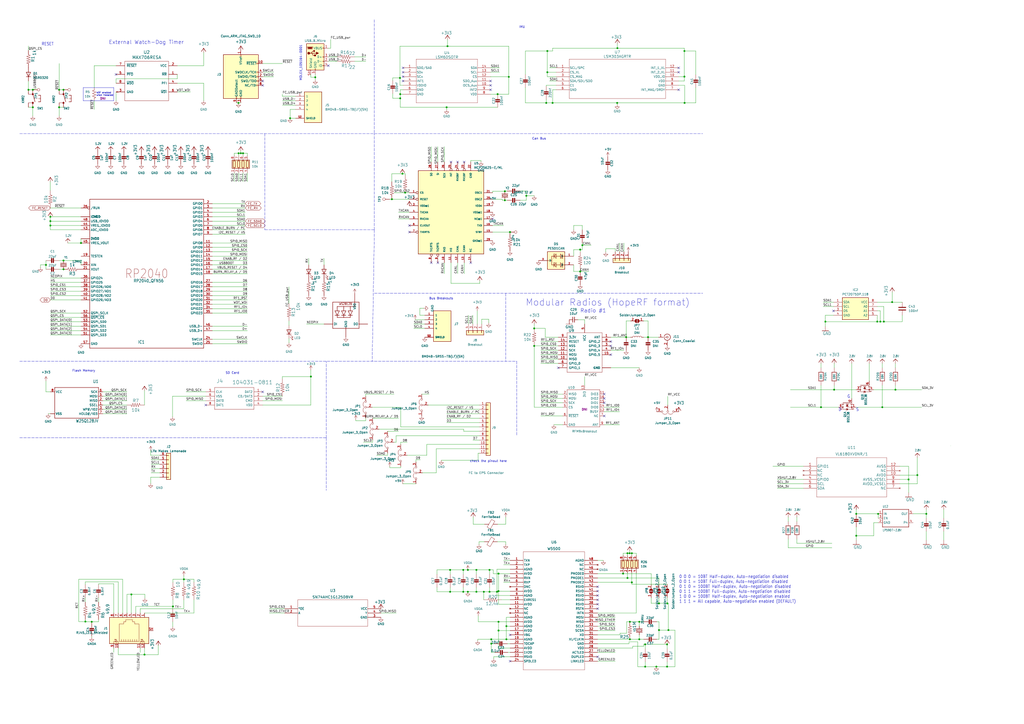
<source format=kicad_sch>
(kicad_sch (version 20231120) (generator "eeschema") (generator_version "8.0")
  (paper "A2")
  (lib_symbols
    (symbol "+3V3_1" (power) (pin_names (offset 0))
      (property "Value" "+3V3_1" (at 0 3.556 0))
      (symbol "+3V3_1_1_1"
        (pin power_in line (at 0 0 90) (length 0) hide (name "+3V3") (number "1"))
      )
    )
    (symbol "+5V_1" (power) (pin_numbers hide) (pin_names (offset 0) hide)
      (property "Value" "+5V" (at 0 3.556 0))
      (symbol "+5V_1_1_1"
        (pin power_in line (at 0 0 90) (length 0) (name "~") (number "1"))
      )
    )
    (symbol "+5V_2" (power) (pin_numbers hide) (pin_names (offset 0) hide)
      (property "Value" "+5V" (at 0 3.556 0))
      (symbol "+5V_2_1_1"
        (pin power_in line (at 0 0 90) (length 0) (name "~") (number "1"))
      )
    )
    (symbol "74AHC1G125:SN74AHC1G125DBVR" (pin_names (offset 0.254))
      (property "Reference" "U" (at 27.94 10.16 0))
      (property "Value" "SN74AHC1G125DBVR" (at 27.94 7.62 0))
      (symbol "SN74AHC1G125DBVR_0_1"
        (pin input line (at 0 0 0) (length 7.62) (name "*OE") (number "1"))
        (pin input line (at 0 -2.54 0) (length 7.62) (name "A") (number "2"))
        (pin power_in line (at 55.88 -5.08 180) (length 7.62) (name "GND") (number "3"))
        (pin output line (at 55.88 -2.54 180) (length 7.62) (name "Y") (number "4"))
        (pin power_in line (at 55.88 0 180) (length 7.62) (name "VCC") (number "5"))
      )
    )
    (symbol "Adafruit Ethernet FeatherWing-eagle-import:CAP_CERAMIC0603_NO"
      (property "Reference" "C" (at -2.29 1.25 90))
      (symbol "CAP_CERAMIC0603_NO_1_0"
        (pin passive line (at 0 5.08 270) (length 2.54) (name "1") (number "1"))
        (pin passive line (at 0 -2.54 90) (length 2.54) (name "2") (number "2"))
      )
    )
    (symbol "Adafruit Ethernet FeatherWing-eagle-import:CAP_CERAMIC0805-NOOUTLINE"
      (property "Reference" "C" (at -2.29 1.25 90))
      (symbol "CAP_CERAMIC0805-NOOUTLINE_1_0"
        (pin passive line (at 0 5.08 270) (length 2.54) (name "1") (number "1"))
        (pin passive line (at 0 -2.54 90) (length 2.54) (name "2") (number "2"))
      )
    )
    (symbol "Adafruit Ethernet FeatherWing-eagle-import:CRYSTAL3.2X2.5"
      (property "Reference" "Y2" (at -0.762 1.905 0))
      (property "Value" "25MHz" (at 3.81 -2.54 0))
      (symbol "CRYSTAL3.2X2.5_1_0"
        (pin passive line (at -2.54 0 0) (length 0) (name "1") (number "1"))
        (pin passive line (at 2.54 0 180) (length 0) (name "2") (number "3"))
      )
    )
    (symbol "Adafruit ItsyBitsy RP2040-eagle-import:+3V3" (power)
      (property "Value" "+3V3" (at -2.54 -5.08 90))
      (symbol "+3V3_1_0"
        (pin power_in line (at 0 -2.54 90) (length 2.54) (name "+3V3") (number "1"))
      )
    )
    (symbol "Adafruit ItsyBitsy RP2040-eagle-import:1.2V" (power)
      (property "Value" "1.2V" (at -1.524 1.016 0))
      (symbol "1.2V_1_0"
        (pin power_in line (at 0 -2.54 90) (length 2.54) (name "1.2V") (number "1"))
      )
    )
    (symbol "Adafruit ItsyBitsy RP2040-eagle-import:CAP_CERAMIC_0402NO"
      (property "Reference" "C" (at -2.29 1.25 90))
      (property "Value" "CAP_CERAMIC_0402NO" (at 2.3 1.25 90))
      (symbol "CAP_CERAMIC_0402NO_1_0"
        (pin passive line (at 0 5.08 270) (length 2.54) (name "1") (number "1"))
        (pin passive line (at 0 -2.54 90) (length 2.54) (name "2") (number "2"))
      )
    )
    (symbol "Adafruit ItsyBitsy RP2040-eagle-import:CAP_CERAMIC_0603MP"
      (property "Reference" "C" (at -2.29 1.25 90))
      (property "Value" "CAP_CERAMIC_0603MP" (at 2.3 1.25 90))
      (symbol "CAP_CERAMIC_0603MP_1_0"
        (pin passive line (at 0 5.08 270) (length 2.54) (name "1") (number "1"))
        (pin passive line (at 0 -2.54 90) (length 2.54) (name "2") (number "2"))
      )
    )
    (symbol "Adafruit ItsyBitsy RP2040-eagle-import:CRYSTAL2.5X2.0"
      (property "Reference" "Y" (at -2.54 2.54 0))
      (property "Value" "CRYSTAL2.5X2.0" (at -2.54 -3.81 0))
      (symbol "CRYSTAL2.5X2.0_1_0"
        (pin passive line (at -2.54 0 0) (length 0) (name "1") (number "1"))
        (pin passive line (at 2.54 0 180) (length 0) (name "2") (number "3"))
      )
    )
    (symbol "Adafruit ItsyBitsy RP2040-eagle-import:RP2040_QFN56"
      (property "Reference" "IC1" (at -5.08 -40.64 0))
      (property "Value" "RP2040_QFN56" (at -7.62 -5.08 0))
      (symbol "RP2040_QFN56_1_0"
        (text "RP2040" (at 0 0 0) (effects (font (size 5.08 4.318))))
        (pin power_in line (at -38.1 33.02 0) (length 5.08) (name "IOVDD") (number "1"))
        (pin power_in line (at -38.1 33.02 0) (length 5.08) (name "IOVDD") (number "10"))
        (pin bidirectional line (at 38.1 17.78 180) (length 5.08) (name "GPIO8") (number "11"))
        (pin bidirectional line (at 38.1 15.24 180) (length 5.08) (name "GPIO9") (number "12"))
        (pin bidirectional line (at 38.1 12.7 180) (length 5.08) (name "GPIO10") (number "13"))
        (pin bidirectional line (at 38.1 10.16 180) (length 5.08) (name "GPIO11") (number "14"))
        (pin bidirectional line (at 38.1 7.62 180) (length 5.08) (name "GPIO12") (number "15"))
        (pin bidirectional line (at 38.1 5.08 180) (length 5.08) (name "GPIO13") (number "16"))
        (pin bidirectional line (at 38.1 2.54 180) (length 5.08) (name "GPIO14") (number "17"))
        (pin bidirectional line (at 38.1 0 180) (length 5.08) (name "GPIO15") (number "18"))
        (pin input line (at -38.1 10.16 0) (length 5.08) (name "TESTEN") (number "19"))
        (pin bidirectional line (at 38.1 40.64 180) (length 5.08) (name "GPIO0") (number "2"))
        (pin input line (at -38.1 5.08 0) (length 5.08) (name "XIN") (number "20"))
        (pin output line (at -38.1 2.54 0) (length 5.08) (name "XOUT") (number "21"))
        (pin power_in line (at -38.1 33.02 0) (length 5.08) (name "IOVDD") (number "22"))
        (pin power_in line (at -38.1 20.32 0) (length 5.08) (name "DVDD") (number "23"))
        (pin bidirectional line (at 38.1 -38.1 180) (length 5.08) (name "SWCLK") (number "24"))
        (pin bidirectional line (at 38.1 -40.64 180) (length 5.08) (name "SWDIO") (number "25"))
        (pin bidirectional inverted (at -38.1 38.1 0) (length 5.08) (name "/RUN") (number "26"))
        (pin bidirectional line (at 38.1 -5.08 180) (length 5.08) (name "GPIO16") (number "27"))
        (pin bidirectional line (at 38.1 -7.62 180) (length 5.08) (name "GPIO17") (number "28"))
        (pin bidirectional line (at 38.1 -10.16 180) (length 5.08) (name "GPIO18") (number "29"))
        (pin bidirectional line (at 38.1 38.1 180) (length 5.08) (name "GPIO1") (number "3"))
        (pin bidirectional line (at 38.1 -12.7 180) (length 5.08) (name "GPIO19") (number "30"))
        (pin bidirectional line (at 38.1 -15.24 180) (length 5.08) (name "GPIO20") (number "31"))
        (pin bidirectional line (at 38.1 -17.78 180) (length 5.08) (name "GPIO21") (number "32"))
        (pin power_in line (at -38.1 33.02 0) (length 5.08) (name "IOVDD") (number "33"))
        (pin bidirectional line (at 38.1 -20.32 180) (length 5.08) (name "GPIO22") (number "34"))
        (pin bidirectional line (at 38.1 -22.86 180) (length 5.08) (name "GPIO23") (number "35"))
        (pin bidirectional line (at -38.1 -2.54 0) (length 5.08) (name "GPIO24") (number "36"))
        (pin bidirectional line (at -38.1 -5.08 0) (length 5.08) (name "GPIO25") (number "37"))
        (pin bidirectional line (at -38.1 -7.62 0) (length 5.08) (name "GPIO26/AD0") (number "38"))
        (pin bidirectional line (at -38.1 -10.16 0) (length 5.08) (name "GPIO27/AD1") (number "39"))
        (pin bidirectional line (at 38.1 35.56 180) (length 5.08) (name "GPIO2") (number "4"))
        (pin bidirectional line (at -38.1 -12.7 0) (length 5.08) (name "GPIO28/AD2") (number "40"))
        (pin bidirectional line (at -38.1 -15.24 0) (length 5.08) (name "GPIO29/AD3") (number "41"))
        (pin power_in line (at -38.1 33.02 0) (length 5.08) (name "IOVDD") (number "42"))
        (pin power_in line (at -38.1 25.4 0) (length 5.08) (name "ADC_IOVDD") (number "43"))
        (pin power_in line (at -38.1 27.94 0) (length 5.08) (name "VREG_IOVDD") (number "44"))
        (pin power_in line (at -38.1 17.78 0) (length 5.08) (name "VREG_VOUT") (number "45"))
        (pin bidirectional line (at 38.1 -30.48 180) (length 5.08) (name "USB_D-") (number "46"))
        (pin bidirectional line (at 38.1 -33.02 180) (length 5.08) (name "USB_D+") (number "47"))
        (pin power_in line (at -38.1 30.48 0) (length 5.08) (name "USB_IOVDD") (number "48"))
        (pin power_in line (at -38.1 33.02 0) (length 5.08) (name "IOVDD") (number "49"))
        (pin bidirectional line (at 38.1 33.02 180) (length 5.08) (name "GPIO3") (number "5"))
        (pin power_in line (at -38.1 20.32 0) (length 5.08) (name "DVDD") (number "50"))
        (pin bidirectional line (at -38.1 -35.56 0) (length 5.08) (name "QSPI_SD3") (number "51"))
        (pin bidirectional line (at -38.1 -22.86 0) (length 5.08) (name "QSPI_SCLK") (number "52"))
        (pin bidirectional line (at -38.1 -27.94 0) (length 5.08) (name "QSPI_SD0") (number "53"))
        (pin bidirectional line (at -38.1 -33.02 0) (length 5.08) (name "QSPI_SD2") (number "54"))
        (pin bidirectional line (at -38.1 -30.48 0) (length 5.08) (name "QSPI_SD1") (number "55"))
        (pin bidirectional line (at -38.1 -25.4 0) (length 5.08) (name "~{QSPI_CS}") (number "56"))
        (pin power_in line (at -38.1 -40.64 0) (length 5.08) (name "GND") (number "57"))
        (pin bidirectional line (at 38.1 30.48 180) (length 5.08) (name "GPIO4") (number "6"))
        (pin bidirectional line (at 38.1 27.94 180) (length 5.08) (name "GPIO5") (number "7"))
        (pin bidirectional line (at 38.1 25.4 180) (length 5.08) (name "GPIO6") (number "8"))
        (pin bidirectional line (at 38.1 22.86 180) (length 5.08) (name "GPIO7") (number "9"))
      )
    )
    (symbol "Adafruit ItsyBitsy RP2040-eagle-import:SPIFLASH_8PIN_4X4"
      (property "Reference" "U" (at -12.7 12.7 0))
      (property "Value" "SPIFLASH_8PIN_4X4" (at -12.7 -10.16 0))
      (symbol "SPIFLASH_8PIN_4X4_1_0"
        (pin bidirectional line (at -15.24 0 0) (length 2.54) (name "SSEL") (number "1"))
        (pin bidirectional line (at -15.24 2.54 0) (length 2.54) (name "MISO") (number "2"))
        (pin bidirectional line (at -15.24 -2.54 0) (length 2.54) (name "WP#/IO2") (number "3"))
        (pin bidirectional line (at 15.24 -5.08 180) (length 2.54) (name "VSS") (number "4"))
        (pin bidirectional line (at -15.24 5.08 0) (length 2.54) (name "MOSI") (number "5"))
        (pin bidirectional line (at -15.24 7.62 0) (length 2.54) (name "SCK") (number "6"))
        (pin bidirectional line (at -15.24 -5.08 0) (length 2.54) (name "HOLD#/IO3") (number "7"))
        (pin bidirectional line (at 15.24 7.62 180) (length 2.54) (name "VCC") (number "8"))
        (pin bidirectional line (at 15.24 -5.08 180) (length 2.54) (name "VSS") (number "PAD"))
      )
    )
    (symbol "Adafruit ItsyBitsy RP2040-eagle-import:SWITCH_TACT_SMT4.6X2.8"
      (property "Reference" "SW" (at -2.54 6.35 0))
      (property "Value" "SWITCH_TACT_SMT4.6X2.8" (at -2.54 -5.08 0))
      (symbol "SWITCH_TACT_SMT4.6X2.8_1_0"
        (pin passive line (at -5.08 0 0) (length 2.54) (name "P") (number "A"))
        (pin passive line (at -5.08 -2.54 0) (length 2.54) (name "P1") (number "A'"))
        (pin passive line (at 5.08 0 180) (length 2.54) (name "S") (number "B"))
        (pin passive line (at 5.08 -2.54 180) (length 2.54) (name "S1") (number "B'"))
      )
    )
    (symbol "Adafruit ItsyBitsy RP2040-eagle-import:WS2812B_SK6805_1515"
      (symbol "WS2812B_SK6805_1515_1_0"
        (text "WS2812B" (at -4.064 8.382 0) (effects (font (size 1.27 1.0795)) (justify left bottom)))
        (pin power_in line (at 5.08 15.24 270) (length 5.08) (name "VDD") (number "1"))
        (pin output line (at 12.7 -2.54 180) (length 5.08) (name "DO") (number "2"))
        (pin power_in line (at 0 -10.16 90) (length 5.08) (name "GND") (number "3"))
        (pin input line (at -12.7 -2.54 0) (length 5.08) (name "DI") (number "4"))
      )
    )
    (symbol "Adafruit VL6180 Time of Flight Sensor-eagle-import:2.8V" (power)
      (property "Value" "2.8V" (at -1.524 1.016 0))
      (symbol "2.8V_1_0"
        (pin power_in line (at 0 -2.54 90) (length 2.54) (name "2.8V") (number "1"))
      )
    )
    (symbol "Adafruit VL6180 Time of Flight Sensor-eagle-import:CAP_CERAMIC0603_NO"
      (property "Reference" "C" (at -2.29 1.25 90))
      (property "Value" "CAP_CERAMIC0603_NO" (at 2.3 1.25 90))
      (symbol "CAP_CERAMIC0603_NO_1_0"
        (pin passive line (at 0 5.08 270) (length 2.54) (name "1") (number "1"))
        (pin passive line (at 0 -2.54 90) (length 2.54) (name "2") (number "2"))
      )
    )
    (symbol "Adafruit VL6180 Time of Flight Sensor-eagle-import:CAP_CERAMIC0805-NOOUTLINE"
      (property "Reference" "C" (at -2.29 1.25 90))
      (property "Value" "CAP_CERAMIC0805-NOOUTLINE" (at 2.3 1.25 90))
      (symbol "CAP_CERAMIC0805-NOOUTLINE_1_0"
        (pin passive line (at 0 5.08 270) (length 2.54) (name "1") (number "1"))
        (pin passive line (at 0 -2.54 90) (length 2.54) (name "2") (number "2"))
      )
    )
    (symbol "Adafruit VL6180 Time of Flight Sensor-eagle-import:GND" (power)
      (property "Value" "GND" (at -2.54 -2.54 0))
      (symbol "GND_1_0"
        (pin power_in line (at 0 2.54 270) (length 2.54) (name "GND") (number "1"))
      )
    )
    (symbol "Adafruit VL6180 Time of Flight Sensor-eagle-import:MOSFET-N_DUAL"
      (property "Reference" "Q" (at 5.08 0.635 0))
      (property "Value" "MOSFET-N_DUAL" (at 5.08 -1.27 0))
      (symbol "MOSFET-N_DUAL_1_0"
        (text "D" (at 3.175 3.175 0) (effects (font (size 0.8128 0.6908)) (justify left bottom)))
        (text "G" (at -1.27 -1.905 0) (effects (font (size 0.8128 0.6908)) (justify left bottom)))
        (text "S" (at 3.175 -3.81 0) (effects (font (size 0.8128 0.6908)) (justify left bottom)))
        (pin bidirectional line (at 2.54 -5.08 90) (length 2.54) (name "S") (number "1"))
        (pin bidirectional line (at -2.54 -2.54 0) (length 2.54) (name "G") (number "2"))
        (pin bidirectional line (at 2.54 5.08 270) (length 2.54) (name "D") (number "6"))
      )
      (symbol "MOSFET-N_DUAL_2_0"
        (text "D" (at 3.175 3.175 0) (effects (font (size 0.8128 0.6908)) (justify left bottom)))
        (text "G" (at -1.27 -1.905 0) (effects (font (size 0.8128 0.6908)) (justify left bottom)))
        (text "S" (at 3.175 -3.81 0) (effects (font (size 0.8128 0.6908)) (justify left bottom)))
        (pin bidirectional line (at 2.54 5.08 270) (length 2.54) (name "D") (number "3"))
        (pin bidirectional line (at 2.54 -5.08 90) (length 2.54) (name "S") (number "4"))
        (pin bidirectional line (at -2.54 -2.54 0) (length 2.54) (name "G") (number "5"))
      )
    )
    (symbol "Adafruit VL6180 Time of Flight Sensor-eagle-import:RESISTOR_0603_NOOUT"
      (property "Reference" "R" (at 0 2.54 0))
      (property "Value" "RESISTOR_0603_NOOUT" (at 0 0 0))
      (symbol "RESISTOR_0603_NOOUT_1_0"
        (pin passive line (at -5.08 0 0) (length 2.54) (name "1") (number "1"))
        (pin passive line (at 5.08 0 180) (length 2.54) (name "2") (number "2"))
      )
    )
    (symbol "Adafruit VL6180 Time of Flight Sensor-eagle-import:RESISTOR_4PACK"
      (property "Reference" "R" (at 0 2.54 0))
      (property "Value" "RESISTOR_4PACK" (at 0 0 0))
      (symbol "RESISTOR_4PACK_1_0"
        (pin passive line (at -5.08 0 0) (length 2.54) (name "1") (number "1"))
        (pin passive line (at 5.08 0 180) (length 2.54) (name "2") (number "8"))
      )
      (symbol "RESISTOR_4PACK_2_0"
        (pin passive line (at -5.08 0 0) (length 2.54) (name "1") (number "2"))
        (pin passive line (at 5.08 0 180) (length 2.54) (name "2") (number "7"))
      )
      (symbol "RESISTOR_4PACK_3_0"
        (pin passive line (at -5.08 0 0) (length 2.54) (name "1") (number "3"))
        (pin passive line (at 5.08 0 180) (length 2.54) (name "2") (number "6"))
      )
      (symbol "RESISTOR_4PACK_4_0"
        (pin passive line (at -5.08 0 0) (length 2.54) (name "1") (number "4"))
        (pin passive line (at 5.08 0 180) (length 2.54) (name "2") (number "5"))
      )
    )
    (symbol "Adafruit VL6180 Time of Flight Sensor-eagle-import:VREG_SOT23-5"
      (property "Reference" "U" (at -7.62 6.096 0))
      (property "Value" "VREG_SOT23-5" (at -7.62 -7.62 0))
      (symbol "VREG_SOT23-5_1_0"
        (pin power_in line (at -10.16 2.54 0) (length 2.54) (name "IN") (number "1"))
        (pin power_in line (at -10.16 -2.54 0) (length 2.54) (name "GND") (number "2"))
        (pin input line (at -10.16 0 0) (length 2.54) (name "EN") (number "3"))
        (pin bidirectional line (at 10.16 -2.54 180) (length 2.54) (name "P4") (number "4"))
        (pin power_in line (at 10.16 2.54 180) (length 2.54) (name "OUT") (number "5"))
      )
    )
    (symbol "Antenna:PCT2075DP,118"
      (property "Reference" "IC" (at 21.59 7.62 0))
      (property "Value" "PCT2075DP,118" (at 21.59 5.08 0))
      (symbol "PCT2075DP,118_1_1"
        (pin passive line (at 0 0 0) (length 5.08) (name "SDA") (number "1"))
        (pin passive line (at 0 -2.54 0) (length 5.08) (name "SCL") (number "2"))
        (pin passive line (at 0 -5.08 0) (length 5.08) (name "OS") (number "3"))
        (pin passive line (at 0 -7.62 0) (length 5.08) (name "GND") (number "4"))
        (pin passive line (at 25.4 -7.62 180) (length 5.08) (name "A2") (number "5"))
        (pin passive line (at 25.4 -5.08 180) (length 5.08) (name "A1") (number "6"))
        (pin passive line (at 25.4 -2.54 180) (length 5.08) (name "A0") (number "7"))
        (pin passive line (at 25.4 0 180) (length 5.08) (name "VCC") (number "8"))
      )
    )
    (symbol "BM04B-SRSS-TB_LF__SN_:BM04B-SRSS-TB(LF)(SN)" (pin_names (offset 1.016))
      (property "Reference" "J" (at -5.08 10.922 0))
      (property "Value" "BM04B-SRSS-TB(LF)(SN)" (at -5.08 -10.16 0))
      (symbol "BM04B-SRSS-TB(LF)(SN)_0_0"
        (pin passive line (at -10.16 7.62 0) (length 5.08) (name "1") (number "1"))
        (pin passive line (at -10.16 5.08 0) (length 5.08) (name "2") (number "2"))
        (pin passive line (at -10.16 2.54 0) (length 5.08) (name "3") (number "3"))
        (pin passive line (at -10.16 0 0) (length 5.08) (name "4") (number "4"))
        (pin passive line (at -10.16 -5.08 0) (length 5.08) (name "SHIELD") (number "S1"))
        (pin passive line (at -10.16 -5.08 0) (length 5.08) (name "SHIELD") (number "S2"))
      )
    )
    (symbol "Connector:Conn_ARM_JTAG_SWD_10" (pin_names (offset 1.016))
      (property "Reference" "J" (at -2.54 16.51 0))
      (property "Value" "Conn_ARM_JTAG_SWD_10" (at -2.54 13.97 0))
      (symbol "Conn_ARM_JTAG_SWD_10_1_1"
        (pin power_in line (at 0 15.24 270) (length 2.54) (name "VTref") (number "1"))
        (pin open_collector line (at 12.7 7.62 180) (length 2.54) (name "~{RESET}") (number "10"))
        (pin bidirectional line (at 12.7 0 180) (length 2.54) (name "SWDIO/TMS") (number "2"))
        (pin power_in line (at 0 -15.24 90) (length 2.54) (name "GND") (number "3"))
        (pin output line (at 12.7 2.54 180) (length 2.54) (name "SWDCLK/TCK") (number "4"))
        (pin passive line (at 0 -15.24 90) (length 2.54) hide (name "GND") (number "5"))
        (pin input line (at 12.7 -2.54 180) (length 2.54) (name "SWO/TDO") (number "6"))
        (pin no_connect line (at -10.16 0 0) (length 2.54) hide (name "KEY") (number "7"))
        (pin output line (at 12.7 -5.08 180) (length 2.54) (name "NC/TDI") (number "8"))
        (pin passive line (at -2.54 -15.24 90) (length 2.54) (name "GNDDetect") (number "9"))
      )
    )
    (symbol "Connector:Conn_Coaxial" (pin_names (offset 1.016) hide)
      (property "Reference" "J" (at 0.254 3.048 0))
      (property "Value" "Conn_Coaxial" (at 2.921 0 90))
      (symbol "Conn_Coaxial_1_1"
        (pin passive line (at -5.08 0 0) (length 2.54) (name "In") (number "1"))
        (pin passive line (at 0 -5.08 90) (length 2.54) (name "Ext") (number "2"))
      )
    )
    (symbol "Connector:RJ45_LED_Shielded" (pin_names (offset 1.016))
      (property "Reference" "J" (at -5.08 13.97 0))
      (property "Value" "RJ45_LED_Shielded" (at 1.27 13.97 0))
      (symbol "RJ45_LED_Shielded_1_1"
        (pin passive line (at 10.16 -7.62 180) (length 2.54) (name "~") (number "1"))
        (pin passive line (at -10.16 7.62 0) (length 2.54) (name "~") (number "10"))
        (pin passive line (at -10.16 -5.08 0) (length 2.54) (name "~") (number "11"))
        (pin passive line (at -10.16 -7.62 0) (length 2.54) (name "~") (number "12"))
        (pin passive line (at 10.16 -5.08 180) (length 2.54) (name "~") (number "2"))
        (pin passive line (at 10.16 -2.54 180) (length 2.54) (name "~") (number "3"))
        (pin passive line (at 10.16 0 180) (length 2.54) (name "~") (number "4"))
        (pin passive line (at 10.16 2.54 180) (length 2.54) (name "~") (number "5"))
        (pin passive line (at 10.16 5.08 180) (length 2.54) (name "~") (number "6"))
        (pin passive line (at 10.16 7.62 180) (length 2.54) (name "~") (number "7"))
        (pin passive line (at 10.16 10.16 180) (length 2.54) (name "~") (number "8"))
        (pin passive line (at -10.16 10.16 0) (length 2.54) (name "~") (number "9"))
        (pin passive line (at 0 -12.7 90) (length 2.54) (name "~") (number "SH"))
      )
    )
    (symbol "Connector:TestPoint" (pin_numbers hide) (pin_names (offset 0.762) hide)
      (property "Reference" "TP" (at 0 6.858 0))
      (property "Value" "TestPoint" (at 0 5.08 0))
      (symbol "TestPoint_1_1"
        (pin passive line (at 0 0 90) (length 2.54) (name "1") (number "1"))
      )
    )
    (symbol "Connector:USB_B_Micro" (pin_names (offset 1.016))
      (property "Reference" "J8" (at 0 11.938 0))
      (property "Value" "USB_B_Micro" (at 0 9.398 0))
      (symbol "USB_B_Micro_1_1"
        (pin power_out line (at 7.62 5.08 180) (length 2.54) (name "VBUS") (number "1"))
        (pin bidirectional line (at 7.62 -2.54 180) (length 2.54) (name "D-") (number "2"))
        (pin bidirectional line (at 7.62 0 180) (length 2.54) (name "D+") (number "3"))
        (pin passive line (at 7.62 -5.08 180) (length 2.54) (name "ID") (number "4"))
        (pin power_out line (at 0 -10.16 90) (length 2.54) (name "GND") (number "5"))
        (pin passive line (at -2.54 -10.16 90) (length 2.54) (name "Shield") (number "SH1"))
      )
    )
    (symbol "Connector_Generic:Conn_01x04" (pin_names (offset 1.016) hide)
      (property "Reference" "J" (at 0 5.08 0))
      (property "Value" "Conn_01x04" (at 0 -7.62 0))
      (symbol "Conn_01x04_1_1"
        (pin passive line (at -5.08 2.54 0) (length 3.81) (name "Pin_1") (number "1"))
        (pin passive line (at -5.08 0 0) (length 3.81) (name "Pin_2") (number "2"))
        (pin passive line (at -5.08 -2.54 0) (length 3.81) (name "Pin_3") (number "3"))
        (pin passive line (at -5.08 -5.08 0) (length 3.81) (name "Pin_4") (number "4"))
      )
    )
    (symbol "Connector_Generic:Conn_01x06" (pin_names (offset 1.016) hide)
      (property "Reference" "J" (at 0 7.62 0))
      (property "Value" "Conn_01x06" (at 0 -10.16 0))
      (symbol "Conn_01x06_1_1"
        (pin passive line (at -5.08 5.08 0) (length 3.81) (name "Pin_1") (number "1"))
        (pin passive line (at -5.08 2.54 0) (length 3.81) (name "Pin_2") (number "2"))
        (pin passive line (at -5.08 0 0) (length 3.81) (name "Pin_3") (number "3"))
        (pin passive line (at -5.08 -2.54 0) (length 3.81) (name "Pin_4") (number "4"))
        (pin passive line (at -5.08 -5.08 0) (length 3.81) (name "Pin_5") (number "5"))
        (pin passive line (at -5.08 -7.62 0) (length 3.81) (name "Pin_6") (number "6"))
      )
    )
    (symbol "Connector_Generic:Conn_01x12" (pin_names (offset 1.016) hide)
      (property "Reference" "J" (at 0 15.24 0))
      (property "Value" "Conn_01x12" (at 0 -17.78 0))
      (symbol "Conn_01x12_1_1"
        (pin passive line (at -5.08 12.7 0) (length 3.81) (name "Pin_1") (number "1"))
        (pin passive line (at -5.08 -10.16 0) (length 3.81) (name "Pin_10") (number "10"))
        (pin passive line (at -5.08 -12.7 0) (length 3.81) (name "Pin_11") (number "11"))
        (pin passive line (at -5.08 -15.24 0) (length 3.81) (name "Pin_12") (number "12"))
        (pin passive line (at -5.08 10.16 0) (length 3.81) (name "Pin_2") (number "2"))
        (pin passive line (at -5.08 7.62 0) (length 3.81) (name "Pin_3") (number "3"))
        (pin passive line (at -5.08 5.08 0) (length 3.81) (name "Pin_4") (number "4"))
        (pin passive line (at -5.08 2.54 0) (length 3.81) (name "Pin_5") (number "5"))
        (pin passive line (at -5.08 0 0) (length 3.81) (name "Pin_6") (number "6"))
        (pin passive line (at -5.08 -2.54 0) (length 3.81) (name "Pin_7") (number "7"))
        (pin passive line (at -5.08 -5.08 0) (length 3.81) (name "Pin_8") (number "8"))
        (pin passive line (at -5.08 -7.62 0) (length 3.81) (name "Pin_9") (number "9"))
      )
    )
    (symbol "Device:C" (pin_numbers hide) (pin_names (offset 0.254))
      (property "Reference" "C" (at 0.635 2.54 0))
      (property "Value" "C" (at 0.635 -2.54 0))
      (symbol "C_1_1"
        (pin passive line (at 0 3.81 270) (length 2.794) (name "~") (number "1"))
        (pin passive line (at 0 -3.81 90) (length 2.794) (name "~") (number "2"))
      )
    )
    (symbol "Device:C_Small" (pin_numbers hide) (pin_names (offset 0.254) hide)
      (property "Reference" "C" (at 0.254 1.778 0))
      (property "Value" "C_Small" (at 0.254 -2.032 0))
      (symbol "C_Small_1_1"
        (pin passive line (at 0 2.54 270) (length 2.032) (name "~") (number "1"))
        (pin passive line (at 0 -2.54 90) (length 2.032) (name "~") (number "2"))
      )
    )
    (symbol "Device:FerriteBead" (pin_numbers hide) (pin_names (offset 0))
      (property "Reference" "FB" (at -3.81 0.635 90))
      (property "Value" "FerriteBead" (at 3.81 0 90))
      (symbol "FerriteBead_1_1"
        (pin passive line (at 0 3.81 270) (length 2.54) (name "~") (number "1"))
        (pin passive line (at 0 -3.81 90) (length 2.54) (name "~") (number "2"))
      )
    )
    (symbol "Device:L" (pin_numbers hide) (pin_names (offset 1.016) hide)
      (property "Reference" "L" (at -1.27 0 90))
      (property "Value" "L" (at 1.905 0 90))
      (symbol "L_1_1"
        (pin passive line (at 0 3.81 270) (length 1.27) (name "1") (number "1"))
        (pin passive line (at 0 -3.81 90) (length 1.27) (name "2") (number "2"))
      )
    )
    (symbol "Device:LED" (pin_numbers hide) (pin_names (offset 1.016) hide)
      (property "Reference" "D" (at 0 2.54 0))
      (property "Value" "LED" (at 0 -2.54 0))
      (symbol "LED_1_1"
        (pin passive line (at -3.81 0 0) (length 2.54) (name "K") (number "1"))
        (pin passive line (at 3.81 0 180) (length 2.54) (name "A") (number "2"))
      )
    )
    (symbol "Device:R_Pack04" (pin_names (offset 0) hide)
      (property "Reference" "RN" (at -7.62 0 90))
      (property "Value" "R_Pack04" (at 5.08 0 90))
      (symbol "R_Pack04_1_1"
        (pin passive line (at -5.08 -5.08 90) (length 2.54) (name "R1.1") (number "1"))
        (pin passive line (at -2.54 -5.08 90) (length 2.54) (name "R2.1") (number "2"))
        (pin passive line (at 0 -5.08 90) (length 2.54) (name "R3.1") (number "3"))
        (pin passive line (at 2.54 -5.08 90) (length 2.54) (name "R4.1") (number "4"))
        (pin passive line (at 2.54 5.08 270) (length 2.54) (name "R4.2") (number "5"))
        (pin passive line (at 0 5.08 270) (length 2.54) (name "R3.2") (number "6"))
        (pin passive line (at -2.54 5.08 270) (length 2.54) (name "R2.2") (number "7"))
        (pin passive line (at -5.08 5.08 270) (length 2.54) (name "R1.2") (number "8"))
      )
    )
    (symbol "Device:R_US" (pin_numbers hide) (pin_names (offset 0))
      (property "Reference" "R" (at 2.54 0 90))
      (property "Value" "R_US" (at -2.54 0 90))
      (symbol "R_US_1_1"
        (pin passive line (at 0 3.81 270) (length 1.27) (name "~") (number "1"))
        (pin passive line (at 0 -3.81 90) (length 1.27) (name "~") (number "2"))
      )
    )
    (symbol "Diode:1SS355VM" (pin_numbers hide) (pin_names hide)
      (property "Reference" "D" (at 0 2.54 0))
      (property "Value" "1SS355VM" (at 0 -2.54 0))
      (symbol "1SS355VM_1_1"
        (pin passive line (at -3.81 0 0) (length 2.54) (name "K") (number "1"))
        (pin passive line (at 3.81 0 180) (length 2.54) (name "A") (number "2"))
      )
    )
    (symbol "Jumper:Jumper_3_Open" (pin_names (offset 0) hide)
      (property "Reference" "JP" (at -2.54 -2.54 0))
      (property "Value" "Jumper_3_Open" (at 0 2.794 0))
      (symbol "Jumper_3_Open_1_1"
        (pin passive line (at -6.35 0 0) (length 2.54) (name "A") (number "1"))
        (pin passive line (at 0 -3.81 90) (length 2.54) (name "C") (number "2"))
        (pin passive line (at 6.35 0 180) (length 2.54) (name "B") (number "3"))
      )
    )
    (symbol "Jumper:SolderJumper_2_Open" (pin_names (offset 0) hide)
      (property "Reference" "JP" (at 0 2.032 0))
      (property "Value" "SolderJumper_2_Open" (at 0 -2.54 0))
      (symbol "SolderJumper_2_Open_1_1"
        (pin passive line (at -3.81 0 0) (length 2.54) (name "A") (number "1"))
        (pin passive line (at 3.81 0 180) (length 2.54) (name "B") (number "2"))
      )
    )
    (symbol "LSM303AGTR:LSM303AGRTR" (pin_names (offset 0.254))
      (property "Reference" "U" (at 35.56 10.16 0))
      (property "Value" "LSM303AGRTR" (at 35.56 7.62 0))
      (symbol "LSM303AGRTR_0_1"
        (pin unspecified line (at 0 0 0) (length 7.62) (name "SCL/SPC") (number "1"))
        (pin power_in line (at 71.12 -5.08 180) (length 7.62) (name "VDD_IO") (number "10"))
        (pin unspecified line (at 71.12 -2.54 180) (length 7.62) (name "INT_2_XL") (number "11"))
        (pin unspecified line (at 71.12 0 180) (length 7.62) (name "INT_1_XL") (number "12"))
        (pin unspecified line (at 0 -2.54 0) (length 7.62) (name "CS_XL") (number "2"))
        (pin unspecified line (at 0 -5.08 0) (length 7.62) (name "CS_MAG") (number "3"))
        (pin unspecified line (at 0 -7.62 0) (length 7.62) (name "SDA/SDI/SDO") (number "4"))
        (pin unspecified line (at 0 -10.16 0) (length 7.62) (name "C1") (number "5"))
        (pin unspecified line (at 0 -12.7 0) (length 7.62) (name "GND") (number "6"))
        (pin bidirectional line (at 71.12 -12.7 180) (length 7.62) (name "INT_MAG/DRDY") (number "7"))
        (pin power_out line (at 71.12 -10.16 180) (length 7.62) (name "GND") (number "8"))
        (pin power_in line (at 71.12 -7.62 180) (length 7.62) (name "VDD") (number "9"))
      )
    )
    (symbol "LSM6DSOTR:LSM6DSOTR" (pin_names (offset 0.254))
      (property "Reference" "U" (at 25.4 10.16 0))
      (property "Value" "LSM6DSOTR" (at 25.4 7.62 0))
      (symbol "LSM6DSOTR_0_1"
        (pin bidirectional line (at 0 0 0) (length 7.62) (name "SDO/SA0") (number "1"))
        (pin bidirectional line (at 50.8 -10.16 180) (length 7.62) (name "OCS_Aux") (number "10"))
        (pin bidirectional line (at 50.8 -7.62 180) (length 7.62) (name "SDO_Aux") (number "11"))
        (pin input line (at 50.8 -5.08 180) (length 7.62) (name "CS") (number "12"))
        (pin input line (at 50.8 -2.54 180) (length 7.62) (name "SCL") (number "13"))
        (pin bidirectional line (at 50.8 0 180) (length 7.62) (name "SDA") (number "14"))
        (pin bidirectional line (at 0 -2.54 0) (length 7.62) (name "SDx") (number "2"))
        (pin bidirectional line (at 0 -5.08 0) (length 7.62) (name "SCx") (number "3"))
        (pin output line (at 0 -7.62 0) (length 7.62) (name "INT1") (number "4"))
        (pin power_in line (at 0 -10.16 0) (length 7.62) (name "VDDIO") (number "5"))
        (pin power_out line (at 0 -12.7 0) (length 7.62) (name "GND") (number "6"))
        (pin power_out line (at 0 -15.24 0) (length 7.62) (name "GND") (number "7"))
        (pin power_in line (at 50.8 -15.24 180) (length 7.62) (name "VDD") (number "8"))
        (pin output line (at 50.8 -12.7 180) (length 7.62) (name "INT2") (number "9"))
      )
    )
    (symbol "MCP25625-E_ML:MCP25625-E/ML" (pin_names (offset 1.016))
      (property "Reference" "U" (at 40.652 -33.0298 0))
      (property "Value" "MCP25625-E{slash}ML" (at 40.6941 -35.6074 0))
      (symbol "MCP25625-E/ML_0_0"
        (pin bidirectional inverted (at -5.08 0 0) (length 5.08) (name "CS") (number "1"))
        (pin bidirectional line (at 15.24 -40.64 90) (length 5.08) (name "RXD") (number "10"))
        (pin bidirectional line (at 19.05 -40.64 90) (length 5.08) (name "VIO") (number "11"))
        (pin bidirectional line (at 22.86 -40.64 90) (length 5.08) (name "CANL") (number "12"))
        (pin bidirectional line (at 26.67 -40.64 90) (length 5.08) (name "CANH") (number "13"))
        (pin bidirectional line (at 30.48 -40.64 90) (length 5.08) (name "NC") (number "14"))
        (pin bidirectional line (at 43.18 -22.86 180) (length 5.08) (name "STBY") (number "15"))
        (pin bidirectional line (at 43.18 -19.05 180) (length 5.08) (name "TXD") (number "16"))
        (pin bidirectional line (at 43.18 -15.24 180) (length 5.08) (name "NC@1") (number "17"))
        (pin bidirectional line (at 43.18 -11.43 180) (length 5.08) (name "VSS@1") (number "18"))
        (pin bidirectional line (at 43.18 -7.62 180) (length 5.08) (name "VDDA") (number "19"))
        (pin bidirectional inverted (at -5.08 -3.81 0) (length 5.08) (name "RESET") (number "2"))
        (pin bidirectional line (at 43.18 -3.81 180) (length 5.08) (name "OSC2") (number "20"))
        (pin bidirectional line (at 43.18 0 180) (length 5.08) (name "OSC1") (number "21"))
        (pin bidirectional line (at 30.48 17.78 270) (length 5.08) (name "GND") (number "22"))
        (pin bidirectional inverted (at 26.67 17.78 270) (length 5.08) (name "RX1BF") (number "23"))
        (pin bidirectional inverted (at 22.86 17.78 270) (length 5.08) (name "RX0BF") (number "24"))
        (pin bidirectional inverted (at 19.05 17.78 270) (length 5.08) (name "INT") (number "25"))
        (pin bidirectional line (at 15.24 17.78 270) (length 5.08) (name "SCK") (number "26"))
        (pin bidirectional line (at 11.43 17.78 270) (length 5.08) (name "SI") (number "27"))
        (pin bidirectional line (at 7.62 17.78 270) (length 5.08) (name "SO") (number "28"))
        (pin bidirectional line (at 43.18 -27.94 180) (length 5.08) (name "GND@1") (number "29"))
        (pin bidirectional line (at -5.08 -7.62 0) (length 5.08) (name "VDD@1") (number "3"))
        (pin bidirectional line (at -5.08 -11.43 0) (length 5.08) (name "TXCAN") (number "4"))
        (pin bidirectional line (at -5.08 -15.24 0) (length 5.08) (name "RXCAN") (number "5"))
        (pin bidirectional line (at -5.08 -19.05 0) (length 5.08) (name "CLKOUT") (number "6"))
        (pin bidirectional inverted (at -5.08 -22.86 0) (length 5.08) (name "TX0RTS") (number "7"))
        (pin bidirectional inverted (at 7.62 -40.64 90) (length 5.08) (name "TX1RTS") (number "8"))
        (pin bidirectional inverted (at 11.43 -40.64 90) (length 5.08) (name "TX2RTS") (number "9"))
      )
    )
    (symbol "Molex_SD:104031-0811" (pin_names (offset 0.762))
      (property "Reference" "J" (at 29.21 7.62 0))
      (property "Value" "104031-0811" (at 29.21 5.08 0))
      (symbol "104031-0811_0_0"
        (pin passive line (at 0 0 0) (length 5.08) (name "DAT2") (number "1"))
        (pin passive line (at 0 -2.54 0) (length 5.08) (name "CD/DAT3") (number "2"))
        (pin passive line (at 0 -5.08 0) (length 5.08) (name "CMD") (number "3"))
        (pin passive line (at 0 -7.62 0) (length 5.08) (name "VDD") (number "4"))
        (pin passive line (at 33.02 0 180) (length 5.08) (name "CLK") (number "5"))
        (pin passive line (at 33.02 -2.54 180) (length 5.08) (name "VSS") (number "6"))
        (pin passive line (at 33.02 -5.08 180) (length 5.08) (name "DAT0") (number "7"))
        (pin passive line (at 33.02 -7.62 180) (length 5.08) (name "DAT1") (number "8"))
      )
    )
    (symbol "PESD1CAN:PESD1CAN" (pin_names (offset 1.016))
      (property "Reference" "D" (at 0 11.4366 0))
      (property "Value" "PESD1CAN" (at 0 -2.542 0))
      (symbol "PESD1CAN_0_0"
        (pin bidirectional line (at -5.08 7.62 0) (length 5.08) (name "1") (number "1"))
        (pin bidirectional line (at -5.08 2.54 0) (length 5.08) (name "2") (number "2"))
        (pin bidirectional line (at 15.24 5.08 180) (length 5.08) (name "3") (number "3"))
      )
    )
    (symbol "VL6180X0NR:VL6180XV0NR/1" (pin_names (offset 0.254))
      (property "Reference" "U" (at 27.94 10.16 0))
      (property "Value" "VL6180XV0NR{slash}1" (at 27.94 7.62 0))
      (symbol "VL6180XV0NR/1_1_1"
        (pin bidirectional line (at 0 0 0) (length 7.62) (name "GPIO1") (number "1"))
        (pin power_in line (at 55.88 -5.08 180) (length 7.62) (name "AVDD") (number "10"))
        (pin no_connect line (at 55.88 -2.54 180) (length 7.62) (name "NC") (number "11"))
        (pin power_in line (at 55.88 0 180) (length 7.62) (name "AVSS") (number "12"))
        (pin no_connect line (at 0 -2.54 0) (length 7.62) (name "NC") (number "2"))
        (pin no_connect line (at 0 -5.08 0) (length 7.62) (name "NC") (number "3"))
        (pin bidirectional line (at 0 -7.62 0) (length 7.62) (name "GPIO0") (number "4"))
        (pin input line (at 0 -10.16 0) (length 7.62) (name "SCL") (number "5"))
        (pin bidirectional line (at 0 -12.7 0) (length 7.62) (name "SDA") (number "6"))
        (pin no_connect line (at 55.88 -12.7 180) (length 7.62) (name "NC") (number "7"))
        (pin power_in line (at 55.88 -10.16 180) (length 7.62) (name "AVDD_VCSEL") (number "8"))
        (pin power_in line (at 55.88 -7.62 180) (length 7.62) (name "AVSS_VCSEL") (number "9"))
      )
    )
    (symbol "W5500:W5500" (pin_names (offset 0.254))
      (property "Reference" "U" (at 25.4 10.16 0))
      (property "Value" "W5500" (at 25.4 7.62 0))
      (symbol "W5500_0_1"
        (pin unspecified line (at 0 0 0) (length 7.62) (name "TXN") (number "1"))
        (pin unspecified line (at 0 -22.86 0) (length 7.62) (name "EXRES1") (number "10"))
        (pin power_in line (at 0 -25.4 0) (length 7.62) (name "AVDD") (number "11"))
        (pin no_connect line (at 0 -27.94 0) (length 7.62) (name "NC") (number "12"))
        (pin no_connect line (at 0 -30.48 0) (length 7.62) (name "NC") (number "13"))
        (pin power_out line (at 0 -33.02 0) (length 7.62) (name "AGND") (number "14"))
        (pin power_in line (at 0 -35.56 0) (length 7.62) (name "AVDD") (number "15"))
        (pin power_out line (at 0 -38.1 0) (length 7.62) (name "AGND") (number "16"))
        (pin power_in line (at 0 -40.64 0) (length 7.62) (name "AVDD") (number "17"))
        (pin unspecified line (at 0 -43.18 0) (length 7.62) (name "VBG") (number "18"))
        (pin power_out line (at 0 -45.72 0) (length 7.62) (name "AGND") (number "19"))
        (pin unspecified line (at 0 -2.54 0) (length 7.62) (name "TXP") (number "2"))
        (pin unspecified line (at 0 -48.26 0) (length 7.62) (name "TOCAP") (number "20"))
        (pin power_in line (at 0 -50.8 0) (length 7.62) (name "AVDD") (number "21"))
        (pin unspecified line (at 0 -53.34 0) (length 7.62) (name "1V20") (number "22"))
        (pin unspecified line (at 0 -55.88 0) (length 7.62) (name "RSVD") (number "23"))
        (pin unspecified line (at 0 -58.42 0) (length 7.62) (name "SPDLED") (number "24"))
        (pin unspecified line (at 50.8 -58.42 180) (length 7.62) (name "LINKLED") (number "25"))
        (pin unspecified line (at 50.8 -55.88 180) (length 7.62) (name "DUPLED") (number "26"))
        (pin unspecified line (at 50.8 -53.34 180) (length 7.62) (name "ACTLED") (number "27"))
        (pin power_in line (at 50.8 -50.8 180) (length 7.62) (name "VDD") (number "28"))
        (pin power_out line (at 50.8 -48.26 180) (length 7.62) (name "GND") (number "29"))
        (pin power_out line (at 0 -5.08 0) (length 7.62) (name "AGND") (number "3"))
        (pin unspecified line (at 50.8 -45.72 180) (length 7.62) (name "XI/CLKIN") (number "30"))
        (pin unspecified line (at 50.8 -43.18 180) (length 7.62) (name "XO") (number "31"))
        (pin unspecified line (at 50.8 -40.64 180) (length 7.62) (name "SCSN") (number "32"))
        (pin unspecified line (at 50.8 -38.1 180) (length 7.62) (name "SCLK") (number "33"))
        (pin unspecified line (at 50.8 -35.56 180) (length 7.62) (name "MISO") (number "34"))
        (pin unspecified line (at 50.8 -33.02 180) (length 7.62) (name "MOSI") (number "35"))
        (pin unspecified line (at 50.8 -30.48 180) (length 7.62) (name "INTN") (number "36"))
        (pin unspecified line (at 50.8 -27.94 180) (length 7.62) (name "RSTN") (number "37"))
        (pin unspecified line (at 50.8 -25.4 180) (length 7.62) (name "RSVD") (number "38"))
        (pin unspecified line (at 50.8 -22.86 180) (length 7.62) (name "RSVD") (number "39"))
        (pin power_in line (at 0 -7.62 0) (length 7.62) (name "AVDD") (number "4"))
        (pin unspecified line (at 50.8 -20.32 180) (length 7.62) (name "RSVD") (number "40"))
        (pin unspecified line (at 50.8 -17.78 180) (length 7.62) (name "RSVD") (number "41"))
        (pin unspecified line (at 50.8 -15.24 180) (length 7.62) (name "RSVD") (number "42"))
        (pin bidirectional line (at 50.8 -12.7 180) (length 7.62) (name "PMODE2") (number "43"))
        (pin bidirectional line (at 50.8 -10.16 180) (length 7.62) (name "PMODE1") (number "44"))
        (pin bidirectional line (at 50.8 -7.62 180) (length 7.62) (name "PMODE0") (number "45"))
        (pin no_connect line (at 50.8 -5.08 180) (length 7.62) (name "NC") (number "46"))
        (pin no_connect line (at 50.8 -2.54 180) (length 7.62) (name "NC") (number "47"))
        (pin power_out line (at 50.8 0 180) (length 7.62) (name "AGND") (number "48"))
        (pin unspecified line (at 0 -10.16 0) (length 7.62) (name "RXN") (number "5"))
        (pin unspecified line (at 0 -12.7 0) (length 7.62) (name "RXP") (number "6"))
        (pin no_connect line (at 0 -15.24 0) (length 7.62) (name "DNC") (number "7"))
        (pin power_in line (at 0 -17.78 0) (length 7.62) (name "AVDD") (number "8"))
        (pin power_out line (at 0 -20.32 0) (length 7.62) (name "AGND") (number "9"))
      )
    )
    (symbol "mainboard:10KOHM-1_10W-1%(0603)0603" (pin_names (offset 1.016))
      (property "Reference" "R" (at -3.81 1.4986 0))
      (property "Value" "10KOHM-1_10W-1%(0603)0603" (at -3.81 -3.302 0))
      (symbol "10KOHM-1_10W-1%(0603)0603_1_0"
        (pin passive line (at -5.08 0 0) (length 2.54) (name "1") (number "1"))
        (pin passive line (at 5.08 0 180) (length 2.54) (name "2") (number "2"))
      )
    )
    (symbol "mainboard:GND" (power) (pin_names (offset 1.016))
      (property "Value" "GND" (at -2.54 -2.54 0))
      (symbol "GND_1_0"
        (pin power_in line (at 0 2.54 270) (length 2.54) (name "GND") (number "1"))
      )
    )
    (symbol "mainboard:MAX708RESA-T" (pin_names (offset 1.016))
      (property "Reference" "U" (at 15.5956 9.1186 0))
      (property "Value" "MAX708RESA-T" (at 14.9606 6.5786 0))
      (symbol "MAX708RESA-T_1_0"
        (pin input line (at 2.54 -2.54 0) (length 5.08) (name "~{MR}") (number "1"))
        (pin power_in line (at 2.54 2.54 0) (length 5.08) (name "VCC") (number "2"))
        (pin power_in line (at 38.1 -12.7 180) (length 5.08) (name "GND") (number "3"))
        (pin input line (at 2.54 -7.62 0) (length 5.08) (name "PFI") (number "4"))
        (pin output line (at 38.1 -2.54 180) (length 5.08) (name "~{PFO}") (number "5"))
        (pin input line (at 2.54 -12.7 0) (length 5.08) (name "~{WDI}") (number "6"))
        (pin output line (at 38.1 2.54 180) (length 5.08) (name "~{RESET}") (number "7"))
        (pin output line (at 38.1 -7.62 180) (length 5.08) (name "~{WDO}") (number "8"))
      )
    )
    (symbol "mainboard:RESISTOR0603" (pin_names (offset 1.016))
      (property "Reference" "R" (at 0 1.524 0))
      (property "Value" "RESISTOR0603" (at 0 -1.524 0))
      (symbol "RESISTOR0603_1_0"
        (pin passive line (at -5.08 0 0) (length 2.54) (name "1") (number "1"))
        (pin passive line (at 5.08 0 180) (length 2.54) (name "2") (number "2"))
      )
    )
    (symbol "mainboard:RFM98PW" (pin_names (offset 1.016))
      (property "Reference" "U" (at -7.62 10.16 0))
      (symbol "RFM98PW_0_0"
        (pin bidirectional line (at 17.78 -10.16 180) (length 5.08) hide (name "GND") (number "17"))
        (pin bidirectional line (at 2.54 15.24 270) (length 5.08) (name "VCC") (number "5"))
      )
      (symbol "RFM98PW_1_0"
        (pin bidirectional line (at 17.78 7.62 180) (length 5.08) (name "ANT") (number "1"))
        (pin bidirectional line (at -12.7 -5.08 0) (length 5.08) (name "MISO") (number "10"))
        (pin bidirectional line (at -12.7 -2.54 0) (length 5.08) (name "MOSI") (number "11"))
        (pin bidirectional line (at -12.7 0 0) (length 5.08) (name "SCK") (number "12"))
        (pin bidirectional line (at -12.7 2.54 0) (length 5.08) (name "NSS") (number "13"))
        (pin bidirectional line (at -12.7 5.08 0) (length 5.08) (name "RESET") (number "14"))
        (pin bidirectional line (at 17.78 -2.54 180) (length 5.08) (name "GPIO_5") (number "15"))
        (pin bidirectional line (at 17.78 -10.16 180) (length 5.08) (name "GND") (number "16"))
        (pin bidirectional line (at 17.78 -10.16 180) (length 5.08) (name "GND") (number "2"))
        (pin bidirectional line (at 17.78 2.54 180) (length 5.08) (name "GPIO_3") (number "3"))
        (pin bidirectional line (at 17.78 0 180) (length 5.08) (name "GPIO_4") (number "4"))
        (pin bidirectional line (at -12.7 -7.62 0) (length 5.08) (name "GPIO_0") (number "6"))
        (pin bidirectional line (at -12.7 -10.16 0) (length 5.08) (name "GPIO_1") (number "7"))
        (pin bidirectional line (at 17.78 5.08 180) (length 5.08) (name "GPIO_2") (number "8"))
        (pin power_in line (at -12.7 7.62 0) (length 5.08) (name "3.3V") (number "9"))
      )
    )
    (symbol "mainboard:RFM9xBreakout" (pin_names (offset 0.762))
      (property "Reference" "U" (at -3.81 12.7 0))
      (property "Value" "RFM9xBreakout" (at -7.62 -11.43 0))
      (symbol "RFM9xBreakout_1_1"
        (pin bidirectional line (at -12.7 -8.89 0) (length 2.54) (name "GND") (number "1"))
        (pin bidirectional line (at -12.7 -8.89 0) (length 2.54) hide (name "GND") (number "10"))
        (pin bidirectional line (at 11.43 8.89 180) (length 2.54) (name "DIO3") (number "11"))
        (pin bidirectional line (at 11.43 -1.27 180) (length 2.54) (name "BUSY") (number "12"))
        (pin bidirectional line (at 0 13.97 270) (length 2.54) (name "3V3") (number "13"))
        (pin bidirectional line (at 11.43 1.27 180) (length 2.54) (name "DIO0") (number "14"))
        (pin bidirectional line (at 11.43 3.81 180) (length 2.54) (name "DIO1") (number "15"))
        (pin bidirectional line (at 11.43 6.35 180) (length 2.54) (name "DIO2") (number "16"))
        (pin bidirectional line (at -12.7 8.89 0) (length 2.54) (name "MISO") (number "2"))
        (pin bidirectional line (at -12.7 6.35 0) (length 2.54) (name "MOSI") (number "3"))
        (pin bidirectional line (at -12.7 3.81 0) (length 2.54) (name "SCK") (number "4"))
        (pin bidirectional line (at -12.7 1.27 0) (length 2.54) (name "CS") (number "5"))
        (pin bidirectional line (at -12.7 -3.81 0) (length 2.54) (name "~{RESET}") (number "6"))
        (pin bidirectional line (at 11.43 -3.81 180) (length 2.54) (name "NC") (number "7"))
        (pin bidirectional line (at -12.7 -8.89 0) (length 2.54) hide (name "GND") (number "8"))
        (pin bidirectional line (at 11.43 -8.89 180) (length 2.54) (name "ANT") (number "9"))
      )
    )
    (symbol "power:+3V3" (power) (pin_names (offset 0))
      (property "Value" "+3V3" (at 0 3.556 0))
      (symbol "+3V3_1_1"
        (pin power_in line (at 0 0 90) (length 0) hide (name "+3V3") (number "1"))
      )
    )
    (symbol "power:+5V" (power) (pin_names (offset 0))
      (property "Value" "+5V" (at 0 3.556 0))
      (symbol "+5V_1_1"
        (pin power_in line (at 0 0 90) (length 0) hide (name "+5V") (number "1"))
      )
    )
    (symbol "power:GND" (power) (pin_names (offset 0))
      (property "Value" "GND" (at 0 -3.81 0))
      (symbol "GND_1_1"
        (pin power_in line (at 0 0 270) (length 0) hide (name "GND") (number "1"))
      )
    )
    (symbol "power:GNDA" (power) (pin_names (offset 0))
      (property "Value" "GNDA" (at 0 -3.81 0))
      (symbol "GNDA_1_1"
        (pin power_in line (at 0 0 270) (length 0) hide (name "GNDA") (number "1"))
      )
    )
    (symbol "power:VDDA" (power) (pin_names (offset 0))
      (property "Value" "VDDA" (at 0 3.81 0))
      (symbol "VDDA_1_1"
        (pin power_in line (at 0 0 90) (length 0) hide (name "VDDA") (number "1"))
      )
    )
  )
  (junction (at 317.5 41.91))
  (junction (at 259.588 26.797))
  (junction (at 317.5 29.591))
  (junction (at 483.87 226.06))
  (junction (at 365.252 320.929))
  (junction (at 232.156 54.61))
  (junction (at 380.746 386.715))
  (junction (at 16.51 52.07))
  (junction (at 510.667 186.563))
  (junction (at 284.988 370.84))
  (junction (at 271.399 343.281))
  (junction (at 527.05 278.13))
  (junction (at 261.112 330.581))
  (junction (at 358.013 59.69))
  (junction (at 19.05 62.23))
  (junction (at 476.25 236.22))
  (junction (at 375.92 195.58))
  (junction (at 397.002 44.45))
  (junction (at 509.397 298.069))
  (junction (at 261.112 343.281))
  (junction (at 227.33 115.57))
  (junction (at 293.751 363.22))
  (junction (at 284.988 373.38))
  (junction (at 517.525 175.26))
  (junction (at 309.88 190.5))
  (junction (at 36.83 52.07))
  (junction (at 289.179 365.76))
  (junction (at 386.969 386.715))
  (junction (at 36.83 156.21))
  (junction (at 288.29 343.281))
  (junction (at 289.179 360.68))
  (junction (at 232.156 57.023))
  (junction (at 180.34 218.44))
  (junction (at 106.68 336.042))
  (junction (at 289.179 342.9))
  (junction (at 382.27 350.012))
  (junction (at 138.43 88.9))
  (junction (at 532.13 275.59))
  (junction (at 366.522 320.929))
  (junction (at 46.99 140.97))
  (junction (at 316.865 59.69))
  (junction (at 34.29 62.23))
  (junction (at 336.55 157.48))
  (junction (at 519.43 226.06))
  (junction (at 382.27 365.506))
  (junction (at 276.352 330.581))
  (junction (at 83.82 379.73))
  (junction (at 283.972 343.281))
  (junction (at 336.55 144.78))
  (junction (at 508.889 186.563))
  (junction (at 292.862 116.1796))
  (junction (at 29.21 130.81))
  (junction (at 397.129 59.69))
  (junction (at 387.096 350.012))
  (junction (at 361.442 332.74))
  (junction (at 292.862 110.9472))
  (junction (at 363.982 335.28))
  (junction (at 49.53 360.553))
  (junction (at 370.84 370.84))
  (junction (at 295.8338 134.62))
  (junction (at 235.0262 111.76))
  (junction (at 511.81 236.22))
  (junction (at 280.67 343.281))
  (junction (at 496.697 310.769))
  (junction (at 53.213 360.68))
  (junction (at 29.21 125.73))
  (junction (at 34.29 52.07))
  (junction (at 374.269 386.715))
  (junction (at 305.308 113.5634))
  (junction (at 358.14 27.94))
  (junction (at 139.7 88.9))
  (junction (at 387.731 365.506))
  (junction (at 268.732 330.581))
  (junction (at 100.33 351.79))
  (junction (at 365.379 360.68))
  (junction (at 320.548 59.69))
  (junction (at 309.88 200.66))
  (junction (at 232.029 45.212))
  (junction (at 36.83 151.13))
  (junction (at 366.522 337.82))
  (junction (at 512.699 186.563))
  (junction (at 386.969 373.761))
  (junction (at 337.82 142.24))
  (junction (at 76.2 344.805))
  (junction (at 182.88 44.831))
  (junction (at 288.671 54.61))
  (junction (at 537.337 298.069))
  (junction (at 276.352 343.281))
  (junction (at 370.84 360.68))
  (junction (at 26.67 153.67))
  (junction (at 138.3284 59.69))
  (junction (at 19.05 52.07))
  (junction (at 268.732 343.281))
  (junction (at 397.002 29.591))
  (junction (at 295.148 44.577))
  (junction (at 478.79 186.563))
  (junction (at 271.399 330.581))
  (junction (at 293.751 370.84))
  (junction (at 283.972 330.581))
  (junction (at 365.379 370.84))
  (junction (at 140.97 88.9))
  (junction (at 168.275 68.58))
  (junction (at 496.697 298.069))
  (junction (at 233.4514 100.7618))
  (junction (at 363.982 320.929))
  (junction (at 289.179 332.74))
  (junction (at 374.269 373.761))
  (junction (at 363.22 195.58))
  (junction (at 259.08 62.23))
  (junction (at 29.21 128.27))
  (no_connect (at 346.71 347.98))
  (no_connect (at 237.49 134.62))
  (no_connect (at 354.33 200.66))
  (no_connect (at 350.52 228.6))
  (no_connect (at 265.43 93.98))
  (no_connect (at 67.31 43.18))
  (no_connect (at 233.807 41.91))
  (no_connect (at 152.4 49.53))
  (no_connect (at 295.91 383.54))
  (no_connect (at 350.52 231.14))
  (no_connect (at 323.85 213.36))
  (no_connect (at 273.05 152.4))
  (no_connect (at 250.19 152.4))
  (no_connect (at 346.71 350.52))
  (no_connect (at 350.52 241.3))
  (no_connect (at 354.33 205.74))
  (no_connect (at 354.33 198.12))
  (no_connect (at 346.71 353.06))
  (no_connect (at 119.38 234.95))
  (no_connect (at 254 152.4))
  (no_connect (at 237.49 130.81))
  (no_connect (at 152.4 46.99))
  (no_connect (at 346.71 381))
  (no_connect (at 190.5 38.1))
  (no_connect (at 346.71 345.44))
  (no_connect (at 284.607 52.07))
  (no_connect (at 152.4 227.33))
  (no_connect (at 393.7 52.07))
  (no_connect (at 350.52 233.68))
  (no_connect (at 233.807 46.99))
  (no_connect (at 285.75 127))
  (no_connect (at 393.7 39.37))
  (no_connect (at 269.24 93.98))
  (no_connect (at 483.489 180.34))
  (no_connect (at 295.91 368.3))
  (no_connect (at 233.807 44.45))
  (no_connect (at 284.607 49.53))
  (no_connect (at 346.71 342.9))
  (no_connect (at 346.71 340.36))
  (no_connect (at 261.62 93.98))
  (no_connect (at 393.7 41.91))
  (no_connect (at 284.607 46.99))
  (no_connect (at 233.807 39.37))
  (wire (pts (xy 486.41 236.22) (xy 476.25 236.22)))
  (wire (pts (xy 483.489 182.88) (xy 478.79 182.88)))
  (wire (pts (xy 143.51 171.45) (xy 123.19 171.45)))
  (wire (pts (xy 205.74 33.02) (xy 212.217 33.02)))
  (wire (pts (xy 73.66 229.87) (xy 59.69 229.87)))
  (polyline (pts (xy 217.17 77.47) (xy 407.67 77.47)) (stroke (width 0) (type dash)))
  (wire (pts (xy 356.87 365.76) (xy 346.71 365.76)))
  (wire (pts (xy 397.002 27.94) (xy 397.002 29.591)))
  (wire (pts (xy 337.82 142.24) (xy 342.9 142.24)))
  (wire (pts (xy 290.83 347.98) (xy 295.91 347.98)))
  (wire (pts (xy 268.732 343.281) (xy 271.399 343.281)) (stroke (width 0.1524)))
  (wire (pts (xy 316.865 57.658) (xy 316.865 59.69)))
  (wire (pts (xy 261.112 343.281) (xy 268.732 343.281)) (stroke (width 0.1524)))
  (wire (pts (xy 326.39 241.3) (xy 313.69 241.3)))
  (wire (pts (xy 403.606 43.307) (xy 403.606 29.591)))
  (wire (pts (xy 240.792 185.42) (xy 246.38 185.42)))
  (wire (pts (xy 323.85 205.74) (xy 313.69 205.74)))
  (wire (pts (xy 143.51 100.33) (xy 143.51 105.41)))
  (wire (pts (xy 382.27 370.84) (xy 382.27 365.506)))
  (wire (pts (xy 508.889 177.8) (xy 512.699 177.8)))
  (wire (pts (xy 316.865 49.53) (xy 322.58 49.53)))
  (wire (pts (xy 276.352 340.741) (xy 276.352 343.281)) (stroke (width 0.1524)))
  (wire (pts (xy 261.112 330.581) (xy 268.732 330.581)) (stroke (width 0.1524)))
  (wire (pts (xy 187.96 149.86) (xy 187.96 153.67)))
  (wire (pts (xy 512.699 186.563) (xy 523.367 186.563)))
  (wire (pts (xy 180.34 44.831) (xy 182.88 44.831)))
  (wire (pts (xy 158.75 44.45) (xy 152.4 44.45)))
  (wire (pts (xy 259.588 22.987) (xy 259.588 26.797)))
  (wire (pts (xy 506.857 303.149) (xy 506.857 310.769)))
  (wire (pts (xy 243.586 182.88) (xy 243.586 178.816)))
  (wire (pts (xy 100.203 360.68) (xy 100.203 363.601)))
  (wire (pts (xy 313.69 210.82) (xy 323.85 210.82)))
  (wire (pts (xy 29.21 194.31) (xy 46.99 194.31)))
  (wire (pts (xy 71.12 336.042) (xy 45.72 336.042)))
  (wire (pts (xy 228.6 111.76) (xy 235.0262 111.76)))
  (wire (pts (xy 295.91 365.76) (xy 289.179 365.76)))
  (wire (pts (xy 373.38 370.84) (xy 370.84 370.84)))
  (wire (pts (xy 393.7 49.53) (xy 397.129 49.53)))
  (wire (pts (xy 370.84 368.3) (xy 370.84 370.84)))
  (wire (pts (xy 457.2 302.514) (xy 457.2 299.974)))
  (wire (pts (xy 171.45 55.88) (xy 163.83 55.88)))
  (wire (pts (xy 292.862 110.9472) (xy 285.7246 110.9472)))
  (wire (pts (xy 337.82 130.81) (xy 332.74 130.81)))
  (wire (pts (xy 227.838 45.212) (xy 232.029 45.212)))
  (wire (pts (xy 373.38 186.182) (xy 375.92 186.182)))
  (wire (pts (xy 387.096 350.012) (xy 382.27 350.012)))
  (wire (pts (xy 393.7 44.45) (xy 397.002 44.45)))
  (wire (pts (xy 289.179 365.76) (xy 289.179 360.68)))
  (wire (pts (xy 231.14 242.57) (xy 216.1032 242.57)))
  (wire (pts (xy 373.38 374.904) (xy 373.38 373.761)))
  (wire (pts (xy 143.51 199.39) (xy 123.19 199.39)))
  (wire (pts (xy 521.97 280.67) (xy 532.13 280.67)))
  (wire (pts (xy 112.522 336.042) (xy 112.522 337.693)))
  (wire (pts (xy 304.8 50.8) (xy 304.8 59.69)))
  (wire (pts (xy 226.1362 271.2466) (xy 232.41 271.2466)))
  (wire (pts (xy 250.19 85.09) (xy 250.19 93.98)))
  (wire (pts (xy 370.84 360.68) (xy 373.38 360.68)))
  (wire (pts (xy 29.21 189.23) (xy 46.99 189.23)))
  (wire (pts (xy 317.5 29.591) (xy 320.548 29.591)))
  (wire (pts (xy 358.013 59.69) (xy 358.013 60.706)))
  (wire (pts (xy 519.43 223.52) (xy 519.43 226.06)))
  (wire (pts (xy 246.38 182.88) (xy 243.586 182.88)))
  (wire (pts (xy 397.002 27.94) (xy 358.14 27.94)))
  (wire (pts (xy 295.91 358.14) (xy 293.751 358.14)))
  (wire (pts (xy 337.82 133.35) (xy 337.82 130.81)))
  (wire (pts (xy 39.37 140.97) (xy 46.99 140.97)))
  (wire (pts (xy 232.41 256.54) (xy 232.41 257.81)))
  (wire (pts (xy 366.522 320.929) (xy 365.252 320.929)))
  (wire (pts (xy 476.25 236.22) (xy 458.47 236.22)))
  (wire (pts (xy 247.5992 257.81) (xy 278.13 257.81)))
  (wire (pts (xy 532.13 275.59) (xy 532.13 265.43)))
  (wire (pts (xy 510.667 180.34) (xy 510.667 186.563)))
  (wire (pts (xy 519.43 213.36) (xy 519.43 210.82)))
  (wire (pts (xy 232.029 26.797) (xy 259.588 26.797)))
  (wire (pts (xy 123.19 146.05) (xy 143.51 146.05)))
  (wire (pts (xy 206.4004 243.4844) (xy 206.4004 244.0432)))
  (wire (pts (xy 382.27 346.71) (xy 382.27 350.012)))
  (wire (pts (xy 367.03 375.92) (xy 346.71 375.92)))
  (wire (pts (xy 112.522 347.853) (xy 112.522 355.6)))
  (wire (pts (xy 284.607 54.61) (xy 288.671 54.61)))
  (wire (pts (xy 317.5 29.591) (xy 317.5 41.91)))
  (wire (pts (xy 283.464 185.166) (xy 283.464 187.325)))
  (wire (pts (xy 391.541 386.715) (xy 386.969 386.715)))
  (wire (pts (xy 295.91 370.84) (xy 293.751 370.84)))
  (wire (pts (xy 509.397 303.149) (xy 506.857 303.149)))
  (polyline (pts (xy 217.17 11.43) (xy 217.17 77.47)) (stroke (width 0) (type dash)))
  (wire (pts (xy 123.19 128.27) (xy 142.24 128.27)))
  (wire (pts (xy 68.58 379.73) (xy 83.82 379.73)))
  (wire (pts (xy 316.865 50.038) (xy 316.865 49.53)))
  (wire (pts (xy 232.41 236.22) (xy 232.41 247.65)))
  (wire (pts (xy 523.367 182.88) (xy 523.367 186.563)))
  (wire (pts (xy 34.29 36.83) (xy 34.29 52.07)))
  (wire (pts (xy 366.522 322.199) (xy 366.522 320.929)))
  (wire (pts (xy 67.31 53.34) (xy 67.31 58.42)))
  (wire (pts (xy 365.76 186.182) (xy 363.22 186.182)))
  (wire (pts (xy 187.96 187.96) (xy 177.8 187.96)))
  (wire (pts (xy 380.746 386.715) (xy 386.969 386.715)))
  (wire (pts (xy 375.92 195.58) (xy 382.016 195.58)))
  (polyline (pts (xy 153.67 133.35) (xy 217.17 133.35)) (stroke (width 0) (type dash)))
  (wire (pts (xy 182.88 44.831) (xy 182.88 43.18)))
  (wire (pts (xy 370.84 360.68) (xy 365.379 360.68)))
  (wire (pts (xy 261.62 152.4) (xy 261.62 164.4142)))
  (wire (pts (xy 304.8 43.18) (xy 304.8 29.591)))
  (wire (pts (xy 293.751 370.84) (xy 284.988 370.84)))
  (wire (pts (xy 68.58 375.92) (xy 68.58 379.73)))
  (wire (pts (xy 369.062 355.6) (xy 346.71 355.6)))
  (wire (pts (xy 363.474 360.68) (xy 363.474 367.284)))
  (wire (pts (xy 309.88 200.66) (xy 309.88 236.22)))
  (wire (pts (xy 316.23 195.58) (xy 316.23 190.5)))
  (wire (pts (xy 387.35 229.87) (xy 387.35 234.95)))
  (wire (pts (xy 261.62 164.4142) (xy 278.3332 164.4142)))
  (wire (pts (xy 46.99 138.43) (xy 46.99 140.97)))
  (wire (pts (xy 504.19 220.98) (xy 504.19 210.82)))
  (wire (pts (xy 369.951 386.715) (xy 374.269 386.715)))
  (wire (pts (xy 320.548 27.94) (xy 320.548 29.591)))
  (wire (pts (xy 140.97 88.9) (xy 139.7 88.9)))
  (wire (pts (xy 143.51 88.9) (xy 140.97 88.9)))
  (wire (pts (xy 364.871 372.364) (xy 369.951 372.364)))
  (wire (pts (xy 532.13 280.67) (xy 532.13 275.59)))
  (wire (pts (xy 280.67 343.281) (xy 283.972 343.281)) (stroke (width 0.1524)))
  (wire (pts (xy 381 360.68) (xy 382.27 360.68)))
  (wire (pts (xy 387.731 350.012) (xy 387.731 365.506)))
  (wire (pts (xy 277.3172 267.0048) (xy 277.3172 262.89)))
  (wire (pts (xy 206.4004 244.0432) (xy 212.09 244.0432)))
  (wire (pts (xy 496.697 310.769) (xy 496.697 305.689)))
  (wire (pts (xy 466.09 280.67) (xy 450.85 280.67)))
  (wire (pts (xy 386.969 376.301) (xy 386.969 373.761)) (stroke (width 0.1524)))
  (wire (pts (xy 245.11 274.32) (xy 253.0348 274.32)))
  (wire (pts (xy 276.352 343.281) (xy 280.67 343.281)) (stroke (width 0.1524)))
  (wire (pts (xy 182.88 44.831) (xy 182.88 46.355)))
  (wire (pts (xy 232.41 256.54) (xy 236.22 256.54)))
  (wire (pts (xy 336.55 146.05) (xy 336.55 144.78)))
  (wire (pts (xy 462.28 302.514) (xy 462.28 299.974)))
  (wire (pts (xy 292.1 337.82) (xy 295.91 337.82)))
  (wire (pts (xy 29.21 173.99) (xy 46.99 173.99)))
  (wire (pts (xy 508.889 182.88) (xy 508.889 186.563)))
  (wire (pts (xy 123.19 143.51) (xy 143.51 143.51)))
  (wire (pts (xy 511.81 236.22) (xy 534.67 236.22)))
  (wire (pts (xy 59.69 234.95) (xy 73.66 234.95)))
  (wire (pts (xy 276.352 333.121) (xy 276.352 330.581)) (stroke (width 0.1524)))
  (wire (pts (xy 397.002 44.45) (xy 397.002 46.99)))
  (wire (pts (xy 16.51 62.23) (xy 19.05 62.23)))
  (wire (pts (xy 295.91 350.52) (xy 289.179 350.52)))
  (wire (pts (xy 375.92 186.182) (xy 375.92 195.58)))
  (wire (pts (xy 279.019 93.1164) (xy 273.05 93.1164)))
  (wire (pts (xy 301.8028 116.1796) (xy 305.308 116.1796)))
  (wire (pts (xy 323.85 195.58) (xy 316.23 195.58)))
  (wire (pts (xy 363.982 320.929) (xy 361.442 320.929)))
  (wire (pts (xy 288.544 314.325) (xy 293.37 314.325)))
  (wire (pts (xy 403.606 29.591) (xy 397.002 29.591)))
  (wire (pts (xy 138.43 88.9) (xy 138.43 90.17)))
  (wire (pts (xy 76.2 344.805) (xy 76.2 355.6)))
  (wire (pts (xy 253.492 330.581) (xy 261.112 330.581)) (stroke (width 0.1524)))
  (wire (pts (xy 91.821 374.396) (xy 91.821 379.73)))
  (wire (pts (xy 521.97 275.59) (xy 532.13 275.59)))
  (wire (pts (xy 210.82 256.54) (xy 216.1032 256.54)))
  (wire (pts (xy 289.687 41.91) (xy 284.607 41.91)))
  (wire (pts (xy 366.522 338.963) (xy 366.522 337.82)))
  (wire (pts (xy 289.179 332.74) (xy 286.131 332.74)))
  (wire (pts (xy 289.179 332.74) (xy 289.179 342.9)))
  (wire (pts (xy 289.179 342.9) (xy 289.179 350.52)))
  (wire (pts (xy 66.04 378.46) (xy 66.04 375.92)))
  (wire (pts (xy 537.337 298.069) (xy 537.337 295.529)))
  (wire (pts (xy 46.99 151.13) (xy 46.99 153.67)))
  (wire (pts (xy 339.09 218.44) (xy 339.09 223.52)))
  (wire (pts (xy 363.474 360.68) (xy 365.379 360.68)))
  (wire (pts (xy 295.91 345.44) (xy 288.29 345.44)))
  (wire (pts (xy 100.203 352.044) (xy 100.203 353.06)))
  (wire (pts (xy 255.9812 267.0048) (xy 277.3172 267.0048)))
  (wire (pts (xy 123.19 125.73) (xy 142.24 125.73)))
  (wire (pts (xy 292.1 335.28) (xy 295.91 335.28)))
  (wire (pts (xy 231.14 123.19) (xy 237.49 123.19)))
  (wire (pts (xy 205.74 35.56) (xy 212.217 35.56)))
  (wire (pts (xy 361.442 332.359) (xy 361.442 332.74)))
  (wire (pts (xy 73.66 344.805) (xy 76.2 344.805)))
  (wire (pts (xy 73.66 355.6) (xy 73.66 344.805)))
  (wire (pts (xy 163.83 218.44) (xy 180.34 218.44)))
  (wire (pts (xy 240.03 187.96) (xy 246.38 187.96)))
  (wire (pts (xy 261.112 340.741) (xy 261.112 343.281)) (stroke (width 0.1524)))
  (wire (pts (xy 232.156 52.07) (xy 232.156 54.61)))
  (wire (pts (xy 83.82 375.92) (xy 83.82 379.73)))
  (wire (pts (xy 253.492 343.281) (xy 261.112 343.281)) (stroke (width 0.1524)))
  (wire (pts (xy 358.14 25.4) (xy 358.14 27.94)))
  (wire (pts (xy 253.0348 260.35) (xy 278.13 260.35)))
  (wire (pts (xy 152.4 234.95) (xy 180.34 234.95)))
  (wire (pts (xy 87.376 264.16) (xy 92.71 264.16)))
  (wire (pts (xy 135.89 88.9) (xy 135.89 90.17)))
  (wire (pts (xy 320.548 27.94) (xy 358.14 27.94)))
  (wire (pts (xy 292.862 110.8202) (xy 292.862 110.9472)))
  (wire (pts (xy 286.766 373.38) (xy 284.988 373.38)))
  (wire (pts (xy 387.731 350.012) (xy 387.096 350.012)))
  (wire (pts (xy 305.308 110.8202) (xy 305.308 113.5634)))
  (wire (pts (xy 304.8 59.69) (xy 316.865 59.69)))
  (wire (pts (xy 295.91 330.2) (xy 288.29 330.2)))
  (wire (pts (xy 271.399 330.581) (xy 276.352 330.581)) (stroke (width 0.1524)))
  (wire (pts (xy 309.88 200.66) (xy 323.85 200.66)))
  (wire (pts (xy 257.81 158.75) (xy 257.81 152.4)))
  (wire (pts (xy 268.986 248.92) (xy 268.986 250.19)))
  (wire (pts (xy 496.57 236.22) (xy 511.81 236.22)))
  (wire (pts (xy 83.82 226.568) (xy 83.82 234.95)))
  (wire (pts (xy 386.969 383.921) (xy 386.969 386.715)))
  (wire (pts (xy 226.06 115.57) (xy 227.33 115.57)))
  (wire (pts (xy 73.66 240.03) (xy 59.69 240.03)))
  (polyline (pts (xy 48.26 50.8) (xy 66.04 50.8)))
  (wire (pts (xy 118.11 48.26) (xy 118.11 58.42)))
  (wire (pts (xy 240.03 190.5) (xy 246.38 190.5)))
  (wire (pts (xy 323.85 203.2) (xy 313.69 203.2)))
  (wire (pts (xy 232.156 54.61) (xy 233.807 54.61)))
  (wire (pts (xy 285.7246 111.76) (xy 285.75 111.76)))
  (wire (pts (xy 29.21 166.37) (xy 46.99 166.37)))
  (wire (pts (xy 257.81 85.09) (xy 257.81 93.98)))
  (wire (pts (xy 107.95 232.41) (xy 119.38 232.41)))
  (wire (pts (xy 356.87 358.14) (xy 346.71 358.14)))
  (wire (pts (xy 288.29 330.2) (xy 288.29 343.281)))
  (wire (pts (xy 466.09 278.13) (xy 450.85 278.13)))
  (wire (pts (xy 167.64 186.182) (xy 167.64 188.722)))
  (polyline (pts (xy 48.26 58.42) (xy 48.26 50.8)))
  (wire (pts (xy 29.21 133.35) (xy 29.21 130.81)))
  (wire (pts (xy 212.09 228.6) (xy 228.6 228.6)))
  (wire (pts (xy 288.29 345.44) (xy 288.29 343.281)))
  (wire (pts (xy 361.442 332.74) (xy 346.71 332.74)))
  (wire (pts (xy 26.67 220.98) (xy 26.67 227.33)))
  (wire (pts (xy 118.11 38.1) (xy 118.11 30.48)))
  (wire (pts (xy 294.64 378.46) (xy 295.91 378.46)))
  (wire (pts (xy 254 85.09) (xy 254 93.98)))
  (wire (pts (xy 57.15 346.71) (xy 57.15 349.25)))
  (wire (pts (xy 281.051 304.038) (xy 274.447 304.038)))
  (wire (pts (xy 46.99 128.27) (xy 29.21 128.27)))
  (wire (pts (xy 477.52 175.26) (xy 483.489 175.26)))
  (wire (pts (xy 29.21 191.77) (xy 46.99 191.77)))
  (wire (pts (xy 87.63 271.78) (xy 92.71 271.78)))
  (wire (pts (xy 397.129 49.53) (xy 397.129 59.69)))
  (wire (pts (xy 482.6 317.754) (xy 457.2 317.754)))
  (wire (pts (xy 466.09 270.51) (xy 448.31 270.51)))
  (wire (pts (xy 294.386 373.38) (xy 295.91 373.38)))
  (wire (pts (xy 284.607 44.577) (xy 284.607 44.45)))
  (wire (pts (xy 81.28 353.06) (xy 81.28 355.6)))
  (wire (pts (xy 265.43 158.75) (xy 265.43 152.4)))
  (wire (pts (xy 293.37 314.325) (xy 293.37 315.849)))
  (wire (pts (xy 143.51 163.83) (xy 123.19 163.83)))
  (wire (pts (xy 369.062 322.199) (xy 369.062 320.929)))
  (wire (pts (xy 123.19 140.97) (xy 143.51 140.97)))
  (wire (pts (xy 241.3 266.7) (xy 243.84 266.7)))
  (wire (pts (xy 332.74 144.78) (xy 336.55 144.78)))
  (wire (pts (xy 374.269 373.761) (xy 374.269 376.301)) (stroke (width 0.1524)))
  (wire (pts (xy 235.0262 111.76) (xy 237.49 111.76)))
  (wire (pts (xy 359.41 140.97) (xy 359.41 146.05)))
  (wire (pts (xy 377.698 350.012) (xy 382.27 350.012)))
  (wire (pts (xy 66.04 338.709) (xy 57.15 338.709)))
  (wire (pts (xy 361.95 140.97) (xy 361.95 146.05)))
  (wire (pts (xy 29.21 105.41) (xy 29.21 110.49)))
  (wire (pts (xy 167.64 196.342) (xy 167.64 198.882)))
  (wire (pts (xy 110.49 53.34) (xy 102.87 53.34)))
  (wire (pts (xy 284.988 370.84) (xy 277.114 370.84)))
  (wire (pts (xy 143.51 181.61) (xy 123.19 181.61)))
  (wire (pts (xy 457.2 317.754) (xy 457.2 312.674)))
  (wire (pts (xy 152.4 36.83) (xy 163.83 36.83)))
  (wire (pts (xy 243.586 178.816) (xy 245.745 178.816)))
  (wire (pts (xy 248.92 228.6) (xy 244.5766 228.6)))
  (wire (pts (xy 293.37 304.038) (xy 293.37 299.974)))
  (polyline (pts (xy 217.17 133.35) (xy 217.17 77.47)) (stroke (width 0) (type dash)))
  (wire (pts (xy 278.13 247.65) (xy 232.41 247.65)))
  (wire (pts (xy 84.074 344.805) (xy 84.074 346.964)))
  (wire (pts (xy 337.82 142.24) (xy 337.82 144.78)))
  (wire (pts (xy 100.33 351.79) (xy 100.33 352.044)))
  (wire (pts (xy 143.51 168.91) (xy 123.19 168.91)))
  (wire (pts (xy 143.51 179.07) (xy 123.19 179.07)))
  (wire (pts (xy 295.91 360.68) (xy 289.179 360.68)))
  (wire (pts (xy 521.97 270.51) (xy 527.05 270.51)))
  (wire (pts (xy 276.86 180.34) (xy 276.86 187.96)))
  (wire (pts (xy 45.72 360.553) (xy 49.53 360.553)))
  (wire (pts (xy 283.972 330.581) (xy 283.972 333.121)) (stroke (width 0.1524)))
  (wire (pts (xy 295.91 332.74) (xy 289.179 332.74)))
  (wire (pts (xy 476.25 210.82) (xy 476.25 213.36)))
  (polyline (pts (xy 11.43 209.55) (xy 217.17 209.55)) (stroke (width 0) (type dash)))
  (wire (pts (xy 547.497 295.529) (xy 547.497 300.609)))
  (wire (pts (xy 16.51 29.21) (xy 16.51 26.67)))
  (wire (pts (xy 294.1828 110.8202) (xy 292.862 110.8202)))
  (wire (pts (xy 135.89 100.33) (xy 135.89 105.41)))
  (wire (pts (xy 295.91 363.22) (xy 293.751 363.22)))
  (wire (pts (xy 87.63 266.7) (xy 92.71 266.7)))
  (wire (pts (xy 506.73 226.06) (xy 519.43 226.06)))
  (wire (pts (xy 100.33 352.044) (xy 100.203 352.044)))
  (wire (pts (xy 289.179 360.68) (xy 277.495 360.68)))
  (wire (pts (xy 19.05 52.07) (xy 16.51 52.07)))
  (wire (pts (xy 364.871 372.364) (xy 364.871 373.38)))
  (wire (pts (xy 363.22 186.182) (xy 363.22 195.58)))
  (wire (pts (xy 367.03 374.904) (xy 373.38 374.904)))
  (wire (pts (xy 53.213 360.68) (xy 53.213 361.315)))
  (wire (pts (xy 140.97 100.33) (xy 140.97 105.41)))
  (wire (pts (xy 288.671 304.038) (xy 293.37 304.038)))
  (wire (pts (xy 212.09 228.6) (xy 212.09 229.87)))
  (wire (pts (xy 269.24 158.75) (xy 269.24 152.4)))
  (wire (pts (xy 36.83 151.13) (xy 34.29 151.13)))
  (wire (pts (xy 273.05 93.1164) (xy 273.05 93.98)))
  (wire (pts (xy 332.74 157.48) (xy 336.55 157.48)))
  (wire (pts (xy 363.474 367.284) (xy 359.664 367.284)))
  (wire (pts (xy 359.664 368.3) (xy 346.71 368.3)))
  (wire (pts (xy 57.15 338.709) (xy 57.15 339.09)))
  (wire (pts (xy 224.79 264.16) (xy 224.79 262.89)))
  (wire (pts (xy 369.951 372.364) (xy 369.951 386.715)))
  (wire (pts (xy 346.71 325.12) (xy 350.012 325.12)))
  (wire (pts (xy 369.062 320.929) (xy 366.522 320.929)))
  (wire (pts (xy 259.08 237.49) (xy 278.13 237.49)))
  (wire (pts (xy 163.83 58.42) (xy 171.45 58.42)))
  (wire (pts (xy 382.27 339.09) (xy 382.27 335.28)))
  (wire (pts (xy 268.986 250.19) (xy 278.13 250.19)))
  (wire (pts (xy 339.09 185.42) (xy 335.28 185.42)))
  (wire (pts (xy 226.1362 270.6878) (xy 226.1362 271.2466)))
  (wire (pts (xy 537.337 308.229) (xy 537.337 313.309)))
  (wire (pts (xy 512.699 177.8) (xy 512.699 186.563)))
  (wire (pts (xy 232.156 54.61) (xy 232.156 57.023)))
  (wire (pts (xy 123.19 118.11) (xy 142.24 118.11)))
  (wire (pts (xy 363.982 335.28) (xy 346.71 335.28)))
  (wire (pts (xy 284.607 44.577) (xy 295.148 44.577)))
  (wire (pts (xy 286.385 381) (xy 295.91 381)))
  (wire (pts (xy 356.87 378.46) (xy 346.71 378.46)))
  (wire (pts (xy 292.1 327.66) (xy 295.91 327.66)))
  (polyline (pts (xy 11.43 77.47) (xy 217.17 77.47)) (stroke (width 0) (type dash)))
  (wire (pts (xy 366.522 337.82) (xy 346.71 337.82)))
  (wire (pts (xy 118.11 38.1) (xy 102.87 38.1)))
  (polyline (pts (xy 189.23 254) (xy 189.23 209.55)) (stroke (width 0) (type dash)))
  (wire (pts (xy 241.3 266.7) (xy 241.3 267.97)))
  (wire (pts (xy 100.33 337.82) (xy 100.33 336.042)))
  (wire (pts (xy 137.16 59.69) (xy 138.3284 59.69)))
  (wire (pts (xy 29.21 163.83) (xy 46.99 163.83)))
  (wire (pts (xy 387.096 350.012) (xy 387.096 346.583)))
  (wire (pts (xy 180.34 218.44) (xy 180.34 234.95)))
  (wire (pts (xy 227.838 57.023) (xy 232.156 57.023)))
  (wire (pts (xy 519.43 226.06) (xy 534.67 226.06)))
  (wire (pts (xy 292.862 116.0272) (xy 292.862 116.1796)))
  (wire (pts (xy 224.79 250.19) (xy 231.14 250.19)))
  (wire (pts (xy 301.8028 110.8202) (xy 305.308 110.8202)))
  (wire (pts (xy 363.982 332.359) (xy 363.982 335.28)))
  (wire (pts (xy 123.19 130.81) (xy 142.24 130.81)))
  (polyline (pts (xy 293.37 170.18) (xy 293.37 209.55)) (stroke (width 0) (type dash)))
  (wire (pts (xy 295.148 54.61) (xy 295.148 44.577)))
  (wire (pts (xy 49.53 360.553) (xy 49.53 360.68)))
  (wire (pts (xy 67.31 38.1) (xy 54.61 38.1)))
  (wire (pts (xy 219.9132 248.92) (xy 268.986 248.92)))
  (wire (pts (xy 509.397 300.609) (xy 509.397 298.069)))
  (wire (pts (xy 286.131 332.74) (xy 286.131 330.581)))
  (wire (pts (xy 304.8 29.591) (xy 317.5 29.591)))
  (polyline (pts (xy 153.67 77.47) (xy 153.67 133.35)) (stroke (width 0) (type dash)))
  (wire (pts (xy 106.68 336.042) (xy 112.522 336.042)))
  (wire (pts (xy 123.19 123.19) (xy 142.24 123.19)))
  (wire (pts (xy 106.68 336.042) (xy 106.68 337.82)))
  (wire (pts (xy 107.95 227.33) (xy 119.38 227.33)))
  (wire (pts (xy 54.61 38.1) (xy 54.61 50.8)))
  (wire (pts (xy 218.44 264.16) (xy 224.79 264.16)))
  (wire (pts (xy 527.05 270.51) (xy 527.05 278.13)))
  (wire (pts (xy 29.21 130.81) (xy 29.21 128.27)))
  (wire (pts (xy 232.156 62.23) (xy 259.08 62.23)))
  (wire (pts (xy 106.68 347.98) (xy 106.68 353.06)))
  (wire (pts (xy 397.129 59.69) (xy 358.013 59.69)))
  (wire (pts (xy 49.53 359.41) (xy 49.53 360.553)))
  (wire (pts (xy 29.21 171.45) (xy 46.99 171.45)))
  (wire (pts (xy 100.33 347.98) (xy 100.33 351.79)))
  (wire (pts (xy 280.924 314.325) (xy 277.876 314.325)))
  (wire (pts (xy 100.33 336.042) (xy 106.68 336.042)))
  (wire (pts (xy 277.876 314.325) (xy 277.876 315.849)))
  (wire (pts (xy 508.889 175.26) (xy 517.525 175.26)))
  (wire (pts (xy 168.275 63.5) (xy 168.275 68.58)))
  (wire (pts (xy 232.029 49.53) (xy 232.029 45.212)))
  (wire (pts (xy 337.82 140.97) (xy 337.82 142.24)))
  (wire (pts (xy 259.08 62.23) (xy 259.08 63.627)))
  (polyline (pts (xy 299.72 209.55) (xy 299.72 252.73)) (stroke (width 0) (type dash)))
  (wire (pts (xy 236.22 264.16) (xy 247.5992 264.16)))
  (wire (pts (xy 229.743 256.54) (xy 229.743 252.73)))
  (polyline (pts (xy 217.17 170.18) (xy 407.67 170.18)) (stroke (width 0) (type dash)))
  (wire (pts (xy 123.19 156.21) (xy 143.51 156.21)))
  (wire (pts (xy 332.74 130.81) (xy 332.74 133.35)))
  (wire (pts (xy 397.002 44.45) (xy 397.002 29.591)))
  (wire (pts (xy 366.522 332.359) (xy 366.522 337.82)))
  (wire (pts (xy 57.15 359.41) (xy 57.15 360.68)))
  (wire (pts (xy 212.09 244.0432) (xy 212.09 242.57)))
  (wire (pts (xy 387.096 338.963) (xy 366.522 338.963)))
  (wire (pts (xy 496.57 226.06) (xy 483.87 226.06)))
  (wire (pts (xy 190.5 27.94) (xy 191.77 27.94)))
  (wire (pts (xy 354.33 213.36) (xy 370.84 213.36)))
  (wire (pts (xy 180.34 214.63) (xy 180.34 218.44)))
  (wire (pts (xy 36.83 62.23) (xy 34.29 62.23)))
  (wire (pts (xy 476.25 223.52) (xy 476.25 236.22)))
  (wire (pts (xy 289.179 342.9) (xy 295.91 342.9)))
  (wire (pts (xy 247.5992 264.16) (xy 247.5992 257.81)))
  (wire (pts (xy 285.75 115.57) (xy 291.2872 115.57)))
  (wire (pts (xy 227.33 105.41) (xy 227.33 100.7618)))
  (wire (pts (xy 123.19 133.35) (xy 142.24 133.35)))
  (wire (pts (xy 49.53 337.566) (xy 49.53 339.09)))
  (wire (pts (xy 59.69 237.49) (xy 73.66 237.49)))
  (wire (pts (xy 274.32 182.88) (xy 274.32 187.96)))
  (wire (pts (xy 285.75 134.62) (xy 295.8338 134.62)))
  (wire (pts (xy 227.33 115.57) (xy 237.49 115.57)))
  (wire (pts (xy 478.79 182.88) (xy 478.79 186.563)))
  (wire (pts (xy 359.41 246.38) (xy 350.52 246.38)))
  (wire (pts (xy 321.31 246.38) (xy 326.39 246.38)))
  (wire (pts (xy 403.606 50.927) (xy 403.606 59.69)))
  (wire (pts (xy 477.52 177.8) (xy 483.489 177.8)))
  (wire (pts (xy 508.889 180.34) (xy 510.667 180.34)))
  (wire (pts (xy 547.497 308.229) (xy 547.497 313.309)))
  (wire (pts (xy 305.308 113.5634) (xy 305.308 116.1796)))
  (wire (pts (xy 295.148 44.577) (xy 295.148 26.797)))
  (wire (pts (xy 231.14 127) (xy 237.49 127)))
  (wire (pts (xy 71.12 355.6) (xy 71.12 336.042)))
  (wire (pts (xy 295.91 375.92) (xy 289.179 375.92)))
  (wire (pts (xy 49.53 346.71) (xy 49.53 349.25)))
  (wire (pts (xy 318.77 39.37) (xy 322.58 39.37)))
  (wire (pts (xy 294.1828 116.1796) (xy 292.862 116.1796)))
  (wire (pts (xy 391.541 365.506) (xy 391.541 386.715)))
  (wire (pts (xy 354.33 195.58) (xy 363.22 195.58)))
  (wire (pts (xy 288.671 62.23) (xy 259.08 62.23)))
  (wire (pts (xy 53.213 360.68) (xy 57.15 360.68)))
  (wire (pts (xy 527.05 278.13) (xy 527.05 285.75)))
  (wire (pts (xy 119.38 229.87) (xy 100.076 229.87)))
  (wire (pts (xy 227.838 54.356) (xy 227.838 57.023)))
  (wire (pts (xy 323.85 208.28) (xy 313.69 208.28)))
  (wire (pts (xy 283.972 340.741) (xy 283.972 343.281)))
  (wire (pts (xy 106.68 334.01) (xy 106.68 336.042)))
  (wire (pts (xy 233.807 52.07) (xy 232.156 52.07)))
  (wire (pts (xy 87.63 274.32) (xy 92.71 274.32)))
  (wire (pts (xy 59.69 227.33) (xy 73.66 227.33)))
  (wire (pts (xy 374.269 373.761) (xy 386.969 373.761)) (stroke (width 0.1524)))
  (wire (pts (xy 29.21 128.27) (xy 29.21 125.73)))
  (wire (pts (xy 233.807 49.53) (xy 232.029 49.53)))
  (wire (pts (xy 54.61 58.42) (xy 54.61 63.5)))
  (wire (pts (xy 377.698 346.71) (xy 377.698 350.012)))
  (wire (pts (xy 365.379 370.84) (xy 370.84 370.84)))
  (wire (pts (xy 322.58 52.07) (xy 320.548 52.07)))
  (wire (pts (xy 268.732 340.741) (xy 268.732 343.281)) (stroke (width 0.1524)))
  (wire (pts (xy 123.19 158.75) (xy 143.51 158.75)))
  (wire (pts (xy 259.08 242.57) (xy 278.13 242.57)))
  (wire (pts (xy 253.492 333.121) (xy 253.492 330.581)) (stroke (width 0.1524)))
  (wire (pts (xy 163.83 60.96) (xy 171.45 60.96)))
  (wire (pts (xy 271.78 182.88) (xy 271.78 187.96)))
  (wire (pts (xy 292.1 325.12) (xy 295.91 325.12)))
  (wire (pts (xy 361.442 320.929) (xy 361.442 322.199)))
  (wire (pts (xy 259.08 245.11) (xy 278.13 245.11)))
  (polyline (pts (xy 66.04 58.42) (xy 48.26 58.42)))
  (wire (pts (xy 478.79 186.563) (xy 508.889 186.563)))
  (wire (pts (xy 138.43 100.33) (xy 138.43 105.41)))
  (wire (pts (xy 496.697 295.529) (xy 496.697 298.069)))
  (wire (pts (xy 287.02 378.46) (xy 284.988 378.46)))
  (wire (pts (xy 29.21 168.91) (xy 46.99 168.91)))
  (wire (pts (xy 45.72 336.042) (xy 45.72 360.553)))
  (wire (pts (xy 510.667 186.563) (xy 512.699 186.563)))
  (wire (pts (xy 78.74 351.79) (xy 100.33 351.79)))
  (polyline (pts (xy 66.04 50.8) (xy 66.04 58.42)))
  (wire (pts (xy 322.58 44.45) (xy 317.5 44.45)))
  (wire (pts (xy 271.399 343.281) (xy 276.352 343.281)) (stroke (width 0.1524)))
  (wire (pts (xy 232.156 57.023) (xy 232.156 62.23)))
  (wire (pts (xy 68.58 355.6) (xy 68.58 337.566)))
  (wire (pts (xy 382.27 365.506) (xy 382.27 360.68)))
  (wire (pts (xy 34.29 52.07) (xy 36.83 52.07)))
  (wire (pts (xy 359.41 238.76) (xy 350.52 238.76)))
  (wire (pts (xy 268.732 333.121) (xy 268.732 330.581)) (stroke (width 0.1524)))
  (wire (pts (xy 253.492 340.741) (xy 253.492 343.281)) (stroke (width 0.1524)))
  (wire (pts (xy 279.4 185.166) (xy 283.464 185.166)))
  (wire (pts (xy 277.114 370.84) (xy 277.114 371.602)))
  (wire (pts (xy 316.23 190.5) (xy 309.88 190.5)))
  (wire (pts (xy 377.698 332.74) (xy 361.442 332.74)))
  (wire (pts (xy 46.99 184.15) (xy 29.21 184.15)))
  (wire (pts (xy 326.39 228.6) (xy 313.69 228.6)))
  (wire (pts (xy 240.792 185.293) (xy 240.792 185.42)))
  (wire (pts (xy 46.99 125.73) (xy 29.21 125.73)))
  (polyline (pts (xy 189.23 254) (xy 189.23 284.48)) (stroke (width 0) (type dash)))
  (wire (pts (xy 506.857 310.769) (xy 496.697 310.769)))
  (wire (pts (xy 320.548 59.69) (xy 358.013 59.69)))
  (wire (pts (xy 156.21 353.06) (xy 165.1 353.06)))
  (polyline (pts (xy 11.43 254) (xy 189.23 254)) (stroke (width 0) (type dash)))
  (wire (pts (xy 332.74 148.59) (xy 332.74 144.78)))
  (wire (pts (xy 286.131 330.581) (xy 283.972 330.581)))
  (wire (pts (xy 112.522 355.6) (xy 83.82 355.6)))
  (wire (pts (xy 46.99 133.35) (xy 29.21 133.35)))
  (wire (pts (xy 232.029 45.212) (xy 232.029 26.797)))
  (wire (pts (xy 320.548 52.07) (xy 320.548 59.69)))
  (wire (pts (xy 102.87 48.26) (xy 118.11 48.26)))
  (wire (pts (xy 356.87 383.54) (xy 346.71 383.54)))
  (wire (pts (xy 227.838 46.736) (xy 227.838 45.212)))
  (wire (pts (xy 288.29 343.281) (xy 283.972 343.281)))
  (wire (pts (xy 46.99 181.61) (xy 29.21 181.61)))
  (wire (pts (xy 143.51 90.17) (xy 143.51 88.9)))
  (wire (pts (xy 369.062 332.359) (xy 369.062 355.6)))
  (wire (pts (xy 233.68 280.67) (xy 241.3 280.67)))
  (wire (pts (xy 259.588 26.797) (xy 295.148 26.797)))
  (wire (pts (xy 81.28 378.46) (xy 81.28 375.92)))
  (wire (pts (xy 483.87 213.36) (xy 483.87 210.82)))
  (wire (pts (xy 284.988 373.38) (xy 284.988 370.84)))
  (wire (pts (xy 356.87 363.22) (xy 346.71 363.22)))
  (wire (pts (xy 382.27 335.28) (xy 363.982 335.28)))
  (wire (pts (xy 337.82 144.78) (xy 336.55 144.78)))
  (wire (pts (xy 280.67 347.98) (xy 280.67 343.281)))
  (wire (pts (xy 46.99 130.81) (xy 29.21 130.81)))
  (wire (pts (xy 289.687 39.37) (xy 284.607 39.37)))
  (wire (pts (xy 279.4 187.96) (xy 279.4 185.166)))
  (wire (pts (xy 81.28 353.06) (xy 106.68 353.06)))
  (wire (pts (xy 180.34 44.831) (xy 180.34 43.18)))
  (wire (pts (xy 289.179 375.92) (xy 289.179 365.76)))
  (wire (pts (xy 102.87 45.72) (xy 102.87 43.18)))
  (wire (pts (xy 374.269 383.921) (xy 374.269 386.715)))
  (wire (pts (xy 373.38 195.58) (xy 375.92 195.58)))
  (wire (pts (xy 78.74 351.79) (xy 78.74 355.6)))
  (wire (pts (xy 158.75 41.91) (xy 152.4 41.91)))
  (wire (pts (xy 156.21 355.6) (xy 165.1 355.6)))
  (wire (pts (xy 123.19 151.13) (xy 143.51 151.13)))
  (wire (pts (xy 139.7 87.63) (xy 139.7 88.9)))
  (wire (pts (xy 274.32 255.27) (xy 278.13 255.27)))
  (wire (pts (xy 517.525 169.418) (xy 517.525 175.26)))
  (wire (pts (xy 359.41 236.22) (xy 350.52 236.22)))
  (wire (pts (xy 67.31 45.72) (xy 102.87 45.72)))
  (wire (pts (xy 87.376 276.86) (xy 87.376 280.416)))
  (wire (pts (xy 356.87 144.2974) (xy 356.87 146.05)))
  (wire (pts (xy 191.77 27.94) (xy 191.77 22.86)))
  (wire (pts (xy 367.03 374.904) (xy 367.03 375.92)))
  (wire (pts (xy 16.51 46.99) (xy 16.51 52.07)))
  (wire (pts (xy 123.19 120.65) (xy 142.24 120.65)))
  (wire (pts (xy 393.7 46.99) (xy 397.002 46.99)))
  (polyline (pts (xy 217.17 209.55) (xy 299.72 209.55)) (stroke (width 0) (type dash)))
  (wire (pts (xy 288.671 54.61) (xy 295.148 54.61)))
  (wire (pts (xy 190.5 33.02) (xy 195.58 33.02)))
  (wire (pts (xy 285.7246 110.9472) (xy 285.7246 111.76)))
  (wire (pts (xy 496.697 310.769) (xy 496.697 313.309)))
  (wire (pts (xy 34.29 156.21) (xy 36.83 156.21)))
  (wire (pts (xy 59.69 232.41) (xy 73.66 232.41)))
  (wire (pts (xy 537.337 298.069) (xy 537.337 300.609)))
  (wire (pts (xy 229.87 355.6) (xy 220.98 355.6)))
  (wire (pts (xy 373.38 373.761) (xy 374.269 373.761)))
  (wire (pts (xy 87.376 261.366) (xy 87.376 264.16)))
  (wire (pts (xy 163.83 55.88) (xy 163.83 54.61)))
  (wire (pts (xy 152.4 232.41) (xy 163.83 232.41)))
  (wire (pts (xy 168.275 68.58) (xy 171.45 68.58)))
  (wire (pts (xy 143.51 166.37) (xy 123.19 166.37)))
  (wire (pts (xy 309.88 236.22) (xy 326.39 236.22)))
  (wire (pts (xy 19.05 62.23) (xy 19.05 67.31)))
  (wire (pts (xy 511.81 223.52) (xy 511.81 236.22)))
  (wire (pts (xy 323.85 198.12) (xy 313.69 198.12)))
  (wire (pts (xy 229.743 252.73) (xy 278.13 252.73)))
  (wire (pts (xy 253.0348 274.32) (xy 253.0348 260.35)))
  (wire (pts (xy 365.252 320.929) (xy 363.982 320.929)))
  (wire (pts (xy 336.55 157.48) (xy 341.63 157.48)))
  (wire (pts (xy 46.99 120.65) (xy 29.21 120.65)))
  (wire (pts (xy 268.732 330.581) (xy 271.399 330.581)) (stroke (width 0.1524)))
  (wire (pts (xy 317.5 41.91) (xy 317.5 44.45)))
  (wire (pts (xy 381 370.84) (xy 382.27 370.84)))
  (wire (pts (xy 277.3172 262.89) (xy 278.13 262.89)))
  (wire (pts (xy 356.87 360.68) (xy 346.71 360.68)))
  (wire (pts (xy 346.71 370.84) (xy 365.379 370.84)))
  (wire (pts (xy 529.717 298.069) (xy 537.337 298.069)))
  (wire (pts (xy 466.09 283.21) (xy 450.85 283.21)))
  (wire (pts (xy 278.13 234.95) (xy 248.3866 234.95)))
  (wire (pts (xy 232.41 271.2466) (xy 232.41 270.51)))
  (wire (pts (xy 483.87 223.52) (xy 483.87 226.06)))
  (wire (pts (xy 138.43 88.9) (xy 135.89 88.9)))
  (wire (pts (xy 259.08 240.03) (xy 278.13 240.03)))
  (wire (pts (xy 26.67 153.67) (xy 26.67 156.21)))
  (wire (pts (xy 317.5 41.91) (xy 322.58 41.91)))
  (wire (pts (xy 326.39 231.14) (xy 313.69 231.14)))
  (wire (pts (xy 523.367 175.26) (xy 517.525 175.26)))
  (wire (pts (xy 339.09 185.42) (xy 339.09 187.96)))
  (wire (pts (xy 403.606 59.69) (xy 397.129 59.69)))
  (wire (pts (xy 68.58 337.566) (xy 49.53 337.566)))
  (wire (pts (xy 76.2 344.805) (xy 84.074 344.805)))
  (wire (pts (xy 295.8338 134.62) (xy 295.8338 135.382)))
  (wire (pts (xy 29.21 186.69) (xy 46.99 186.69)))
  (wire (pts (xy 123.19 189.23) (xy 143.51 189.23)))
  (wire (pts (xy 291.2872 115.57) (xy 291.2872 116.1796)))
  (wire (pts (xy 336.55 157.48) (xy 336.55 156.21)))
  (wire (pts (xy 277.495 360.68) (xy 277.495 357.251)))
  (wire (pts (xy 351.409 144.2974) (xy 356.87 144.2974)))
  (wire (pts (xy 23.495 153.67) (xy 26.67 153.67)))
  (wire (pts (xy 382.27 365.506) (xy 387.731 365.506)))
  (wire (pts (xy 215.9 236.22) (xy 232.41 236.22)))
  (wire (pts (xy 364.871 373.38) (xy 346.71 373.38)))
  (wire (pts (xy 92.71 276.86) (xy 87.376 276.86)))
  (wire (pts (xy 29.21 240.03) (xy 27.94 240.03)))
  (wire (pts (xy 316.865 59.69) (xy 320.548 59.69)))
  (wire (pts (xy 365.252 319.659) (xy 365.252 320.929)))
  (wire (pts (xy 66.04 355.6) (xy 66.04 338.709)))
  (wire (pts (xy 143.51 173.99) (xy 123.19 173.99)))
  (wire (pts (xy 53.213 368.935) (xy 53.213 369.697)))
  (wire (pts (xy 163.83 218.44) (xy 163.83 219.71)))
  (wire (pts (xy 377.698 339.09) (xy 377.698 332.74)))
  (wire (pts (xy 138.3284 59.69) (xy 139.7 59.69)))
  (wire (pts (xy 261.112 333.121) (xy 261.112 330.581)) (stroke (width 0.1524)))
  (wire (pts (xy 279.019 93.8022) (xy 279.019 93.1164)))
  (wire (pts (xy 91.821 379.73) (xy 83.82 379.73)))
  (wire (pts (xy 123.19 148.59) (xy 143.51 148.59)))
  (wire (pts (xy 508.889 186.563) (xy 510.667 186.563)))
  (wire (pts (xy 67.31 48.26) (xy 67.31 45.72)))
  (wire (pts (xy 152.4 229.87) (xy 163.83 229.87)))
  (wire (pts (xy 482.6 315.214) (xy 462.28 315.214)))
  (wire (pts (xy 276.352 330.581) (xy 283.972 330.581)) (stroke (width 0.1524)))
  (wire (pts (xy 478.79 186.563) (xy 478.79 189.357)))
  (wire (pts (xy 363.982 320.929) (xy 363.982 322.199)))
  (wire (pts (xy 123.19 153.67) (xy 143.51 153.67)))
  (wire (pts (xy 293.751 363.22) (xy 293.751 370.84)))
  (wire (pts (xy 551.4594 258.6736) (xy 551.4848 258.6736)))
  (wire (pts (xy 87.63 269.24) (xy 92.71 269.24)))
  (wire (pts (xy 305.308 113.5634) (xy 309.88 113.5634)))
  (wire (pts (xy 190.5 35.56) (xy 195.58 35.56)))
  (wire (pts (xy 274.447 304.038) (xy 274.447 299.974)))
  (wire (pts (xy 293.751 358.14) (xy 293.751 363.22)))
  (polyline (pts (xy 217.17 133.35) (xy 215.9 209.55)) (stroke (width 0) (type dash)))
  (wire (pts (xy 26.67 151.13) (xy 26.67 153.67)))
  (wire (pts (xy 49.53 360.68) (xy 53.213 360.68)))
  (wire (pts (xy 23.495 155.194) (xy 23.495 153.67)))
  (wire (pts (xy 332.74 153.67) (xy 332.74 157.48)))
  (wire (pts (xy 29.21 227.33) (xy 26.67 227.33)))
  (wire (pts (xy 521.97 278.13) (xy 527.05 278.13)))
  (wire (pts (xy 509.397 298.069) (xy 496.697 298.069)))
  (wire (pts (xy 326.39 233.68) (xy 313.69 233.68)))
  (wire (pts (xy 21.209 51.181) (xy 19.05 52.07)))
  (wire (pts (xy 370.84 363.22) (xy 370.84 360.68)))
  (wire (pts (xy 292.1 130.81) (xy 285.75 130.81)))
  (wire (pts (xy 167.64 176.022) (xy 167.64 166.37)))
  (wire (pts (xy 511.81 213.36) (xy 511.81 210.82)))
  (wire (pts (xy 100.076 229.87) (xy 100.076 241.808)))
  (wire (pts (xy 143.51 196.85) (xy 123.19 196.85)))
  (wire (pts (xy 233.4514 100.7618) (xy 235.0262 100.7618)))
  (wire (pts (xy 227.33 100.7618) (xy 233.4514 100.7618)))
  (wire (pts (xy 123.19 135.89) (xy 142.24 135.89)))
  (wire (pts (xy 216.1032 256.54) (xy 216.1032 255.27)))
  (wire (pts (xy 171.45 63.5) (xy 168.275 63.5)))
  (wire (pts (xy 143.51 176.53) (xy 123.19 176.53)))
  (wire (pts (xy 235.0262 100.7618) (xy 235.0262 101.6)))
  (wire (pts (xy 34.29 67.31) (xy 34.29 62.23)))
  (wire (pts (xy 462.28 315.214) (xy 462.28 312.674)))
  (wire (pts (xy 140.97 90.17) (xy 140.97 88.9)))
  (wire (pts (xy 278.3332 164.4142) (xy 278.3332 162.941)))
  (wire (pts (xy 387.731 365.506) (xy 391.541 365.506)))
  (wire (pts (xy 494.03 231.14) (xy 494.03 210.82)))
  (wire (pts (xy 309.88 190.5) (xy 309.88 187.96)))
  (wire (pts (xy 123.19 191.77) (xy 143.51 191.77)))
  (wire (pts (xy 354.33 203.2) (xy 361.95 203.2)))
  (wire (pts (xy 318.77 46.99) (xy 322.58 46.99)))
  (wire (pts (xy 284.988 378.46) (xy 284.988 373.38)))
  (wire (pts (xy 374.269 386.715) (xy 380.746 386.715)))
  (wire (pts (xy 36.83 151.13) (xy 46.99 151.13)))
  (wire (pts (xy 291.2872 116.1796) (xy 292.862 116.1796)))
  (wire (pts (xy 228.6 256.54) (xy 229.743 256.54)))
  (wire (pts (xy 29.21 161.29) (xy 46.99 161.29)))
  (wire (pts (xy 179.07 149.86) (xy 179.07 153.67)))
  (wire (pts (xy 483.87 226.06) (xy 458.47 226.06)))
  (wire (pts (xy 139.7 88.9) (xy 138.43 88.9)))
  (wire (pts (xy 363.22 195.58) (xy 365.76 195.58)))
  (wire (pts (xy 351.409 144.2974) (xy 351.409 146.1516)))
  (wire (pts (xy 359.664 367.284) (xy 359.664 368.3)))
  (wire (pts (xy 286.385 382.143) (xy 286.385 381)))
  (text "Bus Breakouts" (at 248.92 173.99 0) (effects (font (size 1.27 1.27)) (justify left bottom)))
  (text "S" (at 496.57 238.76 0) (effects (font (size 1.778 1.5113)) (justify left bottom)))
  (text "Can Bus" (at 308.61 81.28 0) (effects (font (size 1.27 1.27)) (justify left bottom)))
  (text "D" (at 486.41 238.76 0) (effects (font (size 1.778 1.5113)) (justify left bottom)))
  (text "Radio #1" (at 336.55 181.61 0) (effects (font (size 2.159 2.159)) (justify left bottom)))
  (text "G" (at 491.49 231.14 0) (effects (font (size 1.778 1.5113)) (justify left bottom)))
  (text "Modular Radios (HopeRF format)" (at 304.8 177.8 0) (effects (font (size 3.81 3.81)) (justify left bottom)))
  (text "0 0 0 = 10BT Half-duplex, Auto-negotiation disabled\n0 0 1 = 10BT Full-duplex, Auto-negotiation disabled\n0 1 0 = 100BT Half-duplex, Auto-negotiation disabled\n0 1 1 = 100BT Full-duplex, Auto-negotiation disabled\n1 0 0 = 100BT Half-duplex, Auto-negotiation enabled\n1 1 1 = All capable, Auto-negotiation enabled (DEFAULT)" (at 393.954 350.012 0) (effects (font (size 1.778 1.5113)) (justify left bottom)))
  (text "MOLEX_105164-0001" (at 175.26 46.99 90) (effects (font (size 1.27 1.27)) (justify left bottom)))
  (text "check the pinout here\n" (at 272.542 268.351 0) (effects (font (size 1.27 1.27)) (justify left bottom)))
  (text "RESET" (at 24.13 26.67 0) (effects (font (size 1.778 1.5113)) (justify left bottom)))
  (text "IMU\n" (at 300.99 16.51 0) (effects (font (size 1.27 1.27)) (justify left bottom)))
  (text "Flash Memory" (at 41.91 215.9 0) (effects (font (size 1.27 1.27)) (justify left bottom)))
  (text "WDT enabled\nwhen installed" (at 55.88 55.88 0) (effects (font (size 0.889 0.889)) (justify left bottom)))
  (text "External Watch-Dog Timer" (at 63.119 25.908 0) (effects (font (size 2.159 2.159)) (justify left bottom)))
  (text "SD Card" (at 130.81 217.17 0) (effects (font (size 1.27 1.27)) (justify left bottom)))
  (label "QSPI_DATA[3]" (at 73.66 240.03 180) (effects (font (size 1.2446 1.2446))))
  (label "RX" (at 179.07 149.86 270))
  (label "D+" (at 209.677 33.02 0) (effects (font (size 1.2446 1.2446))))
  (label "SDA0" (at 240.03 187.96 0))
  (label "SPI0_SCK" (at 107.95 227.33 0))
  (label "CANL" (at 265.43 158.75 90))
  (label "GREENLED" (at 66.04 378.46 270))
  (label "SPI0_CS3" (at 356.87 365.76 180))
  (label "D6" (at 231.14 250.19 180))
  (label "ENABLE_BURN {slash} PC" (at 142.24 133.35 180))
  (label "SPI0_CS3" (at 156.21 353.06 0))
  (label "TX-" (at 105.41 353.06 180))
  (label "SCL1" (at 289.687 41.91 180))
  (label "TX" (at 187.96 149.86 270))
  (label "RF1_IO0" (at 359.41 236.22 180))
  (label "I2C_RESET {slash} VS" (at 259.08 237.49 0))
  (label "RF1_RST" (at 313.69 198.12 0))
  (label "HS" (at 248.92 228.6 180))
  (label "RCT" (at 45.72 353.06 90))
  (label "QSPI_DATA[3]" (at 29.21 194.31 0) (effects (font (size 1.2446 1.2446))))
  (label "SWCLK" (at 158.75 41.91 180))
  (label "SPI0_CS0" (at 313.69 236.22 0))
  (label "SPI0_SCK" (at 313.69 233.68 0))
  (label "CANL" (at 342.9 142.24 180))
  (label "D7" (at 143.51 166.37 180))
  (label "RF1_RST" (at 313.69 241.3 0))
  (label "RX+" (at 292.1 337.82 0))
  (label "USB_D+" (at 190.5 33.02 0))
  (label "QSPI_CS" (at 16.51 29.21 0) (effects (font (size 1.2446 1.2446))))
  (label "D0" (at 29.21 173.99 0))
  (label "SDA1" (at 318.77 46.99 0))
  (label "RF1_IO4" (at 143.51 179.07 180))
  (label "SPI0_MISO" (at 143.51 140.97 180))
  (label "CANL" (at 359.41 140.97 270))
  (label "SDA1" (at 477.52 175.26 0))
  (label "SPI0_MOSI" (at 163.83 232.41 180))
  (label "RX+" (at 49.53 349.25 90))
  (label "SDA1" (at 289.687 39.37 180))
  (label "SPI0_CS0" (at 313.69 200.66 0))
  (label "USB_D+" (at 163.83 60.96 0))
  (label "D-" (at 209.677 35.56 0) (effects (font (size 1.2446 1.2446))))
  (label "SCL0" (at 240.03 190.5 0))
  (label "SPI0_SCK" (at 356.87 363.22 180))
  (label "XSHUT_2.8V" (at 450.85 278.13 0) (effects (font (size 1.2446 1.2446))))
  (label "VBUS_RESET {slash} D4" (at 143.51 156.21 180))
  (label "TXCAN" (at 231.14 123.19 0))
  (label "WDT_WDI" (at 143.51 176.53 180))
  (label "RF_VCC" (at 339.09 185.42 0))
  (label "QSPI_DATA[2]" (at 29.21 191.77 0) (effects (font (size 1.2446 1.2446))))
  (label "BURN_RELAY_A {slash} D5" (at 231.14 242.57 180))
  (label "QSPI_CS" (at 71.12 234.95 180) (effects (font (size 1.2446 1.2446))))
  (label "SPI0_MOSI" (at 254 85.09 270))
  (label "D8" (at 143.51 168.91 180))
  (label "SDA1" (at 274.32 182.88 270))
  (label "RF1_IO0" (at 143.51 181.61 180))
  (label "SCL1" (at 87.63 269.24 0))
  (label "MISO_ETHER" (at 356.87 360.68 180))
  (label "CANH" (at 341.63 157.48 180))
  (label "QSPI_DATA[0]" (at 29.21 186.69 0) (effects (font (size 1.2446 1.2446))))
  (label "FC_USB_pwr" (at 163.83 54.61 0))
  (label "RX-" (at 292.1 335.28 0))
  (label "SDA0" (at 142.24 128.27 180))
  (label "RF1_IO4" (at 359.41 238.76 180))
  (label "D7" (at 274.32 255.27 0))
  (label "SPI0_MOSI" (at 313.69 205.74 0))
  (label "SPI0_CS0" (at 143.51 143.51 180))
  (label "SCL_3V" (at 450.85 280.67 0) (effects (font (size 1.2446 1.2446))))
  (label "QSPI_DATA[2]" (at 73.66 237.49 180) (effects (font (size 1.2446 1.2446))))
  (label "RF_VCC" (at 387.35 229.87 0))
  (label "D9" (at 243.84 266.7 180))
  (label "ENABLE_BURN {slash} PC" (at 259.08 240.03 0))
  (label "QSPI_DATA[1]" (at 29.21 189.23 0) (effects (font (size 1.2446 1.2446))))
  (label "SPI0_SCK" (at 257.81 85.09 270))
  (label "SWDIO" (at 158.75 44.45 180))
  (label "D8" (at 236.22 256.54 180))
  (label "SDA0" (at 218.44 264.16 0))
  (label "D3" (at 143.51 153.67 180))
  (label "NEOPIX" (at 177.8 187.96 0) (effects (font (size 1.2446 1.2446))))
  (label "D9" (at 143.51 171.45 180))
  (label "VBUS_RESET {slash} D4" (at 228.6 228.6 180))
  (label "USB_D-" (at 190.5 35.56 0))
  (label "NEOPIX" (at 29.21 161.29 0))
  (label "RF1_IO0" (at 313.69 210.82 0))
  (label "SCL0" (at 142.24 130.81 180))
  (label "GREENLED" (at 356.87 383.54 180))
  (label "QSPI_DATA[0]" (at 73.66 229.87 180) (effects (font (size 1.2446 1.2446))))
  (label "HS" (at 29.21 163.83 0))
  (label "WDT_WDI" (at 110.49 53.34 180))
  (label "TX" (at 142.24 118.11 180))
  (label "D-" (at 143.51 189.23 180) (effects (font (size 1.2446 1.2446))))
  (label "YELLOWLED" (at 81.28 378.46 270))
  (label "ENAB_RF {slash} D2" (at 259.08 242.57 0))
  (label "RF_VCC" (at 339.09 218.44 0))
  (label "SPI0_MISO" (at 313.69 208.28 0))
  (label "GPIO" (at 467.36 317.754 0) (effects (font (size 1.2446 1.2446))))
  (label "FC_USB_pwr" (at 167.64 166.37 270))
  (label "~{RESET}" (at 34.29 52.07 90) (effects (font (size 1.2446 1.2446))))
  (label "CANH" (at 361.95 140.97 270))
  (label "SPI0_MOSI" (at 143.51 148.59 180))
  (label "SCL0" (at 135.89 105.41 90))
  (label "SWDIO" (at 143.51 199.39 180))
  (label "~{RESET}" (at 163.83 36.83 0) (effects (font (size 1.2446 1.2446))))
  (label "RX-" (at 57.15 349.25 90))
  (label "SDA_3V" (at 534.67 226.06 0) (effects (font (size 1.2446 1.2446))))
  (label "TCT" (at 92.71 351.79 180))
  (label "SPI0_CS1" (at 29.21 166.37 0))
  (label "SPI0_MOSI" (at 313.69 231.14 0))
  (label "SPI0_CS2" (at 29.21 171.45 0))
  (label "GPIO" (at 450.85 270.51 0) (effects (font (size 1.2446 1.2446))))
  (label "SPI0_MISO" (at 313.69 228.6 0))
  (label "SDA1" (at 143.51 105.41 90))
  (label "D3" (at 259.08 245.11 0))
  (label "SDA0" (at 138.43 105.41 90))
  (label "RX" (at 87.63 271.78 0))
  (label "SCL1" (at 140.97 105.41 90))
  (label "SCL1" (at 271.78 182.88 270))
  (label "TX" (at 87.63 274.32 0))
  (label "RF1_ANT" (at 355.6 195.58 0))
  (label "USBBOOT" (at 127 153.67 0) (effects (font (size 1.2446 1.2446))))
  (label "SDA1" (at 142.24 123.19 180))
  (label "SCL_3V" (at 534.67 236.22 0) (effects (font (size 1.2446 1.2446))))
  (label "USB_D-" (at 163.83 58.42 0))
  (label "SPI0_SCK" (at 143.51 146.05 180))
  (label "SPI0_MISO" (at 229.87 355.6 180))
  (label "CANH" (at 269.24 158.75 90))
  (label "QSPI_SCK" (at 29.21 181.61 0) (effects (font (size 1.2446 1.2446))))
  (label "TX-" (at 292.1 325.12 0))
  (label "QSPI_DATA[1]" (at 73.66 232.41 180) (effects (font (size 1.2446 1.2446))))
  (label "TX+" (at 110.49 355.6 180))
  (label "XSHUT_2.8V" (at 467.36 315.214 0) (effects (font (size 1.2446 1.2446))))
  (label "SDA1" (at 87.63 266.7 0))
  (label "RF1_IO4" (at 361.95 203.2 180))
  (label "SPI0_CS1" (at 163.83 229.87 180))
  (label "SPI0_MISO" (at 250.19 85.09 270))
  (label "QSPI_CS" (at 29.21 184.15 0) (effects (font (size 1.2446 1.2446))))
  (label "SCL1" (at 477.52 177.8 0))
  (label "YELLOWLED" (at 356.87 378.46 180))
  (label "SPI0_MOSI" (at 356.87 358.14 180))
  (label "RF1_ANT" (at 359.41 246.38 180))
  (label "~{RESET}" (at 54.61 63.5 90) (effects (font (size 1.2446 1.2446))))
  (label "SPI0_CS3" (at 29.21 168.91 0))
  (label "RX" (at 142.24 120.65 180))
  (label "ENAB_RF {slash} D2" (at 143.51 151.13 180))
  (label "RXCAN" (at 231.14 127 0))
  (label "MISO_ETHER" (at 156.21 355.6 0))
  (label "SWCLK" (at 143.51 196.85 180))
  (label "D+" (at 143.51 191.77 180) (effects (font (size 1.2446 1.2446))))
  (label "RF1_RST" (at 143.51 173.99 180))
  (label "FC_USB_pwr" (at 191.77 22.86 0))
  (label "SCL1" (at 318.77 39.37 0))
  (label "QSPI_SCK" (at 73.66 227.33 180) (effects (font (size 1.2446 1.2446))))
  (label "SCL1" (at 468.63 236.22 0) (effects (font (size 1.2446 1.2446))))
  (label "SPI0_MISO" (at 107.95 232.41 0))
  (label "TXCAN" (at 292.1 130.81 180))
  (label "SDA_3V" (at 450.85 283.21 0) (effects (font (size 1.2446 1.2446))))
  (label "I2C_RESET {slash} VS" (at 142.24 135.89 180))
  (label "SPI0_CS2" (at 228.6 111.76 0))
  (label "RXCAN" (at 257.81 158.75 90))
  (label "SCL0" (at 210.82 256.54 0))
  (label "SDA1" (at 468.63 226.06 0) (effects (font (size 1.2446 1.2446))))
  (label "USBBOOT" (at 21.209 51.181 90) (effects (font (size 1.2446 1.2446))))
  (label "SPI0_SCK" (at 313.69 203.2 0))
  (label "SCL1" (at 142.24 125.73 180))
  (label "BURN_RELAY_A {slash} D5" (at 143.51 158.75 180))
  (label "TX+" (at 292.1 327.66 0))
  (label "D6" (at 143.51 163.83 180))
  (label "~{RESET}" (at 31.75 120.65 0) (effects (font (size 1.2446 1.2446))))
  (global_label "D0" (shape bidirectional) (at 29.21 173.99 180) (property "Intersheetrefs" "${INTERSHEET_REFS}" (effects (hide yes))))
  (global_label "FC_SCL0" (shape bidirectional) (at 142.24 130.81 0) (property "Intersheetrefs" "${INTERSHEET_REFS}" (effects (hide yes))))
  (global_label "FC_RX" (shape bidirectional) (at 142.24 120.65 0) (property "Intersheetrefs" "${INTERSHEET_REFS}" (effects (hide yes))))
  (global_label "FC_TX" (shape bidirectional) (at 142.24 118.11 0) (property "Intersheetrefs" "${INTERSHEET_REFS}" (effects (hide yes))))
  (global_label "GND" (shape bidirectional) (at 67.31 53.34 0) (effects (font (size 0.254 0.254))) (property "Intersheetrefs" "${INTERSHEET_REFS}" (effects (hide yes))))
  (global_label "FC_SDA0" (shape bidirectional) (at 142.24 128.27 0) (property "Intersheetrefs" "${INTERSHEET_REFS}" (effects (hide yes))))
  (global_label "FC_RESET" (shape bidirectional) (at 29.21 120.65 180) (property "Intersheetrefs" "${INTERSHEET_REFS}" (effects (hide yes))))
  (symbol (lib_id "mainboard:RESISTOR0603") (at 179.07 166.37 270) (unit 1)
    (property "Reference" "R14" (at 180.594 166.37 0) (effects (font (size 1.778 1.778)) (justify bottom)))
    (property "Value" "1k" (at 183.4896 162.7124 0) (effects (font (size 1.778 1.778)) (justify top)))
    (property "Footprint" "Resistor_SMD:R_0603_1608Metric" (effects (hide yes)))
    (property "Description" "100K 0603" (effects (hide yes)))
    (instances (project "flat_sat_dev_board" (path "" (reference "R14") (unit 1))) (project "flight_computer_dev_board_rfm98pw" (path "" (reference "R3") (unit 1))))
  )
  (symbol (lib_id "LSM6DSOTR:LSM6DSOTR") (at 233.807 39.37 0) (unit 1)
    (property "Reference" "U4" (at 259.207 30.607 0) (effects (font (size 1.524 1.524))))
    (property "Value" "LSM6DSOTR" (at 259.207 33.147 0) (effects (font (size 1.524 1.524))))
    (property "Footprint" "Package_LGA:LGA-14_3x2.5mm_P0.5mm_LayoutBorder3x4y" (effects (hide yes)))
    (property "Datasheet" "LSM6DSOTR" (effects (hide yes)))
    (instances (project "flat_sat_dev_board" (path "" (reference "U4") (unit 1))) (project "flight_computer_dev_board_rfm98pw" (path "" (reference "U7") (unit 1))))
  )
  (symbol (lib_name "+5V_2") (lib_id "power:+5V") (at 233.68 280.67 0) (unit 1)
    (property "Reference" "#PWR037" (effects (hide yes)))
    (property "Value" "+5V" (at 230.886 278.892 0))
    (property "Description" "Power symbol creates a global label with name \"+5V\"" (effects (hide yes)))
  )
  (symbol (lib_id "mainboard:10KOHM-1_10W-1%(0603)0603") (at 309.88 195.58 270) (unit 1)
    (property "Reference" "R22" (at 308.1528 194.2338 90) (effects (font (size 1.4986 1.4986)) (justify right)))
    (property "Value" "10k" (at 308.1528 196.9008 90) (effects (font (size 1.4986 1.4986)) (justify right)))
    (property "Footprint" "Resistor_SMD:R_0603_1608Metric" (effects (hide yes)))
    (property "Description" "10k 0603" (effects (hide yes)))
    (instances (project "flat_sat_dev_board" (path "" (reference "R22") (unit 1))) (project "flight_computer_dev_board_rfm98pw" (path "" (reference "R13") (unit 1))))
  )
  (symbol (lib_id "Device:C_Small") (at 332.74 185.42 90) (unit 1)
    (property "Reference" "C29" (at 332.74 179.6034 90))
    (property "Value" "10uF" (at 332.74 181.9148 90))
    (property "Footprint" "Capacitor_SMD:C_0603_1608Metric" (effects (hide yes)))
    (property "Description" "10uF +-20% 10V X5R" (effects (hide yes)))
    (instances (project "flat_sat_dev_board" (path "" (reference "C29") (unit 1))) (project "flight_computer_dev_board_rfm98pw" (path "" (reference "C14") (unit 1))))
  )
  (symbol (lib_id "power:GND") (at 387.096 200.66 0) (unit 1)
    (property "Reference" "#PWR079" (effects (hide yes)))
    (property "Value" "GND" (at 387.096 205.1034 0))
    (instances (project "flat_sat_dev_board" (path "" (reference "#PWR079") (unit 1))) (project "flight_computer_dev_board_rfm98pw" (path "" (reference "#PWR047") (unit 1))))
  )
  (symbol (lib_id "Adafruit ItsyBitsy RP2040-eagle-import:CAP_CERAMIC_0402NO") (at 49.53 344.17 0) (unit 1)
    (property "Reference" "C3" (at 47.24 342.92 90))
    (property "Value" "6.8nf" (at 51.83 342.92 90))
    (property "Footprint" "Capacitor_SMD:C_0402_1005Metric" (effects (hide yes)))
  )
  (symbol (lib_id "Molex_SD:104031-0811") (at 152.4 227.33 0) (mirror y) (unit 1)
    (property "Reference" "J4" (at 129.54 222.25 0) (effects (font (size 2.159 2.159)) (justify left bottom)))
    (property "Value" "104031-0811" (at 158.242 223.012 0) (effects (font (size 2.159 2.159)) (justify left bottom)))
    (property "Footprint" "Connector_Card:microSD_HC_Molex_104031-0811" (effects (hide yes)))
    (property "Datasheet" "http://www.molex.com/webdocs/datasheets/pdf/en-us/1040310811_MEMORY_CARD_SOCKET.pdf" (effects (hide yes)))
    (property "Description" "microSD 1.10mm SMT push-pull memory card microSD 1.10mm SMT push-pull memory card" (effects (hide yes)))
    (property "Flight" "5031821852" (effects (hide yes)))
    (property "Manufacturer_Name" "Molex" (effects (hide yes)))
    (property "Manufacturer_Part_Number" "104031-0811" (effects (hide yes)))
    (property "Proto" "5031821852" (effects (hide yes)))
    (property "Mouser Part Number" "538-104031-0811" (effects (hide yes)))
    (property "Mouser Price/Stock" "https://www.mouser.co.uk/ProductDetail/Molex/104031-0811?qs=udsGRKD4nA3Tvy7wqky%252BuA%3D%3D" (effects (hide yes)))
  )
  (symbol (lib_id "Adafruit VL6180 Time of Flight Sensor-eagle-import:GND") (at 527.05 288.29 0) (unit 1)
    (property "Reference" "#U$013" (effects (hide yes)))
    (property "Value" "GND" (at 525.526 290.83 0) (effects (font (size 1.778 1.5113)) (justify left bottom)))
    (property "Footprint" "Adafruit VL6180 Time of Flight Sensor:" (effects (hide yes)))
  )
  (symbol (lib_id "Adafruit ItsyBitsy RP2040-eagle-import:SWITCH_TACT_SMT4.6X2.8") (at 36.83 57.15 270) (unit 1)
    (property "Reference" "SW2" (at 36.83 63.5 90) (effects (font (size 1.27 1.0795)) (justify left bottom)))
    (property "Value" "KMR2" (at 30.48 55.245 0) (effects (font (size 1.27 1.0795)) (justify left bottom)))
    (property "Footprint" "flat-sat:BTN_KMR2_4.6X2.8" (effects (hide yes)))
  )
  (symbol (lib_id "Adafruit ItsyBitsy RP2040-eagle-import:+3V3") (at 120.65 85.09 0) (unit 1)
    (property "Reference" "#+3V011" (effects (hide yes)))
    (property "Value" "+3V3" (at 118.11 90.17 90) (effects (font (size 1.778 1.5113)) (justify left bottom)))
    (property "Footprint" "Adafruit ItsyBitsy RP2040:" (effects (hide yes)))
    (instances (project "flat_sat_dev_board" (path "" (reference "#+3V011") (unit 1))) (project "flight_computer_dev_board_rfm98pw" (path "" (reference "#+3V08") (unit 1))))
  )
  (symbol (lib_id "power:GND") (at 370.84 213.36 0) (unit 1)
    (property "Reference" "#PWR074" (effects (hide yes)))
    (property "Value" "GND" (at 370.84 217.8034 0))
    (instances (project "flat_sat_dev_board" (path "" (reference "#PWR074") (unit 1))) (project "flight_computer_dev_board_rfm98pw" (path "" (reference "#PWR044") (unit 1))))
  )
  (symbol (lib_id "power:VDDA") (at 271.399 330.581 0) (unit 1)
    (property "Reference" "#PWR044" (effects (hide yes)))
    (property "Value" "VDDA" (at 271.399 326.517 0))
  )
  (symbol (lib_id "Adafruit ItsyBitsy RP2040-eagle-import:+3V3") (at 91.821 371.856 0) (unit 1)
    (property "Reference" "#+3V06" (effects (hide yes)))
    (property "Value" "+3V3" (at 89.281 376.936 90) (effects (font (size 1.778 1.5113)) (justify left bottom)))
    (property "Footprint" "Adafruit ItsyBitsy RP2040:" (effects (hide yes)))
  )
  (symbol (lib_id "Adafruit ItsyBitsy RP2040-eagle-import:SWITCH_TACT_SMT4.6X2.8") (at 19.05 57.15 270) (unit 1)
    (property "Reference" "SW1" (at 21.59 63.5 90) (effects (font (size 1.27 1.0795)) (justify left bottom)))
    (property "Value" "KMR2" (at 12.7 55.245 0) (effects (font (size 1.27 1.0795)) (justify left bottom)))
    (property "Footprint" "flat-sat:BTN_KMR2_4.6X2.8" (effects (hide yes)))
  )
  (symbol (lib_id "Device:R_Pack04") (at 366.522 327.279 0) (unit 1)
    (property "Reference" "R26" (at 371.602 326.0089 0) (effects (justify left)))
    (property "Value" "10k" (at 371.602 328.5489 0) (effects (justify left)))
    (property "Footprint" "Resistor_SMD:R_Array_Convex_4x0603" (effects (hide yes)))
  )
  (symbol (lib_id "Device:LED") (at 187.96 157.48 90) (unit 1)
    (property "Reference" "D4" (at 191.008 158.4325 90) (effects (justify right)))
    (property "Value" "LED" (at 191.008 160.9725 90) (effects (justify right)))
    (property "Footprint" "LED_SMD:LED_0603_1608Metric" (effects (hide yes)))
    (instances (project "flat_sat_dev_board" (path "" (reference "D4") (unit 1))) (project "flight_computer_dev_board_rfm98pw" (path "" (reference "D1") (unit 1))))
  )
  (symbol (lib_id "Device:FerriteBead") (at 284.734 314.325 90) (unit 1)
    (property "Reference" "FB1" (at 284.6832 307.594 90))
    (property "Value" "FerriteBead" (at 284.6832 310.134 90))
    (property "Footprint" "Resistor_SMD:R_0603_1608Metric" (effects (hide yes)))
  )
  (symbol (lib_id "power:GND") (at 351.409 146.1516 0) (unit 1)
    (property "Reference" "#PWR068" (effects (hide yes)))
    (property "Value" "GND" (at 351.409 151.2316 0))
    (instances (project "flat_sat_dev_board" (path "" (reference "#PWR068") (unit 1))) (project "flight_computer_dev_board_rfm98pw" (path "" (reference "#PWR034") (unit 1))))
  )
  (symbol (lib_id "Adafruit ItsyBitsy RP2040-eagle-import:CAP_CERAMIC_0402NO") (at 363.22 200.66 0) (unit 1)
    (property "Reference" "C33" (at 365.76 198.1199 0) (effects (justify left)))
    (property "Value" "DNI" (at 365.76 200.6599 0) (effects (justify left)))
    (property "Footprint" "Capacitor_SMD:C_0603_1608Metric" (effects (hide yes)))
    (instances (project "flat_sat_dev_board" (path "" (reference "C33") (unit 1))) (project "flight_computer_dev_board_rfm98pw" (path "" (reference "C15") (unit 1))))
  )
  (symbol (lib_id "mainboard:RESISTOR0603") (at 285.75 347.98 0) (unit 1)
    (property "Reference" "R20" (at 285.877 347.218 0) (effects (font (size 1.778 1.778)) (justify bottom)))
    (property "Value" "12.4k" (at 285.496 349.123 0) (effects (font (size 1.778 1.778)) (justify top)))
    (property "Footprint" "Resistor_SMD:R_0603_1608Metric" (effects (hide yes)))
    (property "Description" "100K 0603" (effects (hide yes)))
  )
  (symbol (lib_id "Adafruit ItsyBitsy RP2040-eagle-import:CAP_CERAMIC_0402NO") (at 120.65 92.71 0) (unit 1)
    (property "Reference" "C15" (at 118.36 91.46 90))
    (property "Value" "100nf" (at 122.95 91.46 90))
    (property "Footprint" "Capacitor_SMD:C_0402_1005Metric" (effects (hide yes)))
    (instances (project "flat_sat_dev_board" (path "" (reference "C15") (unit 1))) (project "flight_computer_dev_board_rfm98pw" (path "" (reference "C11") (unit 1))))
  )
  (symbol (lib_id "Adafruit Ethernet FeatherWing-eagle-import:CRYSTAL3.2X2.5") (at 370.84 365.76 90) (unit 1)
    (property "Reference" "Y3" (at 368.935 366.522 0) (effects (font (size 1.27 1.0795)) (justify left bottom)))
    (property "Value" "25MHz" (at 373.38 361.95 0) (effects (font (size 1.27 1.0795)) (justify left bottom)))
    (property "Footprint" "Crystal:Crystal_SMD_3225-4Pin_3.2x2.5mm" (effects (hide yes)))
    (property "P/N" "7M25000024" (effects (hide yes)))
  )
  (symbol (lib_id "mainboard:RESISTOR0603") (at 78.74 234.95 0) (mirror y) (unit 1)
    (property "Reference" "R7" (at 78.74 233.426 0) (effects (font (size 1.778 1.778)) (justify bottom)))
    (property "Value" "10k" (at 78.74 236.855 0) (effects (font (size 1.778 1.778)) (justify top)))
    (property "Footprint" "Resistor_SMD:R_0603_1608Metric" (effects (hide yes)))
    (property "Description" "100K 0603" (effects (hide yes)))
    (instances (project "flat_sat_dev_board" (path "" (reference "R7") (unit 1))) (project "flight_computer_dev_board_rfm98pw" (path "" (reference "R12") (unit 1))))
  )
  (symbol (lib_id "Adafruit ItsyBitsy RP2040-eagle-import:CAP_CERAMIC_0402NO") (at 316.865 55.118 0) (unit 1)
    (property "Reference" "C28" (at 314.575 53.868 90))
    (property "Value" "220nf" (at 319.165 53.868 90))
    (property "Footprint" "Capacitor_SMD:C_0402_1005Metric" (effects (hide yes)))
    (instances (project "flat_sat_dev_board" (path "" (reference "C28") (unit 1))) (project "flight_computer_dev_board_rfm98pw" (path "" (reference "C31") (unit 1))))
  )
  (symbol (lib_id "power:GND") (at 279.019 93.8022 0) (unit 1)
    (property "Reference" "#PWR050" (effects (hide yes)))
    (property "Value" "GND" (at 279.019 98.8822 0))
    (instances (project "flat_sat_dev_board" (path "" (reference "#PWR050") (unit 1))) (project "flight_computer_dev_board_rfm98pw" (path "" (reference "#PWR068") (unit 1))))
  )
  (symbol (lib_id "power:+3V3") (at 226.1362 270.6878 0) (unit 1)
    (property "Reference" "#PWR036" (effects (hide yes)))
    (property "Value" "+3V3" (at 226.1362 267.112 0))
    (instances (project "flat_sat_dev_board" (path "" (reference "#PWR036") (unit 1))) (project "flight_computer_dev_board_rfm98pw" (path "" (reference "#PWR031") (unit 1))))
  )
  (symbol (lib_id "Adafruit ItsyBitsy RP2040-eagle-import:+3V3") (at 97.282 85.09 0) (unit 1)
    (property "Reference" "#+3V07" (effects (hide yes)))
    (property "Value" "+3V3" (at 94.742 90.17 90) (effects (font (size 1.778 1.5113)) (justify left bottom)))
    (property "Footprint" "Adafruit ItsyBitsy RP2040:" (effects (hide yes)))
    (instances (project "flat_sat_dev_board" (path "" (reference "#+3V07") (unit 1))) (project "flight_computer_dev_board_rfm98pw" (path "" (reference "#+3V05") (unit 1))))
  )
  (symbol (lib_id "Connector:TestPoint") (at 36.83 52.07 270) (unit 1)
    (property "Reference" "TP2" (at 38.6588 53.5432 0) (effects (justify left)))
    (property "Value" "RESET" (effects (hide yes)))
    (property "Footprint" "TestPoint:TestPoint_Loop_D1.80mm_Drill1.0mm_Beaded" (effects (hide yes)))
  )
  (symbol (lib_id "Antenna:PCT2075DP,118") (at 483.489 175.26 0) (unit 1)
    (property "Reference" "IC2" (at 496.189 168.148 0))
    (property "Value" "PCT2075DP,118" (at 496.189 170.688 0))
    (property "Footprint" "Package_SO:TSSOP-8_3x3mm_P0.65mm" (effects (hide yes)))
    (property "Datasheet" "http://www.nxp.com/docs/en/data-sheet/PCT2075.pdf" (effects (hide yes)))
    (property "Height" "1.1" (effects (hide yes)))
    (property "Mouser Part Number" "771-PCT2075DP118" (effects (hide yes)))
    (property "Mouser Price/Stock" "https://www.mouser.co.uk/ProductDetail/NXP-Semiconductors/PCT2075DP118?qs=lH1ILECabYlwLBLKMiotHw%3D%3D" (effects (hide yes)))
    (property "Manufacturer_Name" "NXP" (effects (hide yes)))
    (property "Manufacturer_Part_Number" "PCT2075DP,118" (effects (hide yes)))
  )
  (symbol (lib_id "Jumper:Jumper_3_Open") (at 232.41 264.16 90) (unit 1)
    (property "Reference" "JP4" (at 229.6922 263.525 90) (effects (justify left)))
    (property "Value" "Jumper_3_Open" (at 229.6922 266.065 90) (effects (justify left)))
    (property "Footprint" "Jumper:SolderJumper-3_P1.3mm_Open_RoundedPad1.0x1.5mm_NumberLabels" (effects (hide yes)))
    (instances (project "flat_sat_dev_board" (path "" (reference "JP4") (unit 1))) (project "flight_computer_dev_board_rfm98pw" (path "" (reference "JP5") (unit 1))))
  )
  (symbol (lib_id "Adafruit VL6180 Time of Flight Sensor-eagle-import:MOSFET-N_DUAL") (at 501.65 223.52 90) (mirror x) (unit 2)
    (property "Reference" "Q1" (at 501.015 228.6 0) (effects (font (size 1.27 1.0795)) (justify left bottom)))
    (property "Value" "BSS138" (at 502.92 228.6 0) (effects (font (size 1.27 1.0795)) (justify left bottom)))
    (property "Footprint" "Package_TO_SOT_SMD:SOT-363_SC-70-6" (effects (hide yes)))
  )
  (symbol (lib_id "Adafruit ItsyBitsy RP2040-eagle-import:RP2040_QFN56") (at 85.09 158.75 0) (unit 1)
    (property "Reference" "IC1" (at 80.01 199.39 0) (effects (font (size 1.778 1.5113)) (justify left bottom)))
    (property "Value" "RP2040_QFN56" (at 77.47 163.83 0) (effects (font (size 1.778 1.5113)) (justify left bottom)))
    (property "Footprint" "Package_DFN_QFN:QFN-56-1EP_7x7mm_P0.4mm_EP3.2x3.2mm_ThermalVias" (effects (hide yes)))
  )
  (symbol (lib_id "Jumper:Jumper_3_Open") (at 212.09 236.22 90) (unit 1)
    (property "Reference" "JP1" (at 209.3722 235.585 90) (effects (justify left)))
    (property "Value" "Jumper_3_Open" (at 207.7212 237.7948 90) (effects (justify left)))
    (property "Footprint" "Jumper:SolderJumper-3_P1.3mm_Open_RoundedPad1.0x1.5mm_NumberLabels" (effects (hide yes)))
    (instances (project "flat_sat_dev_board" (path "" (reference "JP1") (unit 1))) (project "flight_computer_dev_board_rfm98pw" (path "" (reference "JP4") (unit 1))))
  )
  (symbol (lib_id "power:GND") (at 27.94 240.03 0) (mirror y) (unit 1)
    (property "Reference" "#PWR04" (effects (hide yes)))
    (property "Value" "GND" (at 27.94 244.4734 0))
    (instances (project "flat_sat_dev_board" (path "" (reference "#PWR04") (unit 1))) (project "flight_computer_dev_board_rfm98pw" (path "" (reference "#PWR049") (unit 1))))
  )
  (symbol (lib_id "power:GND") (at 67.31 58.42 0) (unit 1)
    (property "Reference" "#PWR010" (effects (hide yes)))
    (property "Value" "GND" (at 67.31 63.5 0))
    (instances (project "flat_sat_dev_board" (path "" (reference "#PWR010") (unit 1))) (project "flight_computer_dev_board_rfm98pw" (path "" (reference "#PWR013") (unit 1))))
  )
  (symbol (lib_id "Adafruit Ethernet FeatherWing-eagle-import:CAP_CERAMIC0603_NO") (at 299.2628 116.1796 90) (unit 1)
    (property "Reference" "C26" (at 298.0128 118.4696 90))
    (property "Value" "22pf" (at 303.0474 118.364 90))
    (property "Footprint" "Capacitor_SMD:C_0402_1005Metric" (effects (hide yes)))
    (instances (project "flat_sat_dev_board" (path "" (reference "C26") (unit 1))) (project "Adafruit Ethernet FeatherWing" (path "" (reference "C13") (unit 1))) (project "flight_computer_dev_board_rfm98pw" (path "" (reference "C37") (unit 1))))
  )
  (symbol (lib_id "PESD1CAN:PESD1CAN") (at 327.66 156.21 0) (mirror y) (unit 1)
    (property "Reference" "D5" (at 322.58 141.5288 0))
    (property "Value" "PESD1CAN" (at 322.58 144.0688 0))
    (property "Footprint" "Package_TO_SOT_SMD:SOT-23-3" (effects (hide yes)))
    (property "PROD_ID" "DIO-12501" (effects (hide yes)))
    (instances (project "flat_sat_dev_board" (path "" (reference "D5") (unit 1))) (project "flight_computer_dev_board_rfm98pw" (path "" (reference "D8") (unit 1))))
  )
  (symbol (lib_id "power:GND") (at 375.92 203.2 0) (unit 1)
    (property "Reference" "#PWR075" (effects (hide yes)))
    (property "Value" "GND" (at 375.92 207.6434 0))
    (instances (project "flat_sat_dev_board" (path "" (reference "#PWR075") (unit 1))) (project "flight_computer_dev_board_rfm98pw" (path "" (reference "#PWR046") (unit 1))))
  )
  (symbol (lib_id "LSM303AGTR:LSM303AGRTR") (at 322.58 39.37 0) (unit 1)
    (property "Reference" "U7" (at 358.14 30.226 0) (effects (font (size 1.524 1.524))))
    (property "Value" "LSM303AGRTR" (at 358.14 32.766 0) (effects (font (size 1.524 1.524))))
    (property "Footprint" "Package_LGA:LGA-12_2x2mm_P0.5mm" (effects (hide yes)))
    (property "Datasheet" "LSM303AGRTR" (effects (hide yes)))
    (instances (project "flat_sat_dev_board" (path "" (reference "U7") (unit 1))) (project "flight_computer_dev_board_rfm98pw" (path "" (reference "U8") (unit 1))))
  )
  (symbol (lib_id "power:GND") (at 285.75 123.19 0) (unit 1)
    (property "Reference" "#PWR053" (effects (hide yes)))
    (property "Value" "GND" (at 285.75 128.27 0))
    (instances (project "flat_sat_dev_board" (path "" (reference "#PWR053") (unit 1))) (project "flight_computer_dev_board_rfm98pw" (path "" (reference "#PWR067") (unit 1))))
  )
  (symbol (lib_id "Adafruit Ethernet FeatherWing-eagle-import:CAP_CERAMIC0603_NO") (at 336.55 160.02 0) (mirror x) (unit 1)
    (property "Reference" "C30" (at 334.26 161.27 90))
    (property "Value" "47pf" (at 339.725 160.0708 90))
    (property "Footprint" "Capacitor_SMD:C_0402_1005Metric" (effects (hide yes)))
    (instances (project "flat_sat_dev_board" (path "" (reference "C30") (unit 1))) (project "Adafruit Ethernet FeatherWing" (path "" (reference "C13") (unit 1))) (project "flight_computer_dev_board_rfm98pw" (path "" (reference "C40") (unit 1))))
  )
  (symbol (lib_id "Connector:USB_B_Micro") (at 182.88 33.02 0) (unit 1)
    (property "Reference" "J6" (at 182.88 21.082 0))
    (property "Value" "USB_B_Micro" (at 182.88 23.622 0))
    (property "Footprint" "flat-sat:MOLEX_105164-0001" (effects (hide yes)))
    (instances (project "flat_sat_dev_board" (path "" (reference "J6") (unit 1))) (project "flight_computer_dev_board_rfm98pw" (path "" (reference "J8") (unit 1))))
  )
  (symbol (lib_id "power:GND") (at 112.522 95.25 0) (unit 1)
    (property "Reference" "#PWR022" (effects (hide yes)))
    (property "Value" "GND" (at 112.522 100.33 0))
    (instances (project "flat_sat_dev_board" (path "" (reference "#PWR022") (unit 1))) (project "flight_computer_dev_board_rfm98pw" (path "" (reference "#PWR011") (unit 1))))
  )
  (symbol (lib_id "power:GND") (at 100.076 241.808 0) (unit 1)
    (property "Reference" "#PWR018" (effects (hide yes)))
    (property "Value" "GND" (at 100.076 246.2514 0))
    (instances (project "flat_sat_dev_board" (path "" (reference "#PWR018") (unit 1))) (project "flight_computer_dev_board_rfm98pw" (path "" (reference "#PWR027") (unit 1))))
  )
  (symbol (lib_id "power:GND") (at 286.385 382.143 0) (unit 1)
    (property "Reference" "#PWR055" (effects (hide yes)))
    (property "Value" "GND" (at 286.385 385.953 0))
  )
  (symbol (lib_id "Connector:TestPoint") (at 295.8338 134.62 270) (unit 1)
    (property "Reference" "TP4" (at 297.6626 136.0932 0) (effects (justify left)))
    (property "Value" "Standby" (effects (hide yes)))
    (property "Footprint" "TestPoint:TestPoint_Loop_D1.80mm_Drill1.0mm_Beaded" (effects (hide yes)))
  )
  (symbol (lib_id "Device:R_Pack04") (at 140.97 95.25 0) (unit 1)
    (property "Reference" "R11" (at 146.05 93.9799 0) (effects (justify left)))
    (property "Value" "10k" (at 146.05 96.5199 0) (effects (justify left)))
    (property "Footprint" "Resistor_SMD:R_Array_Convex_4x0603" (effects (hide yes)))
    (instances (project "flat_sat_dev_board" (path "" (reference "R11") (unit 1))) (project "flight_computer_dev_board_rfm98pw" (path "" (reference "R6") (unit 1))))
  )
  (symbol (lib_id "Adafruit ItsyBitsy RP2040-eagle-import:CAP_CERAMIC_0402NO") (at 288.671 59.69 0) (unit 1)
    (property "Reference" "C22" (at 286.381 58.44 90))
    (property "Value" "100nf" (at 290.971 58.44 90))
    (property "Footprint" "Capacitor_SMD:C_0402_1005Metric" (effects (hide yes)))
    (instances (project "flat_sat_dev_board" (path "" (reference "C22") (unit 1))) (project "flight_computer_dev_board_rfm98pw" (path "" (reference "C34") (unit 1))))
  )
  (symbol (lib_id "Device:LED") (at 167.64 192.532 90) (unit 1)
    (property "Reference" "D2" (at 170.688 193.4845 90) (effects (justify right)))
    (property "Value" "LED" (at 170.688 196.0245 90) (effects (justify right)))
    (property "Footprint" "LED_SMD:LED_0603_1608Metric" (effects (hide yes)))
    (instances (project "flat_sat_dev_board" (path "" (reference "D2") (unit 1))) (project "flight_computer_dev_board_rfm98pw" (path "" (reference "D3") (unit 1))))
  )
  (symbol (lib_id "Adafruit VL6180 Time of Flight Sensor-eagle-import:RESISTOR_4PACK") (at 519.43 218.44 90) (mirror x) (unit 4)
    (property "Reference" "R29" (at 516.89 218.44 0))
    (property "Value" "10K" (at 519.43 218.44 0) (effects (font (size 1.016 1.016) (bold yes))))
    (property "Footprint" "Resistor_SMD:R_Array_Convex_4x0603" (effects (hide yes)))
  )
  (symbol (lib_id "Adafruit ItsyBitsy RP2040-eagle-import:CAP_CERAMIC_0402NO") (at 227.838 51.816 0) (unit 1)
    (property "Reference" "C16" (at 225.548 50.566 90))
    (property "Value" "100nf" (at 230.138 50.566 90))
    (property "Footprint" "Capacitor_SMD:C_0402_1005Metric" (effects (hide yes)))
    (instances (project "flat_sat_dev_board" (path "" (reference "C16") (unit 1))) (project "flight_computer_dev_board_rfm98pw" (path "" (reference "C35") (unit 1))))
  )
  (symbol (lib_id "Adafruit ItsyBitsy RP2040-eagle-import:+3V3") (at 233.4514 98.2218 0) (unit 1)
    (property "Reference" "#+3V015" (effects (hide yes)))
    (property "Value" "+3V3" (at 233.4514 95.6818 0) (effects (font (size 1.778 1.5113))))
    (property "Footprint" "Adafruit ItsyBitsy RP2040:" (effects (hide yes)))
    (instances (project "flat_sat_dev_board" (path "" (reference "#+3V015") (unit 1))) (project "flight_computer_dev_board_rfm98pw" (path "" (reference "#+3V025") (unit 1))))
  )
  (symbol (lib_id "Adafruit ItsyBitsy RP2040-eagle-import:CAP_CERAMIC_0402NO") (at 89.662 92.71 0) (unit 1)
    (property "Reference" "C10" (at 87.372 91.46 90))
    (property "Value" "100nf" (at 91.962 91.46 90))
    (property "Footprint" "Capacitor_SMD:C_0402_1005Metric" (effects (hide yes)))
    (instances (project "flat_sat_dev_board" (path "" (reference "C10") (unit 1))) (project "flight_computer_dev_board_rfm98pw" (path "" (reference "C7") (unit 1))))
  )
  (symbol (lib_id "Adafruit ItsyBitsy RP2040-eagle-import:+3V3") (at 112.522 85.09 0) (unit 1)
    (property "Reference" "#+3V09" (effects (hide yes)))
    (property "Value" "+3V3" (at 109.982 90.17 90) (effects (font (size 1.778 1.5113)) (justify left bottom)))
    (property "Footprint" "Adafruit ItsyBitsy RP2040:" (effects (hide yes)))
    (instances (project "flat_sat_dev_board" (path "" (reference "#+3V09") (unit 1))) (project "flight_computer_dev_board_rfm98pw" (path "" (reference "#+3V07") (unit 1))))
  )
  (symbol (lib_id "power:GNDA") (at 350.012 325.12 0) (unit 1)
    (property "Reference" "#PWR067" (effects (hide yes)))
    (property "Value" "GNDA" (at 350.012 330.581 0))
  )
  (symbol (lib_id "power:GND") (at 200.66 195.58 0) (unit 1)
    (property "Reference" "#PWR032" (effects (hide yes)))
    (property "Value" "GND" (at 200.66 200.0234 0))
    (instances (project "flat_sat_dev_board" (path "" (reference "#PWR032") (unit 1))) (project "flight_computer_dev_board_rfm98pw" (path "" (reference "#PWR050") (unit 1))))
  )
  (symbol (lib_id "power:GND") (at 352.6028 98.5266 0) (unit 1)
    (property "Reference" "#PWR070" (effects (hide yes)))
    (property "Value" "GND" (at 352.6028 102.3366 0))
    (instances (project "flat_sat_dev_board" (path "" (reference "#PWR070") (unit 1))) (project "flight_computer_dev_board_rfm98pw" (path "" (reference "#PWR076") (unit 1))))
  )
  (symbol (lib_id "power:GND") (at 259.08 63.627 0) (unit 1)
    (property "Reference" "#PWR043" (effects (hide yes)))
    (property "Value" "GND" (at 259.08 67.437 0))
    (instances (project "flat_sat_dev_board" (path "" (reference "#PWR043") (unit 1))) (project "flight_computer_dev_board_rfm98pw" (path "" (reference "#PWR052") (unit 1))))
  )
  (symbol (lib_id "power:GND") (at 283.464 187.325 0) (unit 1)
    (property "Reference" "#PWR051" (effects (hide yes)))
    (property "Value" "GND" (at 283.464 192.405 0))
  )
  (symbol (lib_id "Adafruit ItsyBitsy RP2040-eagle-import:+3V3") (at 220.98 350.52 0) (unit 1)
    (property "Reference" "#+3V014" (effects (hide yes)))
    (property "Value" "+3V3" (at 217.17 350.139 0) (effects (font (size 1.778 1.5113)) (justify left bottom)))
    (property "Footprint" "Adafruit ItsyBitsy RP2040:" (effects (hide yes)))
  )
  (symbol (lib_id "Adafruit ItsyBitsy RP2040-eagle-import:1.2V") (at 64.262 85.09 0) (unit 1)
    (property "Reference" "#U$03" (effects (hide yes)))
    (property "Value" "1.2V" (at 62.738 84.074 0) (effects (font (size 1.27 1.0795)) (justify left bottom)))
    (property "Footprint" "Adafruit ItsyBitsy RP2040:" (effects (hide yes)))
  )
  (symbol (lib_id "Adafruit ItsyBitsy RP2040-eagle-import:+3V3") (at 278.3332 160.401 0) (unit 1)
    (property "Reference" "#+3V019" (effects (hide yes)))
    (property "Value" "+3V3" (at 278.3332 157.861 0) (effects (font (size 1.778 1.5113))))
    (property "Footprint" "Adafruit ItsyBitsy RP2040:" (effects (hide yes)))
    (instances (project "flat_sat_dev_board" (path "" (reference "#+3V019") (unit 1))) (project "flight_computer_dev_board_rfm98pw" (path "" (reference "#+3V026") (unit 1))))
  )
  (symbol (lib_id "Adafruit VL6180 Time of Flight Sensor-eagle-import:2.8V") (at 457.2 297.434 0) (unit 1)
    (property "Reference" "#U$05" (effects (hide yes)))
    (property "Value" "2.8V" (at 455.676 296.418 0) (effects (font (size 1.27 1.0795)) (justify left bottom)))
    (property "Footprint" "Adafruit VL6180 Time of Flight Sensor:" (effects (hide yes)))
  )
  (symbol (lib_id "Jumper:SolderJumper_2_Open") (at 382.27 342.9 90) (unit 1)
    (property "Reference" "JP9" (at 379.73 342.6968 0))
    (property "Value" "SolderJumper_2_Open" (at 385.6736 343.1032 0))
    (property "Footprint" "Jumper:SolderJumper-2_P1.3mm_Open_RoundedPad1.0x1.5mm" (effects (hide yes)))
  )
  (symbol (lib_id "power:GNDA") (at 271.399 343.281 0) (unit 1)
    (property "Reference" "#PWR045" (effects (hide yes)))
    (property "Value" "GNDA" (at 271.399 348.742 0))
  )
  (symbol (lib_id "Adafruit Ethernet FeatherWing-eagle-import:CAP_CERAMIC0603_NO") (at 337.82 135.89 0) (mirror x) (unit 1)
    (property "Reference" "C31" (at 335.53 137.14 90))
    (property "Value" "47pf" (at 340.995 135.9408 90))
    (property "Footprint" "Capacitor_SMD:C_0402_1005Metric" (effects (hide yes)))
    (instances (project "flat_sat_dev_board" (path "" (reference "C31") (unit 1))) (project "Adafruit Ethernet FeatherWing" (path "" (reference "C13") (unit 1))) (project "flight_computer_dev_board_rfm98pw" (path "" (reference "C39") (unit 1))))
  )
  (symbol (lib_id "Device:C") (at 523.367 179.07 0) (unit 1)
    (property "Reference" "C43" (at 526.923 177.8 0) (effects (justify left)))
    (property "Value" "100nf" (at 526.923 180.34 0) (effects (justify left)))
    (property "Footprint" "Capacitor_SMD:C_0603_1608Metric" (effects (hide yes)))
  )
  (symbol (lib_id "Adafruit ItsyBitsy RP2040-eagle-import:CRYSTAL2.5X2.0") (at 36.83 153.67 90) (unit 1)
    (property "Reference" "Y1" (at 39.37 148.59 90) (effects (font (size 1.27 1.0795)) (justify left bottom)))
    (property "Value" "12MHZ" (at 41.91 152.4 90) (effects (font (size 1.27 1.0795)) (justify right top)))
    (property "Footprint" "Crystal:Crystal_SMD_2520-4Pin_2.5x2.0mm" (effects (hide yes)))
  )
  (symbol (lib_id "Adafruit ItsyBitsy RP2040-eagle-import:CAP_CERAMIC_0402NO") (at 403.606 48.387 0) (unit 1)
    (property "Reference" "C41" (at 401.316 47.137 90))
    (property "Value" "100nf" (at 405.906 47.137 90))
    (property "Footprint" "Capacitor_SMD:C_0402_1005Metric" (effects (hide yes)))
    (instances (project "flat_sat_dev_board" (path "" (reference "C41") (unit 1))) (project "flight_computer_dev_board_rfm98pw" (path "" (reference "C33") (unit 1))))
  )
  (symbol (lib_id "power:+3V3") (at 206.4004 243.4844 0) (unit 1)
    (property "Reference" "#PWR034" (effects (hide yes)))
    (property "Value" "+3V3" (at 206.4004 239.9086 0))
    (instances (project "flat_sat_dev_board" (path "" (reference "#PWR034") (unit 1))) (project "flight_computer_dev_board_rfm98pw" (path "" (reference "#PWR030") (unit 1))))
  )
  (symbol (lib_id "Adafruit VL6180 Time of Flight Sensor-eagle-import:2.8V") (at 519.43 208.28 0) (unit 1)
    (property "Reference" "#U$012" (effects (hide yes)))
    (property "Value" "2.8V" (at 517.906 207.264 0) (effects (font (size 1.27 1.0795)) (justify left bottom)))
    (property "Footprint" "Adafruit VL6180 Time of Flight Sensor:" (effects (hide yes)))
  )
  (symbol (lib_id "Adafruit Ethernet FeatherWing-eagle-import:CAP_CERAMIC0603_NO") (at 276.352 338.201 0) (unit 1)
    (property "Reference" "C20" (at 274.062 336.951 90))
    (property "Value" "0.1uF" (at 278.652 336.951 90))
    (property "Footprint" "Capacitor_SMD:C_0603_1608Metric" (effects (hide yes)))
  )
  (symbol (lib_id "Device:FerriteBead") (at 284.861 304.038 90) (unit 1)
    (property "Reference" "FB2" (at 284.8102 297.307 90))
    (property "Value" "FerriteBead" (at 284.8102 299.847 90))
    (property "Footprint" "Resistor_SMD:R_0603_1608Metric" (effects (hide yes)))
  )
  (symbol (lib_id "mainboard:RESISTOR0603") (at 29.21 115.57 270) (unit 1)
    (property "Reference" "R2" (at 30.734 115.57 0) (effects (font (size 1.778 1.778)) (justify bottom)))
    (property "Value" "10k" (at 27.686 115.57 0) (effects (font (size 1.778 1.778)) (justify top)))
    (property "Footprint" "Resistor_SMD:R_0603_1608Metric" (effects (hide yes)))
    (property "Description" "100K 0603" (effects (hide yes)))
    (instances (project "flat_sat_dev_board" (path "" (reference "R2") (unit 1))) (project "flight_computer_dev_board_rfm98pw" (path "" (reference "R1") (unit 1))))
  )
  (symbol (lib_id "Adafruit ItsyBitsy RP2040-eagle-import:1.2V") (at 39.37 138.43 0) (unit 1)
    (property "Reference" "#U$01" (effects (hide yes)))
    (property "Value" "1.2V" (at 37.846 137.414 0) (effects (font (size 1.27 1.0795)) (justify left bottom)))
    (property "Footprint" "Adafruit ItsyBitsy RP2040:" (effects (hide yes)))
  )
  (symbol (lib_id "mainboard:GND") (at 330.2 187.96 0) (mirror y) (unit 1)
    (property "Reference" "#U01" (effects (hide yes)))
    (property "Value" "GND" (at 332.74 190.5 0) (effects (font (size 1.4986 1.4986)) (justify left bottom)))
    (instances (project "flat_sat_dev_board" (path "" (reference "#U01") (unit 1))) (project "flight_computer_dev_board_rfm98pw" (path "" (reference "#U02") (unit 1))))
  )
  (symbol (lib_id "power:GND") (at 363.22 203.2 0) (unit 1)
    (property "Reference" "#PWR072" (effects (hide yes)))
    (property "Value" "GND" (at 363.22 207.6434 0))
    (instances (project "flat_sat_dev_board" (path "" (reference "#PWR072") (unit 1))) (project "flight_computer_dev_board_rfm98pw" (path "" (reference "#PWR045") (unit 1))))
  )
  (symbol (lib_id "power:GND") (at 167.64 198.882 0) (unit 1)
    (property "Reference" "#PWR026" (effects (hide yes)))
    (property "Value" "GND" (at 167.64 203.962 0))
    (instances (project "flat_sat_dev_board" (path "" (reference "#PWR026") (unit 1))) (project "flight_computer_dev_board_rfm98pw" (path "" (reference "#PWR019") (unit 1))))
  )
  (symbol (lib_id "Adafruit VL6180 Time of Flight Sensor-eagle-import:RESISTOR_0603_NOOUT") (at 462.28 307.594 90) (unit 1)
    (property "Reference" "R28" (at 459.74 307.594 0))
    (property "Value" "10K" (at 462.28 307.594 0) (effects (font (size 1.016 1.016) (bold yes))))
    (property "Footprint" "Resistor_SMD:R_0603_1608Metric" (effects (hide yes)))
  )
  (symbol (lib_id "mainboard:RESISTOR0603") (at 112.522 342.773 270) (unit 1)
    (property "Reference" "R10" (at 114.046 345.313 0) (effects (font (size 1.778 1.778)) (justify bottom)))
    (property "Value" "49.9" (at 116.459 338.963 0) (effects (font (size 1.778 1.778)) (justify top)))
    (property "Footprint" "Resistor_SMD:R_0603_1608Metric" (effects (hide yes)))
    (property "Description" "100K 0603" (effects (hide yes)))
  )
  (symbol (lib_id "power:GND") (at 380.746 386.715 0) (unit 1)
    (property "Reference" "#PWR076" (effects (hide yes)))
    (property "Value" "GND" (at 380.746 390.525 0))
  )
  (symbol (lib_id "Adafruit ItsyBitsy RP2040-eagle-import:+3V3") (at 386.969 371.221 0) (unit 1)
    (property "Reference" "#+3V025" (effects (hide yes)))
    (property "Value" "+3V3" (at 383.159 370.84 0) (effects (font (size 1.778 1.5113)) (justify left bottom)))
    (property "Footprint" "Adafruit ItsyBitsy RP2040:" (effects (hide yes)))
  )
  (symbol (lib_id "Adafruit ItsyBitsy RP2040-eagle-import:CAP_CERAMIC_0603MP") (at 56.642 92.71 0) (unit 1)
    (property "Reference" "C5" (at 54.352 91.46 90))
    (property "Value" "1uF" (at 58.942 91.46 90))
    (property "Footprint" "Capacitor_SMD:C_0603_1608Metric" (effects (hide yes)))
    (instances (project "flat_sat_dev_board" (path "" (reference "C5") (unit 1))) (project "flight_computer_dev_board_rfm98pw" (path "" (reference "C3") (unit 1))))
  )
  (symbol (lib_id "Adafruit VL6180 Time of Flight Sensor-eagle-import:2.8V") (at 511.81 208.28 0) (unit 1)
    (property "Reference" "#U$011" (effects (hide yes)))
    (property "Value" "2.8V" (at 510.286 207.264 0) (effects (font (size 1.27 1.0795)) (justify left bottom)))
    (property "Footprint" "Adafruit VL6180 Time of Flight Sensor:" (effects (hide yes)))
  )
  (symbol (lib_id "power:+5V") (at 352.6028 90.9066 0) (unit 1)
    (property "Reference" "#PWR069" (effects (hide yes)))
    (property "Value" "+5V" (at 352.6028 86.5632 0))
    (instances (project "flat_sat_dev_board" (path "" (reference "#PWR069") (unit 1))) (project "flight_computer_dev_board_rfm98pw" (path "" (reference "#PWR075") (unit 1))))
  )
  (symbol (lib_id "Adafruit ItsyBitsy RP2040-eagle-import:+3V3") (at 393.7 236.22 0) (unit 1)
    (property "Reference" "#+3V026" (effects (hide yes)))
    (property "Value" "+3V3" (at 393.7 233.68 0) (effects (font (size 1.778 1.5113))))
    (property "Footprint" "Adafruit ItsyBitsy RP2040:" (effects (hide yes)))
    (instances (project "flat_sat_dev_board" (path "" (reference "#+3V026") (unit 1))) (project "flight_computer_dev_board_rfm98pw" (path "" (reference "#+3V016") (unit 1))))
  )
  (symbol (lib_id "Adafruit ItsyBitsy RP2040-eagle-import:CAP_CERAMIC_0402NO") (at 57.15 344.17 0) (unit 1)
    (property "Reference" "C6" (at 54.86 342.92 90))
    (property "Value" "6.8nf" (at 59.45 342.92 90))
    (property "Footprint" "Capacitor_SMD:C_0402_1005Metric" (effects (hide yes)))
  )
  (symbol (lib_id "Connector_Generic:Conn_01x06") (at 97.79 271.78 0) (mirror x) (unit 1)
    (property "Reference" "J2" (at 97.79 259.08 0))
    (property "Value" "Life Makes Lemonade" (at 97.79 261.62 0))
    (property "Footprint" "Connector_PinHeader_2.54mm:PinHeader_1x06_P2.54mm_Vertical" (effects (hide yes)))
    (instances (project "flat_sat_dev_board" (path "" (reference "J2") (unit 1))) (project "flight_computer_dev_board_rfm98pw" (path "" (reference "J3") (unit 1))))
  )
  (symbol (lib_id "Connector_Generic:Conn_01x04") (at 276.86 193.04 270) (unit 1)
    (property "Reference" "J8" (at 275.59 197.358 90))
    (property "Value" "Breakout" (at 275.59 199.898 90))
    (property "Footprint" "Connector_JST:JST_SH_SM04B-SRSS-TB_1x04-1MP_P1.00mm_Horizontal" (effects (hide yes)))
  )
  (symbol (lib_id "Adafruit VL6180 Time of Flight Sensor-eagle-import:2.8V") (at 532.13 262.89 0) (unit 1)
    (property "Reference" "#U$014" (effects (hide yes)))
    (property "Value" "2.8V" (at 530.606 261.874 0) (effects (font (size 1.27 1.0795)) (justify left bottom)))
    (property "Footprint" "Adafruit VL6180 Time of Flight Sensor:" (effects (hide yes)))
  )
  (symbol (lib_id "power:GND") (at 56.642 95.25 0) (unit 1)
    (property "Reference" "#PWR08" (effects (hide yes)))
    (property "Value" "GND" (at 56.642 100.33 0))
    (instances (project "flat_sat_dev_board" (path "" (reference "#PWR08") (unit 1))) (project "flight_computer_dev_board_rfm98pw" (path "" (reference "#PWR02") (unit 1))))
  )
  (symbol (lib_id "mainboard:RESISTOR0603") (at 163.83 224.79 90) (mirror x) (unit 1)
    (property "Reference" "R12" (at 162.306 224.79 0) (effects (font (size 1.778 1.778)) (justify bottom)))
    (property "Value" "10k" (at 165.735 224.79 0) (effects (font (size 1.778 1.778)) (justify top)))
    (property "Footprint" "Resistor_SMD:R_0603_1608Metric" (effects (hide yes)))
    (property "Description" "100K 0603" (effects (hide yes)))
  )
  (symbol (lib_id "Adafruit ItsyBitsy RP2040-eagle-import:CAP_CERAMIC_0402NO") (at 304.8 48.26 0) (unit 1)
    (property "Reference" "C27" (at 302.51 47.01 90))
    (property "Value" "100nf" (at 307.1 47.01 90))
    (property "Footprint" "Capacitor_SMD:C_0402_1005Metric" (effects (hide yes)))
    (instances (project "flat_sat_dev_board" (path "" (reference "C27") (unit 1))) (project "flight_computer_dev_board_rfm98pw" (path "" (reference "C32") (unit 1))))
  )
  (symbol (lib_id "Adafruit ItsyBitsy RP2040-eagle-import:CAP_CERAMIC_0402NO") (at 100.203 358.14 0) (unit 1)
    (property "Reference" "C12" (at 97.913 356.89 90))
    (property "Value" "10nf" (at 102.503 356.89 90))
    (property "Footprint" "Capacitor_SMD:C_0402_1005Metric" (effects (hide yes)))
  )
  (symbol (lib_id "Adafruit ItsyBitsy RP2040-eagle-import:+3V3") (at 118.11 27.94 0) (unit 1)
    (property "Reference" "#+3V010" (effects (hide yes)))
    (property "Value" "+3V3" (at 118.11 25.4 0) (effects (font (size 1.778 1.5113))))
    (property "Footprint" "Adafruit ItsyBitsy RP2040:" (effects (hide yes)))
    (instances (project "flat_sat_dev_board" (path "" (reference "#+3V010") (unit 1))) (project "flight_computer_dev_board_rfm98pw" (path "" (reference "#+3V011") (unit 1))))
  )
  (symbol (lib_id "Connector:RJ45_LED_Shielded") (at 76.2 365.76 90) (unit 1)
    (property "Reference" "J1" (at 62.5348 364.4899 90) (effects (justify left)))
    (property "Value" "RJ45_LED_Shielded" (at 62.5348 367.0299 90) (effects (justify left)))
    (property "Footprint" "flat-sat:RB1-125BAG1A_WIZ" (effects (hide yes)))
  )
  (symbol (lib_id "power:GND") (at 332.74 133.35 0) (mirror y) (unit 1)
    (property "Reference" "#PWR064" (effects (hide yes)))
    (property "Value" "GND" (at 332.74 138.43 0))
    (instances (project "flat_sat_dev_board" (path "" (reference "#PWR064") (unit 1))) (project "flight_computer_dev_board_rfm98pw" (path "" (reference "#PWR070") (unit 1))))
  )
  (symbol (lib_id "Adafruit ItsyBitsy RP2040-eagle-import:CAP_CERAMIC_0402NO") (at 31.75 156.21 90) (unit 1)
    (property "Reference" "C2" (at 30.5 158.5 90))
    (property "Value" "22pF" (at 30.5 153.91 90))
    (property "Footprint" "Capacitor_SMD:C_0402_1005Metric" (effects (hide yes)))
  )
  (symbol (lib_id "mainboard:RESISTOR0603") (at 41.91 156.21 180) (unit 1)
    (property "Reference" "R3" (at 41.91 157.734 0) (effects (font (size 1.778 1.778)) (justify bottom)))
    (property "Value" "1k" (at 41.91 154.686 0) (effects (font (size 1.778 1.778)) (justify top)))
    (property "Footprint" "Resistor_SMD:R_0402_1005Metric" (effects (hide yes)))
    (property "Description" "100K 0603" (effects (hide yes)))
    (instances (project "flat_sat_dev_board" (path "" (reference "R3") (unit 1))) (project "flight_computer_dev_board_rfm98pw" (path "" (reference "R2") (unit 1))))
  )
  (symbol (lib_id "Adafruit Ethernet FeatherWing-eagle-import:CAP_CERAMIC0603_NO") (at 253.492 338.201 0) (unit 1)
    (property "Reference" "C17" (at 251.202 336.951 90))
    (property "Value" "0.1uF" (at 255.792 336.951 90))
    (property "Footprint" "Capacitor_SMD:C_0603_1608Metric" (effects (hide yes)))
  )
  (symbol (lib_id "Device:L") (at 369.57 195.58 90) (unit 1)
    (property "Reference" "L1" (at 369.57 190.5 90))
    (property "Value" "DNI" (at 369.57 193.04 90))
    (property "Footprint" "Resistor_SMD:R_0603_1608Metric" (effects (hide yes)))
  )
  (symbol (lib_id "Adafruit ItsyBitsy RP2040-eagle-import:CAP_CERAMIC_0402NO") (at 71.882 90.17 180) (unit 1)
    (property "Reference" "C8" (at 74.172 91.42 90))
    (property "Value" "100nf" (at 69.582 91.42 90))
    (property "Footprint" "Capacitor_SMD:C_0402_1005Metric" (effects (hide yes)))
    (instances (project "flat_sat_dev_board" (path "" (reference "C8") (unit 1))) (project "flight_computer_dev_board_rfm98pw" (path "" (reference "C5") (unit 1))))
  )
  (symbol (lib_id "MCP25625-E_ML:MCP25625-E/ML") (at 242.57 111.76 0) (unit 1)
    (property "Reference" "U5" (at 274.8789 94.7166 0) (effects (justify left)))
    (property "Value" "MCP25625-E/ML" (at 274.8789 97.2566 0) (effects (justify left)))
    (property "Footprint" "Package_DFN_QFN:QFN-28-1EP_6x6mm_P0.65mm_EP4.25x4.25mm" (effects (hide yes)))
    (instances (project "flat_sat_dev_board" (path "" (reference "U5") (unit 1))) (project "flight_computer_dev_board_rfm98pw" (path "" (reference "U9") (unit 1))))
  )
  (symbol (lib_id "Jumper:SolderJumper_2_Open") (at 369.57 186.182 180) (unit 1)
    (property "Reference" "JP7" (at 369.3668 188.722 0))
    (property "Value" "SolderJumper_2_Open" (at 369.7732 182.7784 0))
    (property "Footprint" "Jumper:SolderJumper-2_P1.3mm_Open_RoundedPad1.0x1.5mm" (effects (hide yes)))
    (instances (project "flat_sat_dev_board" (path "" (reference "JP7") (unit 1))) (project "flight_computer_dev_board_rfm98pw" (path "" (reference "JP6") (unit 1))))
  )
  (symbol (lib_id "Adafruit VL6180 Time of Flight Sensor-eagle-import:GND") (at 547.497 315.849 0) (unit 1)
    (property "Reference" "#U$018" (effects (hide yes)))
    (property "Value" "GND" (at 545.973 318.389 0) (effects (font (size 1.778 1.5113)) (justify left bottom)))
    (property "Footprint" "Adafruit VL6180 Time of Flight Sensor:" (effects (hide yes)))
  )
  (symbol (lib_id "power:VDDA") (at 277.495 357.251 0) (unit 1)
    (property "Reference" "#PWR048" (effects (hide yes)))
    (property "Value" "VDDA" (at 277.495 353.187 0))
  )
  (symbol (lib_id "Adafruit ItsyBitsy RP2040-eagle-import:WS2812B_SK6805_1515") (at 200.66 185.42 0) (unit 1)
    (property "Reference" "LED1" (effects (hide yes)))
    (property "Value" "WS2812B_SK6812_1515" (effects (hide yes)))
    (property "Footprint" "LED_SMD:LED_WS2812B_PLCC4_5.0x5.0mm_P3.2mm" (effects (hide yes)))
  )
  (symbol (lib_id "Adafruit ItsyBitsy RP2040-eagle-import:+3V3") (at 139.7 26.67 0) (unit 1)
    (property "Reference" "#+3V012" (effects (hide yes)))
    (property "Value" "+3V3" (at 139.7 24.13 0) (effects (font (size 1.778 1.5113))))
    (property "Footprint" "Adafruit ItsyBitsy RP2040:" (effects (hide yes)))
    (instances (project "flat_sat_dev_board" (path "" (reference "#+3V012") (unit 1))) (project "flight_computer_dev_board_rfm98pw" (path "" (reference "#+3V010") (unit 1))))
  )
  (symbol (lib_id "power:GND") (at 19.05 67.31 0) (unit 1)
    (property "Reference" "#PWR01" (effects (hide yes)))
    (property "Value" "GND" (at 19.05 72.39 0))
    (instances (project "flat_sat_dev_board" (path "" (reference "#PWR01") (unit 1))) (project "flight_computer_dev_board_rfm98pw" (path "" (reference "#PWR020") (unit 1))))
  )
  (symbol (lib_id "power:+5V") (at 285.75 119.38 0) (unit 1)
    (property "Reference" "#PWR052" (effects (hide yes)))
    (property "Value" "+5V" (at 285.75 115.0366 0))
    (instances (project "flat_sat_dev_board" (path "" (reference "#PWR052") (unit 1))) (project "flight_computer_dev_board_rfm98pw" (path "" (reference "#PWR064") (unit 1))))
  )
  (symbol (lib_id "Connector_Generic:Conn_01x12") (at 283.21 247.65 0) (unit 1)
    (property "Reference" "J9" (at 285.242 248.0853 0) (effects (justify left)))
    (property "Value" "FC to EPS Connector" (at 271.78 274.32 0) (effects (justify left)))
    (property "Footprint" "Connector_Molex:Molex_Pico-Lock_504050-1291_1x12-1MP_P1.50mm_Horizontal" (effects (hide yes)))
    (instances (project "flat_sat_dev_board" (path "" (reference "J9") (unit 1))) (project "flight_computer_dev_board_rfm98pw" (path "" (reference "J2") (unit 1))))
  )
  (symbol (lib_id "Adafruit VL6180 Time of Flight Sensor-eagle-import:2.8V") (at 547.497 292.989 0) (unit 1)
    (property "Reference" "#U$017" (effects (hide yes)))
    (property "Value" "2.8V" (at 545.973 291.973 0) (effects (font (size 1.27 1.0795)) (justify left bottom)))
    (property "Footprint" "Adafruit VL6180 Time of Flight Sensor:" (effects (hide yes)))
  )
  (symbol (lib_id "Adafruit VL6180 Time of Flight Sensor-eagle-import:2.8V") (at 494.03 208.28 0) (unit 1)
    (property "Reference" "#U$08" (effects (hide yes)))
    (property "Value" "2.8V" (at 492.506 207.264 0) (effects (font (size 1.27 1.0795)) (justify left bottom)))
    (property "Footprint" "Adafruit VL6180 Time of Flight Sensor:" (effects (hide yes)))
  )
  (symbol (lib_id "power:+3V3") (at 205.74 170.18 0) (unit 1)
    (property "Reference" "#PWR033" (effects (hide yes)))
    (property "Value" "+3V3" (at 205.74 165.1 0))
  )
  (symbol (lib_id "Adafruit Ethernet FeatherWing-eagle-import:CAP_CERAMIC0603_NO") (at 378.46 360.68 90) (unit 1)
    (property "Reference" "C36" (at 377.21 362.97 90))
    (property "Value" "22pF" (at 377.21 358.38 90))
    (property "Footprint" "Capacitor_SMD:C_0402_1005Metric" (effects (hide yes)))
  )
  (symbol (lib_id "power:GND") (at 23.495 155.194 0) (unit 1)
    (property "Reference" "#PWR02" (effects (hide yes)))
    (property "Value" "GND" (at 20.574 157.48 0))
    (instances (project "flat_sat_dev_board" (path "" (reference "#PWR02") (unit 1))) (project "flight_computer_dev_board_rfm98pw" (path "" (reference "#PWR055") (unit 1))))
  )
  (symbol (lib_id "Adafruit ItsyBitsy RP2040-eagle-import:+3V3") (at 358.14 22.86 0) (unit 1)
    (property "Reference" "#+3V022" (effects (hide yes)))
    (property "Value" "+3V3" (at 354.33 22.479 0) (effects (font (size 1.778 1.5113)) (justify left bottom)))
    (property "Footprint" "Adafruit ItsyBitsy RP2040:" (effects (hide yes)))
    (instances (project "flat_sat_dev_board" (path "" (reference "#+3V022") (unit 1))) (project "flight_computer_dev_board_rfm98pw" (path "" (reference "#+3V021") (unit 1))))
  )
  (symbol (lib_id "Adafruit VL6180 Time of Flight Sensor-eagle-import:RESISTOR_4PACK") (at 483.87 218.44 270) (unit 3)
    (property "Reference" "R29" (at 486.41 218.44 0))
    (property "Value" "10K" (at 483.87 218.44 0) (effects (font (size 1.016 1.016) (bold yes))))
    (property "Footprint" "Resistor_SMD:R_Array_Convex_4x0603" (effects (hide yes)))
  )
  (symbol (lib_id "VL6180X0NR:VL6180XV0NR/1") (at 466.09 270.51 0) (unit 1)
    (property "Reference" "U11" (at 494.03 259.588 0) (effects (font (size 1.524 1.524))))
    (property "Value" "VL6180XV0NR/1" (at 494.03 263.398 0) (effects (font (size 1.524 1.524))))
    (property "Footprint" "flat-sat:VL6180" (effects (hide yes)))
  )
  (symbol (lib_id "Adafruit VL6180 Time of Flight Sensor-eagle-import:RESISTOR_4PACK") (at 511.81 218.44 90) (mirror x) (unit 2)
    (property "Reference" "R29" (at 509.27 218.44 0))
    (property "Value" "10K" (at 511.81 218.44 0) (effects (font (size 1.016 1.016) (bold yes))))
    (property "Footprint" "Resistor_SMD:R_Array_Convex_4x0603" (effects (hide yes)))
  )
  (symbol (lib_id "Jumper:Jumper_3_Open") (at 224.79 256.54 90) (unit 1)
    (property "Reference" "JP3" (at 222.0722 255.905 90) (effects (justify left)))
    (property "Value" "Jumper_3_Open" (at 222.0722 258.445 90) (effects (justify left)))
    (property "Footprint" "Jumper:SolderJumper-3_P1.3mm_Open_RoundedPad1.0x1.5mm_NumberLabels" (effects (hide yes)))
    (instances (project "flat_sat_dev_board" (path "" (reference "JP3") (unit 1))) (project "flight_computer_dev_board_rfm98pw" (path "" (reference "JP8") (unit 1))))
  )
  (symbol (lib_id "Adafruit Ethernet FeatherWing-eagle-import:CAP_CERAMIC0603_NO") (at 292.1 378.46 90) (unit 1)
    (property "Reference" "C24" (at 290.85 380.75 90))
    (property "Value" "0.1uF" (at 287.528 377.444 90))
    (property "Footprint" "Capacitor_SMD:C_0603_1608Metric" (effects (hide yes)))
  )
  (symbol (lib_id "mainboard:RESISTOR0603") (at 49.53 354.33 270) (unit 1)
    (property "Reference" "R4" (at 51.054 356.87 0) (effects (font (size 1.778 1.778)) (justify bottom)))
    (property "Value" "49.9" (at 55.499 353.314 0) (effects (font (size 1.778 1.778)) (justify top)))
    (property "Footprint" "Resistor_SMD:R_0603_1608Metric" (effects (hide yes)))
    (property "Description" "100K 0603" (effects (hide yes)))
  )
  (symbol (lib_id "Connector:TestPoint") (at 226.06 115.57 90) (unit 1)
    (property "Reference" "TP3" (at 220.218 117.348 0) (effects (justify left)))
    (property "Value" "RESET" (effects (hide yes)))
    (property "Footprint" "TestPoint:TestPoint_Loop_D1.80mm_Drill1.0mm_Beaded" (effects (hide yes)))
  )
  (symbol (lib_id "mainboard:RESISTOR0603") (at 200.66 33.02 180) (unit 1)
    (property "Reference" "R16" (at 199.9996 29.4132 0) (effects (font (size 1.778 1.778)) (justify bottom)))
    (property "Value" "22" (at 204.216 31.9532 0) (effects (font (size 1.778 1.778)) (justify top)))
    (property "Footprint" "Resistor_SMD:R_0603_1608Metric" (effects (hide yes)))
    (property "Description" "100K 0603" (effects (hide yes)))
    (instances (project "flat_sat_dev_board" (path "" (reference "R16") (unit 1))) (project "flight_computer_dev_board_rfm98pw" (path "" (reference "R7") (unit 1))))
  )
  (symbol (lib_id "Jumper:Jumper_3_Open") (at 241.3 274.32 90) (unit 1)
    (property "Reference" "JP5" (at 238.5822 273.685 90) (effects (justify left)))
    (property "Value" "Jumper_3_Open" (at 238.5822 276.225 90) (effects (justify left)))
    (property "Footprint" "Jumper:SolderJumper-3_P1.3mm_Open_RoundedPad1.0x1.5mm_NumberLabels" (effects (hide yes)))
    (instances (project "flat_sat_dev_board" (path "" (reference "JP5") (unit 1))) (project "flight_computer_dev_board_rfm98pw" (path "" (reference "JP7") (unit 1))))
  )
  (symbol (lib_id "Adafruit Ethernet FeatherWing-eagle-import:CAP_CERAMIC0603_NO") (at 378.46 370.84 90) (unit 1)
    (property "Reference" "C37" (at 377.21 373.13 90))
    (property "Value" "22pF" (at 377.21 368.54 90))
    (property "Footprint" "Capacitor_SMD:C_0402_1005Metric" (effects (hide yes)))
  )
  (symbol (lib_id "mainboard:RESISTOR0603") (at 167.64 181.102 270) (unit 1)
    (property "Reference" "R13" (at 169.164 181.102 0) (effects (font (size 1.778 1.778)) (justify bottom)))
    (property "Value" "10k" (at 173.99 177.8 0) (effects (font (size 1.778 1.778)) (justify top)))
    (property "Footprint" "Resistor_SMD:R_0603_1608Metric" (effects (hide yes)))
    (property "Description" "100K 0603" (effects (hide yes)))
    (instances (project "flat_sat_dev_board" (path "" (reference "R13") (unit 1))) (project "flight_computer_dev_board_rfm98pw" (path "" (reference "R9") (unit 1))))
  )
  (symbol (lib_id "Adafruit ItsyBitsy RP2040-eagle-import:+3V3") (at 82.042 85.09 0) (unit 1)
    (property "Reference" "#+3V03" (effects (hide yes)))
    (property "Value" "+3V3" (at 79.502 90.17 90) (effects (font (size 1.778 1.5113)) (justify left bottom)))
    (property "Footprint" "Adafruit ItsyBitsy RP2040:" (effects (hide yes)))
  )
  (symbol (lib_id "Adafruit ItsyBitsy RP2040-eagle-import:CAP_CERAMIC_0402NO") (at 53.213 366.395 0) (unit 1)
    (property "Reference" "C4" (at 50.923 365.145 90))
    (property "Value" "10nf" (at 55.513 365.145 90))
    (property "Footprint" "Capacitor_SMD:C_0402_1005Metric" (effects (hide yes)))
  )
  (symbol (lib_id "power:+3V3") (at 87.376 261.366 0) (mirror y) (unit 1)
    (property "Reference" "#PWR014" (effects (hide yes)))
    (property "Value" "+3V3" (at 87.376 256.286 0))
    (instances (project "flat_sat_dev_board" (path "" (reference "#PWR014") (unit 1))) (project "flight_computer_dev_board_rfm98pw" (path "" (reference "#PWR026") (unit 1))))
  )
  (symbol (lib_id "Adafruit VL6180 Time of Flight Sensor-eagle-import:RESISTOR_4PACK") (at 476.25 218.44 270) (unit 1)
    (property "Reference" "R29" (at 478.79 218.44 0))
    (property "Value" "10K" (at 476.25 218.44 0) (effects (font (size 1.016 1.016) (bold yes))))
    (property "Footprint" "Resistor_SMD:R_Array_Convex_4x0603" (effects (hide yes)))
  )
  (symbol (lib_id "BM04B-SRSS-TB_LF__SN_:BM04B-SRSS-TB(LF)(SN)") (at 256.54 190.5 0) (unit 1)
    (property "Reference" "J7" (at 263.525 187.96 0) (effects (justify left)))
    (property "Value" "BM04B-SRSS-TB(LF)(SN)" (at 244.475 206.756 0) (effects (justify left)))
    (property "Footprint" "flat-sat:JST_BM04B-SRSS-TB(LF)(SN)" (effects (hide yes)))
    (property "PARTREV" "N/A" (effects (hide yes)))
    (property "SNAPEDA_PN" "BM04B-SRSS-TB(LF)(SN)" (effects (hide yes)))
    (property "STANDARD" "Manufacturer Recommendations" (effects (hide yes)))
    (property "MAXIMUM_PACKAGE_HEIGHT" "6.3 mm" (effects (hide yes)))
    (property "MANUFACTURER" "JST Sales America Inc." (effects (hide yes)))
    (instances (project "flat_sat_dev_board" (path "" (reference "J7") (unit 1))) (project "flight_computer_dev_board_rfm98pw" (path "" (reference "J5") (unit 1))))
  )
  (symbol (lib_id "mainboard:RESISTOR0603") (at 16.51 34.29 270) (unit 1)
    (property "Reference" "R1" (at 18.034 34.29 0) (effects (font (size 1.778 1.778)) (justify bottom)))
    (property "Value" "1k" (at 20.9296 30.6324 0) (effects (font (size 1.778 1.778)) (justify top)))
    (property "Footprint" "Resistor_SMD:R_0603_1608Metric" (effects (hide yes)))
    (property "Description" "100K 0603" (effects (hide yes)))
    (instances (project "flat_sat_dev_board" (path "" (reference "R1") (unit 1))) (project "flight_computer_dev_board_rfm98pw" (path "" (reference "R10") (unit 1))))
  )
  (symbol (lib_id "Adafruit ItsyBitsy RP2040-eagle-import:+3V3") (at 517.525 166.878 0) (unit 1)
    (property "Reference" "#+3V030" (effects (hide yes)))
    (property "Value" "+3V3" (at 514.985 171.958 90) (effects (font (size 1.778 1.5113)) (justify left bottom)))
    (property "Footprint" "Adafruit ItsyBitsy RP2040:" (effects (hide yes)))
  )
  (symbol (lib_id "Connector:TestPoint") (at 19.05 52.07 270) (unit 1)
    (property "Reference" "TP1" (at 20.8788 53.5432 0) (effects (justify left)))
    (property "Value" "USBBOOT" (effects (hide yes)))
    (property "Footprint" "TestPoint:TestPoint_Loop_D1.80mm_Drill1.0mm_Beaded" (effects (hide yes)))
  )
  (symbol (lib_id "Adafruit ItsyBitsy RP2040-eagle-import:1.2V") (at 56.642 85.09 0) (unit 1)
    (property "Reference" "#U$02" (effects (hide yes)))
    (property "Value" "1.2V" (at 55.118 84.074 0) (effects (font (size 1.27 1.0795)) (justify left bottom)))
    (property "Footprint" "Adafruit ItsyBitsy RP2040:" (effects (hide yes)))
  )
  (symbol (lib_id "power:GND") (at 220.98 358.14 0) (unit 1)
    (property "Reference" "#PWR035" (effects (hide yes)))
    (property "Value" "GND" (at 220.98 361.95 0))
  )
  (symbol (lib_id "power:GND") (at 312.42 151.13 0) (mirror y) (unit 1)
    (property "Reference" "#PWR060" (effects (hide yes)))
    (property "Value" "GND" (at 312.42 156.21 0))
    (instances (project "flat_sat_dev_board" (path "" (reference "#PWR060") (unit 1))) (project "flight_computer_dev_board_rfm98pw" (path "" (reference "#PWR069") (unit 1))))
  )
  (symbol (lib_id "power:GND") (at 309.88 113.5634 0) (unit 1)
    (property "Reference" "#PWR059" (effects (hide yes)))
    (property "Value" "GND" (at 309.88 118.6434 0))
    (instances (project "flat_sat_dev_board" (path "" (reference "#PWR059") (unit 1))) (project "flight_computer_dev_board_rfm98pw" (path "" (reference "#PWR063") (unit 1))))
  )
  (symbol (lib_id "power:GND") (at 84.074 346.964 0) (unit 1)
    (property "Reference" "#PWR013" (effects (hide yes)))
    (property "Value" "GND" (at 84.074 350.774 0))
  )
  (symbol (lib_id "power:GND") (at 358.013 60.706 0) (unit 1)
    (property "Reference" "#PWR071" (effects (hide yes)))
    (property "Value" "GND" (at 358.013 64.516 0))
    (instances (project "flat_sat_dev_board" (path "" (reference "#PWR071") (unit 1))) (project "flight_computer_dev_board_rfm98pw" (path "" (reference "#PWR051") (unit 1))))
  )
  (symbol (lib_id "Adafruit ItsyBitsy RP2040-eagle-import:+3V3") (at 476.25 208.28 0) (unit 1)
    (property "Reference" "#+3V027" (effects (hide yes)))
    (property "Value" "+3V3" (at 476.25 205.74 0) (effects (font (size 1.778 1.5113))))
    (property "Footprint" "Adafruit ItsyBitsy RP2040:" (effects (hide yes)))
  )
  (symbol (lib_id "Adafruit Ethernet FeatherWing-eagle-import:CAP_CERAMIC0603_NO") (at 352.6028 93.4466 180) (unit 1)
    (property "Reference" "C32" (at 354.8928 94.6966 90))
    (property "Value" "10uf" (at 349.4278 93.4974 90))
    (property "Footprint" "Capacitor_SMD:C_0603_1608Metric" (effects (hide yes)))
    (instances (project "flat_sat_dev_board" (path "" (reference "C32") (unit 1))) (project "Adafruit Ethernet FeatherWing" (path "" (reference "C13") (unit 1))) (project "flight_computer_dev_board_rfm98pw" (path "" (reference "C43") (unit 1))))
  )
  (symbol (lib_id "Adafruit Ethernet FeatherWing-eagle-import:CAP_CERAMIC0805-NOOUTLINE") (at 291.846 373.38 90) (unit 1)
    (property "Reference" "C23" (at 290.596 375.67 90))
    (property "Value" "10uF" (at 287.528 372.491 90))
    (property "Footprint" "Capacitor_SMD:C_0805_2012Metric" (effects (hide yes)))
  )
  (symbol (lib_id "Adafruit Ethernet FeatherWing-eagle-import:CAP_CERAMIC0603_NO") (at 261.112 338.201 0) (unit 1)
    (property "Reference" "C18" (at 258.822 336.951 90))
    (property "Value" "0.1uF" (at 263.412 336.951 90))
    (property "Footprint" "Capacitor_SMD:C_0603_1608Metric" (effects (hide yes)))
  )
  (symbol (lib_id "Adafruit ItsyBitsy RP2040-eagle-import:1.2V") (at 71.882 85.09 0) (unit 1)
    (property "Reference" "#U$04" (effects (hide yes)))
    (property "Value" "1.2V" (at 70.358 84.074 0) (effects (font (size 1.27 1.0795)) (justify left bottom)))
    (property "Footprint" "Adafruit ItsyBitsy RP2040:" (effects (hide yes)))
  )
  (symbol (lib_id "power:GNDA") (at 53.213 369.697 0) (unit 1)
    (property "Reference" "#PWR07" (effects (hide yes)))
    (property "Value" "GNDA" (at 53.213 373.507 0))
  )
  (symbol (lib_id "Adafruit ItsyBitsy RP2040-eagle-import:+3V3") (at 365.252 317.119 0) (unit 1)
    (property "Reference" "#+3V023" (effects (hide yes)))
    (property "Value" "+3V3" (at 365.252 314.579 0) (effects (font (size 1.778 1.5113))))
    (property "Footprint" "Adafruit ItsyBitsy RP2040:" (effects (hide yes)))
  )
  (symbol (lib_id "mainboard:10KOHM-1_10W-1%(0603)0603") (at 295.8338 140.462 90) (unit 1)
    (property "Reference" "R21" (at 297.561 141.8082 90) (effects (font (size 1.4986 1.4986)) (justify right)))
    (property "Value" "10k" (at 297.561 139.1412 90) (effects (font (size 1.4986 1.4986)) (justify right)))
    (property "Footprint" "Resistor_SMD:R_0603_1608Metric" (effects (hide yes)))
    (property "Description" "10k 0603" (effects (hide yes)))
    (instances (project "flat_sat_dev_board" (path "" (reference "R21") (unit 1))) (project "flight_computer_dev_board_rfm98pw" (path "" (reference "R25") (unit 1))))
  )
  (symbol (lib_id "mainboard:RESISTOR0603") (at 106.68 342.9 270) (unit 1)
    (property "Reference" "R9" (at 108.204 345.44 0) (effects (font (size 1.778 1.778)) (justify bottom)))
    (property "Value" "49.9" (at 110.617 339.09 0) (effects (font (size 1.778 1.778)) (justify top)))
    (property "Footprint" "Resistor_SMD:R_0603_1608Metric" (effects (hide yes)))
    (property "Description" "100K 0603" (effects (hide yes)))
  )
  (symbol (lib_id "power:GND") (at 104.902 95.25 0) (unit 1)
    (property "Reference" "#PWR020" (effects (hide yes)))
    (property "Value" "GND" (at 104.902 100.33 0))
    (instances (project "flat_sat_dev_board" (path "" (reference "#PWR020") (unit 1))) (project "flight_computer_dev_board_rfm98pw" (path "" (reference "#PWR010") (unit 1))))
  )
  (symbol (lib_id "Adafruit ItsyBitsy RP2040-eagle-import:+3V3") (at 496.697 292.989 0) (unit 1)
    (property "Reference" "#+3V029" (effects (hide yes)))
    (property "Value" "+3V3" (at 494.157 298.069 90) (effects (font (size 1.778 1.5113)) (justify left bottom)))
    (property "Footprint" "Adafruit ItsyBitsy RP2040:" (effects (hide yes)))
  )
  (symbol (lib_id "Adafruit Ethernet FeatherWing-eagle-import:CAP_CERAMIC0805-NOOUTLINE") (at 374.269 381.381 0) (unit 1)
    (property "Reference" "C34" (at 371.979 380.131 90))
    (property "Value" "10uF" (at 376.569 380.131 90))
    (property "Footprint" "Capacitor_SMD:C_0805_2012Metric" (effects (hide yes)))
  )
  (symbol (lib_id "Adafruit VL6180 Time of Flight Sensor-eagle-import:VREG_SOT23-5") (at 519.557 300.609 0) (unit 1)
    (property "Reference" "U12" (at 511.937 294.513 0) (effects (font (size 1.27 1.0795)) (justify left bottom)))
    (property "Value" "LP5907-2.8V" (at 511.937 308.229 0) (effects (font (size 1.27 1.0795)) (justify left bottom)))
    (property "Footprint" "Package_TO_SOT_SMD:SOT-23-5" (effects (hide yes)))
  )
  (symbol (lib_id "BM04B-SRSS-TB_LF__SN_:BM04B-SRSS-TB(LF)(SN)") (at 181.61 63.5 0) (unit 1)
    (property "Reference" "J5" (at 188.595 60.96 0) (effects (justify left)))
    (property "Value" "BM04B-SRSS-TB(LF)(SN)" (at 188.595 63.5 0) (effects (justify left)))
    (property "Footprint" "flat-sat:JST_BM04B-SRSS-TB(LF)(SN)" (effects (hide yes)))
    (property "PARTREV" "N/A" (effects (hide yes)))
    (property "SNAPEDA_PN" "BM04B-SRSS-TB(LF)(SN)" (effects (hide yes)))
    (property "STANDARD" "Manufacturer Recommendations" (effects (hide yes)))
    (property "MAXIMUM_PACKAGE_HEIGHT" "6.3 mm" (effects (hide yes)))
    (property "MANUFACTURER" "JST Sales America Inc." (effects (hide yes)))
    (instances (project "flat_sat_dev_board" (path "" (reference "J5") (unit 1))) (project "flight_computer_dev_board_rfm98pw" (path "" (reference "J9") (unit 1))))
  )
  (symbol (lib_id "Adafruit ItsyBitsy RP2040-eagle-import:+3V3") (at 274.447 297.434 0) (unit 1)
    (property "Reference" "#+3V018" (effects (hide yes)))
    (property "Value" "+3V3" (at 270.637 297.053 0) (effects (font (size 1.778 1.5113)) (justify left bottom)))
    (property "Footprint" "Adafruit ItsyBitsy RP2040:" (effects (hide yes)))
  )
  (symbol (lib_id "power:VDDA") (at 293.37 299.974 0) (unit 1)
    (property "Reference" "#PWR056" (effects (hide yes)))
    (property "Value" "VDDA" (at 293.37 295.91 0))
  )
  (symbol (lib_id "Adafruit VL6180 Time of Flight Sensor-eagle-import:MOSFET-N_DUAL") (at 491.49 233.68 90) (mirror x) (unit 1)
    (property "Reference" "Q1" (at 490.855 238.76 0) (effects (font (size 1.27 1.0795)) (justify left bottom)))
    (property "Value" "BSS138" (at 492.76 238.76 0) (effects (font (size 1.27 1.0795)) (justify left bottom)))
    (property "Footprint" "Package_TO_SOT_SMD:SOT-363_SC-70-6" (effects (hide yes)))
  )
  (symbol (lib_id "Adafruit ItsyBitsy RP2040-eagle-import:CAP_CERAMIC_0402NO") (at 112.522 92.71 0) (unit 1)
    (property "Reference" "C14" (at 110.232 91.46 90))
    (property "Value" "100nf" (at 114.822 91.46 90))
    (property "Footprint" "Capacitor_SMD:C_0402_1005Metric" (effects (hide yes)))
    (instances (project "flat_sat_dev_board" (path "" (reference "C14") (unit 1))) (project "flight_computer_dev_board_rfm98pw" (path "" (reference "C10") (unit 1))))
  )
  (symbol (lib_id "power:GND") (at 336.55 165.1 0) (mirror y) (unit 1)
    (property "Reference" "#PWR065" (effects (hide yes)))
    (property "Value" "GND" (at 336.55 168.91 0))
    (instances (project "flat_sat_dev_board" (path "" (reference "#PWR065") (unit 1))) (project "flight_computer_dev_board_rfm98pw" (path "" (reference "#PWR071") (unit 1))))
  )
  (symbol (lib_id "power:GND") (at 285.75 139.7 0) (unit 1)
    (property "Reference" "#PWR054" (effects (hide yes)))
    (property "Value" "GND" (at 285.75 144.78 0))
    (instances (project "flat_sat_dev_board" (path "" (reference "#PWR054") (unit 1))) (project "flight_computer_dev_board_rfm98pw" (path "" (reference "#PWR065") (unit 1))))
  )
  (symbol (lib_id "mainboard:10KOHM-1_10W-1%(0603)0603") (at 235.0262 106.68 270) (unit 1)
    (property "Reference" "R19" (at 233.299 105.3338 90) (effects (font (size 1.4986 1.4986)) (justify right)))
    (property "Value" "10k" (at 233.299 108.0008 90) (effects (font (size 1.4986 1.4986)) (justify right)))
    (property "Footprint" "Resistor_SMD:R_0603_1608Metric" (effects (hide yes)))
    (property "Description" "10k 0603" (effects (hide yes)))
    (instances (project "flat_sat_dev_board" (path "" (reference "R19") (unit 1))) (project "flight_computer_dev_board_rfm98pw" (path "" (reference "R23") (unit 1))))
  )
  (symbol (lib_id "power:VDDA") (at 106.68 334.01 0) (unit 1)
    (property "Reference" "#PWR021" (effects (hide yes)))
    (property "Value" "VDDA" (at 106.68 329.946 0))
  )
  (symbol (lib_id "power:+3V3") (at 240.792 185.293 0) (unit 1)
    (property "Reference" "#PWR038" (effects (hide yes)))
    (property "Value" "+3V3" (at 237.236 183.134 0))
    (instances (project "flat_sat_dev_board" (path "" (reference "#PWR038") (unit 1))) (project "flight_computer_dev_board_rfm98pw" (path "" (reference "#PWR025") (unit 1))))
  )
  (symbol (lib_id "Adafruit ItsyBitsy RP2040-eagle-import:+3V3") (at 309.88 185.42 0) (unit 1)
    (property "Reference" "#+3V020" (effects (hide yes)))
    (property "Value" "+3V3" (at 309.88 182.88 0) (effects (font (size 1.778 1.5113))))
    (property "Footprint" "Adafruit ItsyBitsy RP2040:" (effects (hide yes)))
    (instances (project "flat_sat_dev_board" (path "" (reference "#+3V020") (unit 1))) (project "flight_computer_dev_board_rfm98pw" (path "" (reference "#+3V013") (unit 1))))
  )
  (symbol (lib_id "power:GND") (at 321.31 246.38 0) (unit 1)
    (property "Reference" "#PWR061" (effects (hide yes)))
    (property "Value" "GND" (at 321.31 250.8234 0))
    (instances (project "flat_sat_dev_board" (path "" (reference "#PWR061") (unit 1))) (project "flight_computer_dev_board_rfm98pw" (path "" (reference "#PWR048") (unit 1))))
  )
  (symbol (lib_id "power:GND") (at 64.262 95.25 0) (unit 1)
    (property "Reference" "#PWR09" (effects (hide yes)))
    (property "Value" "GND" (at 64.262 100.33 0))
    (instances (project "flat_sat_dev_board" (path "" (reference "#PWR09") (unit 1))) (project "flight_computer_dev_board_rfm98pw" (path "" (reference "#PWR03") (unit 1))))
  )
  (symbol (lib_id "Adafruit VL6180 Time of Flight Sensor-eagle-import:GND") (at 478.79 191.897 0) (unit 1)
    (property "Reference" "#U$07" (effects (hide yes)))
    (property "Value" "GND" (at 477.266 194.437 0) (effects (font (size 1.778 1.5113)) (justify left bottom)))
    (property "Footprint" "Adafruit VL6180 Time of Flight Sensor:" (effects (hide yes)))
  )
  (symbol (lib_id "power:GND") (at 246.38 195.58 0) (unit 1)
    (property "Reference" "#PWR041" (effects (hide yes)))
    (property "Value" "GND" (at 246.38 200.6346 0))
    (instances (project "flat_sat_dev_board" (path "" (reference "#PWR041") (unit 1))) (project "flight_computer_dev_board_rfm98pw" (path "" (reference "#PWR032") (unit 1))))
  )
  (symbol (lib_id "mainboard:10KOHM-1_10W-1%(0603)0603") (at 336.55 151.13 90) (mirror x) (unit 1)
    (property "Reference" "R24" (at 338.2772 149.7838 90) (effects (font (size 1.4986 1.4986)) (justify right)))
    (property "Value" "120" (at 338.2772 152.4508 90) (effects (font (size 1.4986 1.4986)) (justify right)))
    (property "Footprint" "Resistor_SMD:R_0603_1608Metric" (effects (hide yes)))
    (property "Description" "10k 0603" (effects (hide yes)))
    (instances (project "flat_sat_dev_board" (path "" (reference "R24") (unit 1))) (project "flight_computer_dev_board_rfm98pw" (path "" (reference "R26") (unit 1))))
  )
  (symbol (lib_id "Adafruit ItsyBitsy RP2040-eagle-import:+3V3") (at 29.21 102.87 0) (mirror y) (unit 1)
    (property "Reference" "#+3V01" (effects (hide yes)))
    (property "Value" "+3V3" (at 31.75 107.95 90) (effects (font (size 1.778 1.5113)) (justify left bottom)))
    (property "Footprint" "Adafruit ItsyBitsy RP2040:" (effects (hide yes)))
  )
  (symbol (lib_id "Adafruit VL6180 Time of Flight Sensor-eagle-import:RESISTOR_0603_NOOUT") (at 457.2 307.594 90) (unit 1)
    (property "Reference" "R27" (at 454.66 307.594 0))
    (property "Value" "10K" (at 457.2 307.594 0) (effects (font (size 1.016 1.016) (bold yes))))
    (property "Footprint" "Resistor_SMD:R_0603_1608Metric" (effects (hide yes)))
  )
  (symbol (lib_id "power:GND") (at 89.662 95.25 0) (unit 1)
    (property "Reference" "#PWR016" (effects (hide yes)))
    (property "Value" "GND" (at 89.662 100.33 0))
    (instances (project "flat_sat_dev_board" (path "" (reference "#PWR016") (unit 1))) (project "flight_computer_dev_board_rfm98pw" (path "" (reference "#PWR08") (unit 1))))
  )
  (symbol (lib_id "Adafruit ItsyBitsy RP2040-eagle-import:+3V3") (at 89.662 85.09 0) (unit 1)
    (property "Reference" "#+3V05" (effects (hide yes)))
    (property "Value" "+3V3" (at 87.122 90.17 90) (effects (font (size 1.778 1.5113)) (justify left bottom)))
    (property "Footprint" "Adafruit ItsyBitsy RP2040:" (effects (hide yes)))
    (instances (project "flat_sat_dev_board" (path "" (reference "#+3V05") (unit 1))) (project "flight_computer_dev_board_rfm98pw" (path "" (reference "#+3V04") (unit 1))))
  )
  (symbol (lib_id "Device:LED") (at 179.07 157.48 90) (unit 1)
    (property "Reference" "D3" (at 182.118 158.4325 90) (effects (justify right)))
    (property "Value" "LED" (at 182.118 160.9725 90) (effects (justify right)))
    (property "Footprint" "LED_SMD:LED_0603_1608Metric" (effects (hide yes)))
    (instances (project "flat_sat_dev_board" (path "" (reference "D3") (unit 1))) (project "flight_computer_dev_board_rfm98pw" (path "" (reference "D2") (unit 1))))
  )
  (symbol (lib_id "mainboard:RESISTOR0603") (at 57.15 354.33 270) (unit 1)
    (property "Reference" "R6" (at 58.674 356.87 0) (effects (font (size 1.778 1.778)) (justify bottom)))
    (property "Value" "49.9" (at 63.5 353.314 0) (effects (font (size 1.778 1.778)) (justify top)))
    (property "Footprint" "Resistor_SMD:R_0603_1608Metric" (effects (hide yes)))
    (property "Description" "100K 0603" (effects (hide yes)))
  )
  (symbol (lib_id "power:GND") (at 46.99 199.39 0) (unit 1)
    (property "Reference" "#PWR06" (effects (hide yes)))
    (property "Value" "GND" (at 46.99 204.47 0))
    (instances (project "flat_sat_dev_board" (path "" (reference "#PWR06") (unit 1))) (project "flight_computer_dev_board_rfm98pw" (path "" (reference "#PWR01") (unit 1))))
  )
  (symbol (lib_id "Adafruit ItsyBitsy RP2040-eagle-import:+3V3") (at 483.87 208.28 0) (unit 1)
    (property "Reference" "#+3V028" (effects (hide yes)))
    (property "Value" "+3V3" (at 483.87 205.74 0) (effects (font (size 1.778 1.5113))))
    (property "Footprint" "Adafruit ItsyBitsy RP2040:" (effects (hide yes)))
  )
  (symbol (lib_id "mainboard:RESISTOR0603") (at 365.379 365.76 90) (unit 1)
    (property "Reference" "R25" (at 362.204 368.427 90) (effects (font (size 1.778 1.778)) (justify bottom)))
    (property "Value" "1M" (at 367.03 362.458 0) (effects (font (size 1.778 1.778)) (justify top)))
    (property "Footprint" "Resistor_SMD:R_0603_1608Metric" (effects (hide yes)))
    (property "Description" "100K 0603" (effects (hide yes)))
  )
  (symbol (lib_id "power:GND") (at 168.275 68.58 0) (unit 1)
    (property "Reference" "#PWR027" (effects (hide yes)))
    (property "Value" "GND" (at 164.465 70.104 0))
    (instances (project "flat_sat_dev_board" (path "" (reference "#PWR027") (unit 1))) (project "flight_computer_dev_board_rfm98pw" (path "" (reference "#PWR057") (unit 1))))
  )
  (symbol (lib_id "Adafruit VL6180 Time of Flight Sensor-eagle-import:2.8V") (at 504.19 208.28 0) (unit 1)
    (property "Reference" "#U$010" (effects (hide yes)))
    (property "Value" "2.8V" (at 502.666 207.264 0) (effects (font (size 1.27 1.0795)) (justify left bottom)))
    (property "Footprint" "Adafruit VL6180 Time of Flight Sensor:" (effects (hide yes)))
  )
  (symbol (lib_id "power:GNDA") (at 293.37 315.849 0) (unit 1)
    (property "Reference" "#PWR057" (effects (hide yes)))
    (property "Value" "GNDA" (at 293.37 321.31 0))
  )
  (symbol (lib_id "Jumper:SolderJumper_2_Open") (at 387.096 342.773 90) (unit 1)
    (property "Reference" "JP10" (at 384.556 342.5698 0))
    (property "Value" "SolderJumper_2_Open" (at 390.4996 342.9762 0))
    (property "Footprint" "Jumper:SolderJumper-2_P1.3mm_Open_RoundedPad1.0x1.5mm" (effects (hide yes)))
  )
  (symbol (lib_id "Adafruit VL6180 Time of Flight Sensor-eagle-import:CAP_CERAMIC0805-NOOUTLINE") (at 496.697 303.149 0) (unit 1)
    (property "Reference" "C42" (at 494.407 301.899 90))
    (property "Value" "10uF" (at 498.997 301.899 90))
    (property "Footprint" "Capacitor_SMD:C_0805_2012Metric" (effects (hide yes)))
  )
  (symbol (lib_id "power:GND") (at 71.882 95.25 0) (unit 1)
    (property "Reference" "#PWR011" (effects (hide yes)))
    (property "Value" "GND" (at 71.882 100.33 0))
    (instances (project "flat_sat_dev_board" (path "" (reference "#PWR011") (unit 1))) (project "flight_computer_dev_board_rfm98pw" (path "" (reference "#PWR05") (unit 1))))
  )
  (symbol (lib_id "Adafruit VL6180 Time of Flight Sensor-eagle-import:GND") (at 496.697 315.849 0) (unit 1)
    (property "Reference" "#U$09" (effects (hide yes)))
    (property "Value" "GND" (at 495.173 318.389 0) (effects (font (size 1.778 1.5113)) (justify left bottom)))
    (property "Footprint" "Adafruit VL6180 Time of Flight Sensor:" (effects (hide yes)))
  )
  (symbol (lib_id "power:GND") (at 295.8338 145.542 0) (unit 1)
    (property "Reference" "#PWR058" (effects (hide yes)))
    (property "Value" "GND" (at 295.8338 150.622 0))
    (instances (project "flat_sat_dev_board" (path "" (reference "#PWR058") (unit 1))) (project "flight_computer_dev_board_rfm98pw" (path "" (reference "#PWR066") (unit 1))))
  )
  (symbol (lib_id "Device:R_US") (at 54.61 54.61 0) (mirror x) (unit 1)
    (property "Reference" "R5" (at 50.8 53.34 0))
    (property "Value" "10k" (at 50.8 55.88 0))
    (property "Footprint" "Resistor_SMD:R_0603_1608Metric" (effects (hide yes)))
    (property "Description" "10k 0603" (effects (hide yes)))
    (property "DNI" "DNI" (at 59.69 57.15 0) (effects (font (bold yes))))
  )
  (symbol (lib_id "power:+3V3") (at 276.86 180.34 0) (unit 1)
    (property "Reference" "#PWR046" (effects (hide yes)))
    (property "Value" "+3V3" (at 276.86 175.26 0))
  )
  (symbol (lib_id "power:GND") (at 138.3284 59.69 0) (unit 1)
    (property "Reference" "#PWR025" (effects (hide yes)))
    (property "Value" "GND" (at 138.3284 64.77 0))
    (instances (project "flat_sat_dev_board" (path "" (reference "#PWR025") (unit 1))) (project "flight_computer_dev_board_rfm98pw" (path "" (reference "#PWR014") (unit 1))))
  )
  (symbol (lib_id "Adafruit VL6180 Time of Flight Sensor-eagle-import:GND") (at 537.337 315.849 0) (unit 1)
    (property "Reference" "#U$016" (effects (hide yes)))
    (property "Value" "GND" (at 535.813 318.389 0) (effects (font (size 1.778 1.5113)) (justify left bottom)))
    (property "Footprint" "Adafruit VL6180 Time of Flight Sensor:" (effects (hide yes)))
  )
  (symbol (lib_id "power:GND") (at 118.11 58.42 0) (unit 1)
    (property "Reference" "#PWR023" (effects (hide yes)))
    (property "Value" "GND" (at 118.11 63.5 0))
    (instances (project "flat_sat_dev_board" (path "" (reference "#PWR023") (unit 1))) (project "flight_computer_dev_board_rfm98pw" (path "" (reference "#PWR016") (unit 1))))
  )
  (symbol (lib_id "Adafruit ItsyBitsy RP2040-eagle-import:CAP_CERAMIC_0402NO") (at 64.262 90.17 180) (unit 1)
    (property "Reference" "C7" (at 66.552 91.42 90))
    (property "Value" "100nf" (at 61.962 91.42 90))
    (property "Footprint" "Capacitor_SMD:C_0402_1005Metric" (effects (hide yes)))
    (instances (project "flat_sat_dev_board" (path "" (reference "C7") (unit 1))) (project "flight_computer_dev_board_rfm98pw" (path "" (reference "C4") (unit 1))))
  )
  (symbol (lib_id "Adafruit Ethernet FeatherWing-eagle-import:CAP_CERAMIC0805-NOOUTLINE") (at 283.972 338.201 0) (unit 1)
    (property "Reference" "C21" (at 281.682 336.951 90))
    (property "Value" "10uF" (at 286.272 336.951 90))
    (property "Footprint" "Capacitor_SMD:C_0805_2012Metric" (effects (hide yes)))
  )
  (symbol (lib_id "power:GND") (at 182.88 46.355 0) (unit 1)
    (property "Reference" "#PWR030" (effects (hide yes)))
    (property "Value" "GND" (at 182.88 50.419 0))
    (instances (project "flat_sat_dev_board" (path "" (reference "#PWR030") (unit 1))) (project "flight_computer_dev_board_rfm98pw" (path "" (reference "#PWR015") (unit 1))))
  )
  (symbol (lib_id "74AHC1G125:SN74AHC1G125DBVR") (at 165.1 353.06 0) (unit 1)
    (property "Reference" "U3" (at 193.04 342.5444 0) (effects (font (size 1.524 1.524))))
    (property "Value" "SN74AHC1G125DBVR" (at 193.04 346.3544 0) (effects (font (size 1.524 1.524))))
    (property "Footprint" "Package_TO_SOT_SMD:SOT-23-5" (effects (hide yes)))
    (property "Datasheet" "SN74AHC1G125DBVR" (effects (hide yes)))
  )
  (symbol (lib_id "Connector:Conn_ARM_JTAG_SWD_10") (at 139.7 44.45 0) (unit 1)
    (property "Reference" "J3" (at 128.27 43.1799 0) (effects (justify right)))
    (property "Value" "Conn_ARM_JTAG_SWD_10" (at 151.257 20.955 0) (effects (justify right)))
    (property "Footprint" "flat-sat:JTAG_2X05_1.27MM_BOX_NOCREAM" (effects (hide yes)))
    (property "Datasheet" "http://infocenter.arm.com/help/topic/com.arm.doc.ddi0314h/DDI0314H_coresight_components_trm.pdf" (effects (hide yes)))
    (instances (project "flat_sat_dev_board" (path "" (reference "J3") (unit 1))) (project "flight_computer_dev_board_rfm98pw" (path "" (reference "J1") (unit 1))))
  )
  (symbol (lib_id "mainboard:RESISTOR0603") (at 100.33 342.9 270) (unit 1)
    (property "Reference" "R8" (at 101.854 345.44 0) (effects (font (size 1.778 1.778)) (justify bottom)))
    (property "Value" "10" (at 104.267 339.09 0) (effects (font (size 1.778 1.778)) (justify top)))
    (property "Footprint" "Resistor_SMD:R_0603_1608Metric" (effects (hide yes)))
    (property "Description" "100K 0603" (effects (hide yes)))
  )
  (symbol (lib_id "Adafruit Ethernet FeatherWing-eagle-import:CAP_CERAMIC0603_NO") (at 299.2628 110.8202 90) (unit 1)
    (property "Reference" "C25" (at 298.0128 113.1102 90))
    (property "Value" "22pf" (at 299.212 107.6452 90))
    (property "Footprint" "Capacitor_SMD:C_0402_1005Metric" (effects (hide yes)))
    (instances (project "flat_sat_dev_board" (path "" (reference "C25") (unit 1))) (project "Adafruit Ethernet FeatherWing" (path "" (reference "C13") (unit 1))) (project "flight_computer_dev_board_rfm98pw" (path "" (reference "C38") (unit 1))))
  )
  (symbol (lib_id "W5500:W5500") (at 295.91 325.12 0) (unit 1)
    (property "Reference" "U6" (at 321.31 314.5028 0) (effects (font (size 1.524 1.524))))
    (property "Value" "W5500" (at 321.31 318.3128 0) (effects (font (size 1.524 1.524))))
    (property "Footprint" "Package_QFP:LQFP-48_7x7mm_P0.5mm" (effects (hide yes)))
    (property "Datasheet" "W5500" (effects (hide yes)))
  )
  (symbol (lib_id "Adafruit ItsyBitsy RP2040-eagle-import:CAP_CERAMIC_0402NO") (at 375.92 200.66 0) (unit 1)
    (property "Reference" "C35" (at 378.46 198.1199 0) (effects (justify left)))
    (property "Value" "DNI" (at 378.46 200.6599 0) (effects (justify left)))
    (property "Footprint" "Capacitor_SMD:C_0603_1608Metric" (effects (hide yes)))
    (instances (project "flat_sat_dev_board" (path "" (reference "C35") (unit 1))) (project "flight_computer_dev_board_rfm98pw" (path "" (reference "C16") (unit 1))))
  )
  (symbol (lib_id "Jumper:Jumper_3_Open") (at 387.35 238.76 180) (unit 1)
    (property "Reference" "JP11" (at 387.35 242.824 0))
    (property "Value" "Jumper_3_Open" (at 387.35 245.364 0))
    (property "Footprint" "Jumper:SolderJumper-3_P1.3mm_Open_RoundedPad1.0x1.5mm_NumberLabels" (effects (hide yes)))
    (instances (project "flat_sat_dev_board" (path "" (reference "JP11") (unit 1))) (project "flight_computer_dev_board_rfm98pw" (path "" (reference "JP10") (unit 1))))
  )
  (symbol (lib_name "+3V3_1") (lib_id "power:+3V3") (at 26.67 220.98 0) (mirror y) (unit 1)
    (property "Reference" "#PWR03" (effects (hide yes)))
    (property "Value" "+3V3" (at 26.67 215.9 0))
    (instances (project "flat_sat_dev_board" (path "" (reference "#PWR03") (unit 1))) (project "flight_computer_dev_board_rfm98pw" (path "" (reference "#PWR038") (unit 1))))
  )
  (symbol (lib_id "Adafruit VL6180 Time of Flight Sensor-eagle-import:2.8V") (at 537.337 292.989 0) (unit 1)
    (property "Reference" "#U$015" (effects (hide yes)))
    (property "Value" "2.8V" (at 535.813 291.973 0) (effects (font (size 1.27 1.0795)) (justify left bottom)))
    (property "Footprint" "Adafruit VL6180 Time of Flight Sensor:" (effects (hide yes)))
  )
  (symbol (lib_id "Diode:1SS355VM") (at 16.51 43.18 90) (unit 1)
    (property "Reference" "D1" (at 19.177 42.545 90) (effects (justify right)))
    (property "Value" "NSR0320" (at 19.177 45.085 90) (effects (justify right)))
    (property "Footprint" "Diode_SMD:D_SOD-323F" (effects (hide yes)))
    (property "Datasheet" "https://fscdn.rohm.com/en/products/databook/datasheet/discrete/diode/switching/1ss355vmte-17-e.pdf" (effects (hide yes)))
    (property "Sim.Device" "D" (effects (hide yes)))
    (property "Sim.Pins" "1=K 2=A" (effects (hide yes)))
    (instances (project "flat_sat_dev_board" (path "" (reference "D1") (unit 1))) (project "flight_computer_dev_board_rfm98pw" (path "" (reference "D4") (unit 1))))
  )
  (symbol (lib_id "power:GND") (at 87.376 280.416 0) (unit 1)
    (property "Reference" "#PWR015" (effects (hide yes)))
    (property "Value" "GND" (at 92.456 282.956 0))
    (instances (project "flat_sat_dev_board" (path "" (reference "#PWR015") (unit 1))) (project "flight_computer_dev_board_rfm98pw" (path "" (reference "#PWR039") (unit 1))))
  )
  (symbol (lib_id "Jumper:Jumper_3_Open") (at 216.1032 248.92 90) (unit 1)
    (property "Reference" "JP2" (at 213.3854 248.285 90) (effects (justify left)))
    (property "Value" "Jumper_3_Open" (at 213.3854 250.825 90) (effects (justify left)))
    (property "Footprint" "Jumper:SolderJumper-3_P1.3mm_Open_RoundedPad1.0x1.5mm_NumberLabels" (effects (hide yes)))
    (instances (project "flat_sat_dev_board" (path "" (reference "JP2") (unit 1))) (project "flight_computer_dev_board_rfm98pw" (path "" (reference "JP9") (unit 1))))
  )
  (symbol (lib_id "power:GND") (at 97.282 95.25 0) (unit 1)
    (property "Reference" "#PWR017" (effects (hide yes)))
    (property "Value" "GND" (at 97.282 100.33 0))
    (instances (project "flat_sat_dev_board" (path "" (reference "#PWR017") (unit 1))) (project "flight_computer_dev_board_rfm98pw" (path "" (reference "#PWR09") (unit 1))))
  )
  (symbol (lib_id "Connector:Conn_Coaxial") (at 387.096 195.58 0) (unit 1)
    (property "Reference" "J11" (at 390.398 195.2382 0) (effects (justify left)))
    (property "Value" "Conn_Coaxial" (at 390.398 197.7782 0) (effects (justify left)))
    (property "Footprint" "Connector_Coaxial:SMA_Amphenol_901-144_Vertical" (effects (hide yes)))
    (property "Datasheet" " ~" (effects (hide yes)))
    (instances (project "flat_sat_dev_board" (path "" (reference "J11") (unit 1))) (project "flight_computer_dev_board_rfm98pw" (path "" (reference "J6") (unit 1))))
  )
  (symbol (lib_id "power:GND") (at 34.29 67.31 0) (unit 1)
    (property "Reference" "#PWR05" (effects (hide yes)))
    (property "Value" "GND" (at 34.29 72.39 0))
    (instances (project "flat_sat_dev_board" (path "" (reference "#PWR05") (unit 1))) (project "flight_computer_dev_board_rfm98pw" (path "" (reference "#PWR021") (unit 1))))
  )
  (symbol (lib_id "power:GND") (at 255.9812 267.0048 0) (unit 1)
    (property "Reference" "#PWR042" (effects (hide yes)))
    (property "Value" "GND" (at 255.9812 270.8148 0))
    (instances (project "flat_sat_dev_board" (path "" (reference "#PWR042") (unit 1))) (project "flight_computer_dev_board_rfm98pw" (path "" (reference "#PWR024") (unit 1))))
  )
  (symbol (lib_id "power:GND") (at 277.876 315.849 0) (unit 1)
    (property "Reference" "#PWR049" (effects (hide yes)))
    (property "Value" "GND" (at 277.876 319.659 0))
  )
  (symbol (lib_id "Adafruit ItsyBitsy RP2040-eagle-import:+3V3") (at 29.21 123.19 0) (unit 1)
    (property "Reference" "#+3V02" (effects (hide yes)))
    (property "Value" "+3V3" (at 26.67 128.27 90) (effects (font (size 1.778 1.5113)) (justify left bottom)))
    (property "Footprint" "Adafruit ItsyBitsy RP2040:" (effects (hide yes)))
  )
  (symbol (lib_id "mainboard:RFM9xBreakout") (at 339.09 237.49 0) (unit 1)
    (property "Reference" "U10" (at 331.47 224.79 0))
    (property "Value" "RFM9xBreakout" (at 339.09 250.19 0))
    (property "Footprint" "RF_Module:HOPERF_RFM9XW_SMD" (effects (hide yes)))
    (property "DNI" "DNI" (at 339.09 237.49 0) (effects (font (bold yes))))
    (instances (project "flat_sat_dev_board" (path "" (reference "U10") (unit 1))) (project "flight_computer_dev_board_rfm98pw" (path "" (reference "U5") (unit 1))))
  )
  (symbol (lib_id "mainboard:RFM98PW") (at 336.55 203.2 0) (unit 1)
    (property "Reference" "U9" (at 331.47 191.77 0) (effects (font (size 1.4986 1.4986))))
    (property "Value" "RFM98PW" (effects (hide yes)))
    (property "Footprint" "flat-sat:RFM98PW" (effects (hide yes)))
    (property "Description" "433 MHz 1W Radio" (effects (hide yes)))
    (property "Flight" "RFM98PW" (effects (hide yes)))
    (property "Manufacturer_Name" "HopeRF" (effects (hide yes)))
    (property "Manufacturer_Part_Number" "RFM98PW" (effects (hide yes)))
    (property "Proto" "RFM98PW" (effects (hide yes)))
    (instances (project "flat_sat_dev_board" (path "" (reference "U9") (unit 1))) (project "flight_computer_dev_board_rfm98pw" (path "" (reference "U4") (unit 1))))
  )
  (symbol (lib_id "mainboard:MAX708RESA-T") (at 105.41 40.64 0) (mirror y) (unit 1)
    (property "Reference" "U2" (at 85.09 30.2768 0) (effects (font (size 1.7526 1.7526))))
    (property "Value" "MAX706RESA" (at 85.09 33.3248 0) (effects (font (size 1.7526 1.7526))))
    (property "Footprint" "Package_SO:SO-8_3.9x4.9mm_P1.27mm" (effects (hide yes)))
    (property "Datasheet" "https://datasheets.maximintegrated.com/en/ds/MAX706AP-MAX708T.pdf" (effects (hide yes)))
    (property "Description" "Watch-dog Timer" (effects (hide yes)))
    (property "Flight" "MAX706RESA" (effects (hide yes)))
    (property "Manufacturer_Name" "Maxim Integrated" (effects (hide yes)))
    (property "Manufacturer_Part_Number" "MAX706RESA" (effects (hide yes)))
    (property "Proto" "MAX706RESA" (effects (hide yes)))
    (instances (project "flat_sat_dev_board" (path "" (reference "U2") (unit 1))) (project "flight_computer_dev_board_rfm98pw" (path "" (reference "U3") (unit 1))))
  )
  (symbol (lib_id "Adafruit VL6180 Time of Flight Sensor-eagle-import:2.8V") (at 462.28 297.434 0) (unit 1)
    (property "Reference" "#U$06" (effects (hide yes)))
    (property "Value" "2.8V" (at 460.756 296.418 0) (effects (font (size 1.27 1.0795)) (justify left bottom)))
    (property "Footprint" "Adafruit VL6180 Time of Flight Sensor:" (effects (hide yes)))
  )
  (symbol (lib_id "Adafruit ItsyBitsy RP2040-eagle-import:+3V3") (at 259.588 20.447 0) (unit 1)
    (property "Reference" "#+3V017" (effects (hide yes)))
    (property "Value" "+3V3" (at 255.778 20.066 0) (effects (font (size 1.778 1.5113)) (justify left bottom)))
    (property "Footprint" "Adafruit ItsyBitsy RP2040:" (effects (hide yes)))
    (instances (project "flat_sat_dev_board" (path "" (reference "#+3V017") (unit 1))) (project "flight_computer_dev_board_rfm98pw" (path "" (reference "#+3V022") (unit 1))))
  )
  (symbol (lib_id "power:GND") (at 179.07 171.45 0) (unit 1)
    (property "Reference" "#PWR028" (effects (hide yes)))
    (property "Value" "GND" (at 179.07 176.53 0))
    (instances (project "flat_sat_dev_board" (path "" (reference "#PWR028") (unit 1))) (project "flight_computer_dev_board_rfm98pw" (path "" (reference "#PWR04") (unit 1))))
  )
  (symbol (lib_id "Adafruit ItsyBitsy RP2040-eagle-import:+3V3") (at 83.82 224.028 0) (mirror y) (unit 1)
    (property "Reference" "#+3V04" (effects (hide yes)))
    (property "Value" "+3V3" (at 86.36 229.108 90) (effects (font (size 1.778 1.5113)) (justify left bottom)))
    (property "Footprint" "Adafruit ItsyBitsy RP2040:" (effects (hide yes)))
    (instances (project "flat_sat_dev_board" (path "" (reference "#+3V04") (unit 1))) (project "flight_computer_dev_board_rfm98pw" (path "" (reference "#+3V014") (unit 1))))
  )
  (symbol (lib_id "Adafruit ItsyBitsy RP2040-eagle-import:CAP_CERAMIC_0603MP") (at 97.282 92.71 0) (unit 1)
    (property "Reference" "C11" (at 94.992 91.46 90))
    (property "Value" "1uF" (at 99.582 91.46 90))
    (property "Footprint" "Capacitor_SMD:C_0603_1608Metric" (effects (hide yes)))
    (instances (project "flat_sat_dev_board" (path "" (reference "C11") (unit 1))) (project "flight_computer_dev_board_rfm98pw" (path "" (reference "C8") (unit 1))))
  )
  (symbol (lib_id "Adafruit VL6180 Time of Flight Sensor-eagle-import:CAP_CERAMIC0603_NO") (at 547.497 305.689 0) (unit 1)
    (property "Reference" "C45" (at 545.207 304.439 90))
    (property "Value" "0.1uF" (at 549.797 304.439 90))
    (property "Footprint" "Capacitor_SMD:C_0603_1608Metric" (effects (hide yes)))
  )
  (symbol (lib_id "power:GND") (at 187.96 171.45 0) (unit 1)
    (property "Reference" "#PWR031" (effects (hide yes)))
    (property "Value" "GND" (at 187.96 176.53 0))
    (instances (project "flat_sat_dev_board" (path "" (reference "#PWR031") (unit 1))) (project "flight_computer_dev_board_rfm98pw" (path "" (reference "#PWR06") (unit 1))))
  )
  (symbol (lib_id "mainboard:10KOHM-1_10W-1%(0603)0603") (at 227.33 110.49 270) (unit 1)
    (property "Reference" "R18" (at 225.6028 109.1438 90) (effects (font (size 1.4986 1.4986)) (justify right)))
    (property "Value" "10k" (at 225.6028 111.8108 90) (effects (font (size 1.4986 1.4986)) (justify right)))
    (property "Footprint" "Resistor_SMD:R_0603_1608Metric" (effects (hide yes)))
    (property "Description" "10k 0603" (effects (hide yes)))
    (instances (project "flat_sat_dev_board" (path "" (reference "R18") (unit 1))) (project "flight_computer_dev_board_rfm98pw" (path "" (reference "R24") (unit 1))))
  )
  (symbol (lib_id "Adafruit ItsyBitsy RP2040-eagle-import:CRYSTAL2.5X2.0") (at 292.862 113.4872 90) (unit 1)
    (property "Reference" "Y2" (at 295.402 108.4072 90) (effects (font (size 1.27 1.0795)) (justify left bottom)))
    (property "Value" "16MHZ 12 pf" (at 297.942 112.2172 90) (effects (font (size 1.27 1.0795)) (justify right top)))
    (property "Footprint" "Crystal:Crystal_SMD_2520-4Pin_2.5x2.0mm" (effects (hide yes)))
    (instances (project "flat_sat_dev_board" (path "" (reference "Y2") (unit 1))) (project "flight_computer_dev_board_rfm98pw" (path "" (reference "Y3") (unit 1))))
  )
  (symbol (lib_id "Adafruit ItsyBitsy RP2040-eagle-import:+3V3") (at 237.49 116.84 0) (unit 1)
    (property "Reference" "#+3V016" (effects (hide yes)))
    (property "Value" "+3V3" (at 237.49 114.3 0) (effects (font (size 1.778 1.5113))))
    (property "Footprint" "Adafruit ItsyBitsy RP2040:" (effects (hide yes)))
    (instances (project "flat_sat_dev_board" (path "" (reference "#+3V016") (unit 1))) (project "flight_computer_dev_board_rfm98pw" (path "" (reference "#+3V027") (unit 1))))
  )
  (symbol (lib_id "power:GNDA") (at 277.114 371.602 0) (unit 1)
    (property "Reference" "#PWR047" (effects (hide yes)))
    (property "Value" "GNDA" (at 277.114 377.063 0))
  )
  (symbol (lib_id "Adafruit ItsyBitsy RP2040-eagle-import:SPIFLASH_8PIN_4X4") (at 44.45 234.95 0) (mirror y) (unit 1)
    (property "Reference" "U1" (at 57.15 222.25 0) (effects (font (size 1.778 1.5113)) (justify left bottom)))
    (property "Value" "W25Q128JV" (at 57.15 245.11 0) (effects (font (size 1.778 1.5113)) (justify left bottom)))
    (property "Footprint" "Package_SO:SOIC-8_5.275x5.275mm_P1.27mm" (effects (hide yes)))
    (instances (project "flat_sat_dev_board" (path "" (reference "U1") (unit 1))) (project "flight_computer_dev_board_rfm98pw" (path "" (reference "U6") (unit 1))))
  )
  (symbol (lib_id "Adafruit ItsyBitsy RP2040-eagle-import:CAP_CERAMIC_0603MP") (at 82.042 92.71 0) (unit 1)
    (property "Reference" "C9" (at 79.752 91.46 90))
    (property "Value" "1uF" (at 84.342 91.46 90))
    (property "Footprint" "Capacitor_SMD:C_0603_1608Metric" (effects (hide yes)))
    (instances (project "flat_sat_dev_board" (path "" (reference "C9") (unit 1))) (project "flight_computer_dev_board_rfm98pw" (path "" (reference "C6") (unit 1))))
  )
  (symbol (lib_id "Connector_Generic:Conn_01x04") (at 361.95 151.13 270) (unit 1)
    (property "Reference" "J10" (at 360.68 155.448 90))
    (property "Value" "Breakout" (at 360.68 157.988 90))
    (property "Footprint" "Connector_JST:JST_SH_BM04B-SRSS-TB_1x04-1MP_P1.00mm_Vertical" (effects (hide yes)))
    (instances (project "flat_sat_dev_board" (path "" (reference "J10") (unit 1))) (project "flight_computer_dev_board_rfm98pw" (path "" (reference "J13") (unit 1))))
  )
  (symbol (lib_id "Adafruit ItsyBitsy RP2040-eagle-import:+3V3") (at 104.902 85.09 0) (unit 1)
    (property "Reference" "#+3V08" (effects (hide yes)))
    (property "Value" "+3V3" (at 102.362 90.17 90) (effects (font (size 1.778 1.5113)) (justify left bottom)))
    (property "Footprint" "Adafruit ItsyBitsy RP2040:" (effects (hide yes)))
    (instances (project "flat_sat_dev_board" (path "" (reference "#+3V08") (unit 1))) (project "flight_computer_dev_board_rfm98pw" (path "" (reference "#+3V06") (unit 1))))
  )
  (symbol (lib_id "power:+3V3") (at 364.49 146.05 0) (unit 1)
    (property "Reference" "#PWR073" (effects (hide yes)))
    (property "Value" "+3V3" (at 367.919 142.3416 0))
    (instances (project "flat_sat_dev_board" (path "" (reference "#PWR073") (unit 1))) (project "flight_computer_dev_board_rfm98pw" (path "" (reference "#PWR033") (unit 1))))
  )
  (symbol (lib_id "Adafruit Ethernet FeatherWing-eagle-import:CAP_CERAMIC0603_NO") (at 386.969 381.381 0) (unit 1)
    (property "Reference" "C39" (at 384.679 380.131 90))
    (property "Value" "0.1uF" (at 389.269 380.131 90))
    (property "Footprint" "Capacitor_SMD:C_0603_1608Metric" (effects (hide yes)))
  )
  (symbol (lib_id "Adafruit Ethernet FeatherWing-eagle-import:CAP_CERAMIC0603_NO") (at 268.732 338.201 0) (unit 1)
    (property "Reference" "C19" (at 266.442 336.951 90))
    (property "Value" "0.1uF" (at 271.032 336.951 90))
    (property "Footprint" "Capacitor_SMD:C_0603_1608Metric" (effects (hide yes)))
  )
  (symbol (lib_id "mainboard:RESISTOR0603") (at 200.66 35.56 180) (unit 1)
    (property "Reference" "R17" (at 200.66 37.084 0) (effects (font (size 1.778 1.778)) (justify bottom)))
    (property "Value" "22" (at 204.3176 39.9796 0) (effects (font (size 1.778 1.778)) (justify top)))
    (property "Footprint" "Resistor_SMD:R_0603_1608Metric" (effects (hide yes)))
    (property "Description" "100K 0603" (effects (hide yes)))
    (instances (project "flat_sat_dev_board" (path "" (reference "R17") (unit 1))) (project "flight_computer_dev_board_rfm98pw" (path "" (reference "R8") (unit 1))))
  )
  (symbol (lib_id "Adafruit VL6180 Time of Flight Sensor-eagle-import:CAP_CERAMIC0805-NOOUTLINE") (at 537.337 305.689 0) (unit 1)
    (property "Reference" "C44" (at 535.047 304.439 90))
    (property "Value" "10uF" (at 539.637 304.439 90))
    (property "Footprint" "Capacitor_SMD:C_0805_2012Metric" (effects (hide yes)))
  )
  (symbol (lib_id "power:+3V3") (at 180.34 214.63 0) (unit 1)
    (property "Reference" "#PWR029" (effects (hide yes)))
    (property "Value" "+3V3" (at 180.34 211.0542 0))
    (instances (project "flat_sat_dev_board" (path "" (reference "#PWR029") (unit 1))) (project "flight_computer_dev_board_rfm98pw" (path "" (reference "#PWR028") (unit 1))))
  )
  (symbol (lib_id "power:GND") (at 82.042 95.25 0) (unit 1)
    (property "Reference" "#PWR012" (effects (hide yes)))
    (property "Value" "GND" (at 82.042 100.33 0))
    (instances (project "flat_sat_dev_board" (path "" (reference "#PWR012") (unit 1))) (project "flight_computer_dev_board_rfm98pw" (path "" (reference "#PWR07") (unit 1))))
  )
  (symbol (lib_id "power:GND") (at 244.5766 241.3 0) (unit 1)
    (property "Reference" "#PWR039" (effects (hide yes)))
    (property "Value" "GND" (at 244.5766 245.11 0))
    (instances (project "flat_sat_dev_board" (path "" (reference "#PWR039") (unit 1))) (project "flight_computer_dev_board_rfm98pw" (path "" (reference "#PWR029") (unit 1))))
  )
  (symbol (lib_id "Adafruit ItsyBitsy RP2040-eagle-import:CAP_CERAMIC_0402NO") (at 104.902 92.71 0) (unit 1)
    (property "Reference" "C13" (at 102.612 91.46 90))
    (property "Value" "100nf" (at 107.202 91.46 90))
    (property "Footprint" "Capacitor_SMD:C_0402_1005Metric" (effects (hide yes)))
    (instances (project "flat_sat_dev_board" (path "" (reference "C13") (unit 1))) (project "flight_computer_dev_board_rfm98pw" (path "" (reference "C9") (unit 1))))
  )
  (symbol (lib_id "power:GNDA") (at 100.203 363.601 0) (unit 1)
    (property "Reference" "#PWR019" (effects (hide yes)))
    (property "Value" "GNDA" (at 100.203 369.062 0))
  )
  (symbol (lib_id "mainboard:RESISTOR0603") (at 187.96 166.37 270) (unit 1)
    (property "Reference" "R15" (at 189.484 166.37 0) (effects (font (size 1.778 1.778)) (justify bottom)))
    (property "Value" "1k" (at 192.3796 162.7124 0) (effects (font (size 1.778 1.778)) (justify top)))
    (property "Footprint" "Resistor_SMD:R_0603_1608Metric" (effects (hide yes)))
    (property "Description" "100K 0603" (effects (hide yes)))
    (instances (project "flat_sat_dev_board" (path "" (reference "R15") (unit 1))) (project "flight_computer_dev_board_rfm98pw" (path "" (reference "R4") (unit 1))))
  )
  (symbol (lib_id "power:GND") (at 245.745 178.816 90) (unit 1)
    (property "Reference" "#PWR040" (effects (hide yes)))
    (property "Value" "GND" (at 250.825 178.816 0))
    (instances (project "flat_sat_dev_board" (path "" (reference "#PWR040") (unit 1))) (project "flight_computer_dev_board_rfm98pw" (path "" (reference "#PWR023") (unit 1))))
  )
  (symbol (lib_name "+5V_1") (lib_id "power:+5V") (at 381 238.76 0) (unit 1)
    (property "Reference" "#PWR077" (effects (hide yes)))
    (property "Value" "+5V" (at 381 233.68 0))
    (property "Description" "Power symbol creates a global label with name \"+5V\"" (effects (hide yes)))
  )
  (symbol (lib_id "Jumper:Jumper_3_Open") (at 244.5766 234.95 90) (unit 1)
    (property "Reference" "JP6" (at 241.8588 234.315 90) (effects (justify left)))
    (property "Value" "Jumper_3_Open" (at 241.8588 236.855 90) (effects (justify left)))
    (property "Footprint" "Jumper:SolderJumper-3_P1.3mm_Open_RoundedPad1.0x1.5mm_NumberLabels" (effects (hide yes)))
    (instances (project "flat_sat_dev_board" (path "" (reference "JP6") (unit 1))) (project "flight_computer_dev_board_rfm98pw" (path "" (reference "JP3") (unit 1))))
  )
  (symbol (lib_id "Adafruit ItsyBitsy RP2040-eagle-import:CAP_CERAMIC_0402NO") (at 31.75 151.13 90) (unit 1)
    (property "Reference" "C1" (at 30.5 145.8 90))
    (property "Value" "22pF" (at 30.5 148.83 90))
    (property "Footprint" "Capacitor_SMD:C_0402_1005Metric" (effects (hide yes)))
  )
  (symbol (lib_id "power:GND") (at 120.65 95.25 0) (unit 1)
    (property "Reference" "#PWR024" (effects (hide yes)))
    (property "Value" "GND" (at 120.65 100.33 0))
    (instances (project "flat_sat_dev_board" (path "" (reference "#PWR024") (unit 1))) (project "flight_computer_dev_board_rfm98pw" (path "" (reference "#PWR012") (unit 1))))
  )
  (symbol (lib_id "Adafruit ItsyBitsy RP2040-eagle-import:+3V3") (at 139.7 85.09 0) (unit 1)
    (property "Reference" "#+3V013" (effects (hide yes)))
    (property "Value" "+3V3" (at 139.7 82.55 0) (effects (font (size 1.778 1.5113))))
    (property "Footprint" "Adafruit ItsyBitsy RP2040:" (effects (hide yes)))
    (instances (project "flat_sat_dev_board" (path "" (reference "#+3V013") (unit 1))) (project "flight_computer_dev_board_rfm98pw" (path "" (reference "#+3V09") (unit 1))))
  )
  (symbol (lib_id "Jumper:SolderJumper_2_Open") (at 377.698 342.9 90) (unit 1)
    (property "Reference" "JP8" (at 375.158 342.6968 0))
    (property "Value" "SolderJumper_2_Open" (at 381.1016 343.1032 0))
    (property "Footprint" "Jumper:SolderJumper-2_P1.3mm_Open_RoundedPad1.0x1.5mm" (effects (hide yes)))
  )
)
</source>
